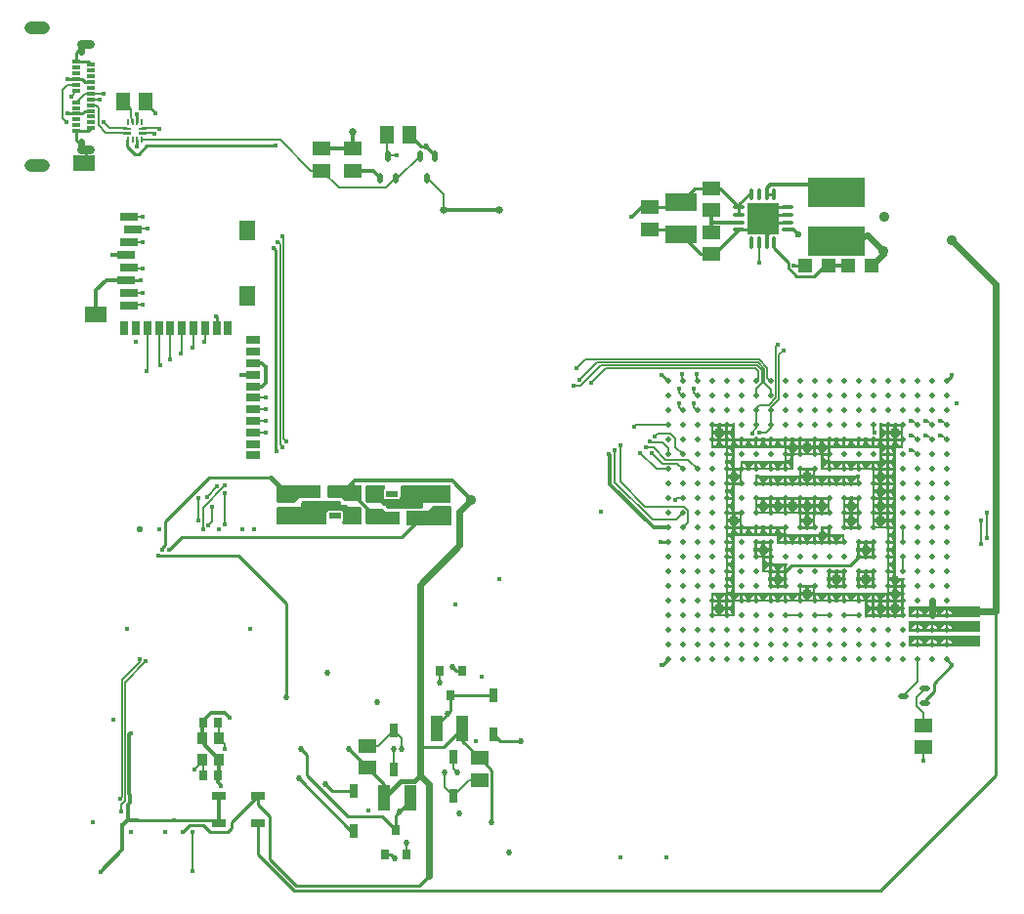
<source format=gbr>
G04 EAGLE Gerber RS-274X export*
G75*
%MOMM*%
%FSLAX34Y34*%
%LPD*%
%INBottom Copper*%
%IPPOS*%
%AMOC8*
5,1,8,0,0,1.08239X$1,22.5*%
G01*
%ADD10R,1.400000X1.800000*%
%ADD11R,1.900000X1.400000*%
%ADD12R,1.500000X0.800000*%
%ADD13R,0.800000X0.300000*%
%ADD14C,1.100000*%
%ADD15C,0.754000*%
%ADD16C,0.604000*%
%ADD17C,0.500000*%
%ADD18R,0.635000X1.270000*%
%ADD19R,1.270000X0.635000*%
%ADD20R,0.910000X1.060000*%
%ADD21R,0.700000X0.900000*%
%ADD22R,1.150000X0.800000*%
%ADD23R,2.700000X2.700000*%
%ADD24C,0.350000*%
%ADD25C,0.654000*%
%ADD26R,5.000000X2.540000*%
%ADD27R,1.500000X1.300000*%
%ADD28R,1.200000X1.300000*%
%ADD29R,2.700000X1.600000*%
%ADD30C,0.550000*%
%ADD31R,1.600000X1.300000*%
%ADD32R,1.050000X0.600000*%
%ADD33C,0.100000*%
%ADD34R,1.300000X1.500000*%
%ADD35R,1.016000X2.200000*%
%ADD36R,0.800000X1.150000*%
%ADD37R,0.800000X0.900000*%
%ADD38C,0.452400*%
%ADD39C,0.900000*%
%ADD40C,0.254000*%
%ADD41C,0.304800*%
%ADD42C,0.406400*%
%ADD43C,0.525000*%
%ADD44C,0.533400*%
%ADD45C,0.152400*%
%ADD46C,0.609600*%
%ADD47C,0.675000*%
%ADD48C,0.600000*%

G36*
X746474Y240554D02*
X746474Y240554D01*
X746567Y240562D01*
X746594Y240574D01*
X746623Y240579D01*
X746707Y240623D01*
X746793Y240660D01*
X746815Y240680D01*
X746841Y240694D01*
X746905Y240762D01*
X746975Y240825D01*
X746990Y240851D01*
X747010Y240872D01*
X747050Y240957D01*
X747096Y241040D01*
X747101Y241067D01*
X751606Y241067D01*
X751625Y241070D01*
X751645Y241068D01*
X751747Y241090D01*
X751849Y241106D01*
X751866Y241116D01*
X751886Y241120D01*
X751975Y241173D01*
X752066Y241222D01*
X752080Y241236D01*
X752097Y241246D01*
X752100Y241250D01*
X752154Y241198D01*
X752172Y241190D01*
X752187Y241177D01*
X752284Y241138D01*
X752377Y241095D01*
X752397Y241093D01*
X752415Y241085D01*
X752582Y241067D01*
X757089Y241067D01*
X757100Y241020D01*
X757115Y240995D01*
X757123Y240967D01*
X757177Y240890D01*
X757226Y240809D01*
X757248Y240790D01*
X757265Y240766D01*
X757341Y240711D01*
X757413Y240649D01*
X757440Y240638D01*
X757463Y240621D01*
X757553Y240593D01*
X757641Y240557D01*
X757678Y240553D01*
X757698Y240547D01*
X757731Y240547D01*
X757808Y240539D01*
X759080Y240539D01*
X759174Y240554D01*
X759267Y240562D01*
X759294Y240574D01*
X759323Y240579D01*
X759407Y240623D01*
X759493Y240660D01*
X759515Y240680D01*
X759541Y240694D01*
X759605Y240762D01*
X759675Y240825D01*
X759690Y240851D01*
X759710Y240872D01*
X759750Y240957D01*
X759796Y241040D01*
X759801Y241067D01*
X764306Y241067D01*
X764325Y241070D01*
X764345Y241068D01*
X764447Y241090D01*
X764549Y241106D01*
X764566Y241116D01*
X764586Y241120D01*
X764675Y241173D01*
X764766Y241222D01*
X764780Y241236D01*
X764797Y241246D01*
X764800Y241250D01*
X764854Y241198D01*
X764872Y241190D01*
X764887Y241177D01*
X764984Y241138D01*
X765077Y241095D01*
X765097Y241093D01*
X765115Y241085D01*
X765282Y241067D01*
X769789Y241067D01*
X769800Y241020D01*
X769815Y240995D01*
X769823Y240967D01*
X769877Y240890D01*
X769926Y240809D01*
X769948Y240790D01*
X769965Y240766D01*
X770041Y240711D01*
X770113Y240649D01*
X770140Y240638D01*
X770163Y240621D01*
X770253Y240593D01*
X770341Y240557D01*
X770378Y240553D01*
X770398Y240547D01*
X770431Y240547D01*
X770508Y240539D01*
X771780Y240539D01*
X771874Y240554D01*
X771967Y240562D01*
X771994Y240574D01*
X772023Y240579D01*
X772107Y240623D01*
X772193Y240660D01*
X772215Y240680D01*
X772241Y240694D01*
X772305Y240762D01*
X772375Y240825D01*
X772390Y240851D01*
X772410Y240872D01*
X772450Y240957D01*
X772496Y241040D01*
X772501Y241067D01*
X777006Y241067D01*
X777025Y241070D01*
X777045Y241068D01*
X777147Y241090D01*
X777249Y241106D01*
X777266Y241116D01*
X777286Y241120D01*
X777375Y241173D01*
X777466Y241222D01*
X777480Y241236D01*
X777497Y241246D01*
X777564Y241325D01*
X777635Y241400D01*
X777644Y241418D01*
X777657Y241433D01*
X777695Y241529D01*
X777739Y241623D01*
X777741Y241643D01*
X777749Y241661D01*
X777767Y241828D01*
X777767Y242043D01*
X777982Y242043D01*
X778002Y242046D01*
X778021Y242044D01*
X778123Y242066D01*
X778225Y242083D01*
X778242Y242092D01*
X778262Y242096D01*
X778351Y242149D01*
X778442Y242198D01*
X778456Y242212D01*
X778473Y242222D01*
X778540Y242301D01*
X778612Y242376D01*
X778620Y242394D01*
X778633Y242409D01*
X778672Y242506D01*
X778715Y242599D01*
X778717Y242619D01*
X778725Y242637D01*
X778743Y242804D01*
X778743Y247311D01*
X778790Y247322D01*
X778815Y247337D01*
X778843Y247345D01*
X778920Y247399D01*
X779001Y247448D01*
X779020Y247470D01*
X779044Y247487D01*
X779099Y247563D01*
X779161Y247635D01*
X779172Y247662D01*
X779189Y247685D01*
X779217Y247775D01*
X779253Y247863D01*
X779257Y247900D01*
X779263Y247920D01*
X779263Y247953D01*
X779271Y248030D01*
X779271Y249302D01*
X779256Y249396D01*
X779248Y249489D01*
X779236Y249516D01*
X779232Y249545D01*
X779187Y249629D01*
X779150Y249715D01*
X779130Y249737D01*
X779116Y249763D01*
X779048Y249827D01*
X778985Y249897D01*
X778959Y249912D01*
X778938Y249932D01*
X778853Y249972D01*
X778770Y250018D01*
X778743Y250023D01*
X778743Y254528D01*
X778740Y254547D01*
X778742Y254567D01*
X778720Y254669D01*
X778704Y254771D01*
X778694Y254788D01*
X778690Y254808D01*
X778637Y254897D01*
X778588Y254988D01*
X778574Y255002D01*
X778564Y255019D01*
X778560Y255022D01*
X778612Y255076D01*
X778620Y255094D01*
X778633Y255109D01*
X778672Y255206D01*
X778715Y255299D01*
X778717Y255319D01*
X778725Y255337D01*
X778743Y255504D01*
X778743Y260011D01*
X778790Y260022D01*
X778815Y260037D01*
X778843Y260045D01*
X778920Y260099D01*
X779001Y260148D01*
X779020Y260170D01*
X779044Y260187D01*
X779099Y260263D01*
X779161Y260335D01*
X779172Y260362D01*
X779189Y260385D01*
X779217Y260475D01*
X779253Y260563D01*
X779257Y260600D01*
X779263Y260620D01*
X779263Y260653D01*
X779271Y260730D01*
X779271Y262002D01*
X779256Y262096D01*
X779248Y262189D01*
X779236Y262216D01*
X779232Y262245D01*
X779187Y262329D01*
X779150Y262415D01*
X779130Y262437D01*
X779116Y262463D01*
X779048Y262527D01*
X778985Y262597D01*
X778959Y262612D01*
X778938Y262632D01*
X778853Y262672D01*
X778770Y262718D01*
X778743Y262723D01*
X778743Y267228D01*
X778740Y267247D01*
X778742Y267267D01*
X778720Y267369D01*
X778704Y267471D01*
X778694Y267488D01*
X778690Y267508D01*
X778637Y267597D01*
X778588Y267688D01*
X778574Y267702D01*
X778564Y267719D01*
X778560Y267722D01*
X778612Y267776D01*
X778620Y267794D01*
X778633Y267809D01*
X778672Y267906D01*
X778715Y267999D01*
X778717Y268019D01*
X778725Y268037D01*
X778743Y268204D01*
X778743Y272711D01*
X778790Y272722D01*
X778815Y272737D01*
X778843Y272745D01*
X778920Y272799D01*
X779001Y272848D01*
X779020Y272870D01*
X779044Y272887D01*
X779099Y272963D01*
X779161Y273035D01*
X779172Y273062D01*
X779189Y273085D01*
X779217Y273175D01*
X779253Y273263D01*
X779257Y273300D01*
X779263Y273320D01*
X779263Y273353D01*
X779271Y273430D01*
X779271Y274320D01*
X779268Y274340D01*
X779270Y274359D01*
X779248Y274461D01*
X779232Y274563D01*
X779222Y274580D01*
X779218Y274600D01*
X779165Y274689D01*
X779116Y274780D01*
X779102Y274794D01*
X779092Y274811D01*
X779013Y274878D01*
X778938Y274950D01*
X778920Y274958D01*
X778905Y274971D01*
X778809Y275010D01*
X778715Y275053D01*
X778695Y275055D01*
X778677Y275063D01*
X778510Y275081D01*
X771651Y275081D01*
X771651Y387859D01*
X777240Y387859D01*
X777260Y387862D01*
X777279Y387860D01*
X777381Y387882D01*
X777483Y387899D01*
X777500Y387908D01*
X777520Y387912D01*
X777609Y387965D01*
X777700Y388014D01*
X777714Y388028D01*
X777731Y388038D01*
X777798Y388117D01*
X777870Y388192D01*
X777878Y388210D01*
X777891Y388225D01*
X777930Y388321D01*
X777973Y388415D01*
X777975Y388435D01*
X777983Y388453D01*
X778001Y388620D01*
X778001Y394228D01*
X777998Y394247D01*
X778000Y394267D01*
X777978Y394369D01*
X777962Y394471D01*
X777952Y394488D01*
X777948Y394508D01*
X777895Y394597D01*
X777846Y394688D01*
X777832Y394702D01*
X777822Y394719D01*
X777818Y394722D01*
X777870Y394776D01*
X777878Y394794D01*
X777891Y394809D01*
X777930Y394906D01*
X777973Y394999D01*
X777975Y395019D01*
X777983Y395037D01*
X778001Y395204D01*
X778001Y406928D01*
X777998Y406947D01*
X778000Y406967D01*
X777978Y407069D01*
X777962Y407171D01*
X777952Y407188D01*
X777948Y407208D01*
X777895Y407297D01*
X777846Y407388D01*
X777832Y407402D01*
X777822Y407419D01*
X777767Y407466D01*
X777767Y407904D01*
X777764Y407924D01*
X777766Y407943D01*
X777744Y408045D01*
X777727Y408147D01*
X777718Y408164D01*
X777714Y408184D01*
X777661Y408273D01*
X777612Y408364D01*
X777598Y408378D01*
X777588Y408395D01*
X777509Y408462D01*
X777434Y408534D01*
X777416Y408542D01*
X777401Y408555D01*
X777304Y408594D01*
X777211Y408637D01*
X777191Y408639D01*
X777173Y408647D01*
X777006Y408665D01*
X772603Y408665D01*
X772628Y408791D01*
X772631Y408886D01*
X772642Y408979D01*
X772636Y409008D01*
X772637Y409037D01*
X772610Y409128D01*
X772589Y409220D01*
X772574Y409245D01*
X772566Y409273D01*
X772512Y409350D01*
X772463Y409431D01*
X772441Y409450D01*
X772424Y409474D01*
X772348Y409529D01*
X772276Y409591D01*
X772249Y409602D01*
X772226Y409619D01*
X772136Y409647D01*
X772048Y409683D01*
X772012Y409687D01*
X771991Y409693D01*
X771958Y409693D01*
X771882Y409701D01*
X770406Y409701D01*
X770313Y409686D01*
X770219Y409678D01*
X770193Y409666D01*
X770164Y409662D01*
X770080Y409617D01*
X769994Y409580D01*
X769972Y409560D01*
X769946Y409546D01*
X769881Y409478D01*
X769811Y409415D01*
X769797Y409389D01*
X769777Y409368D01*
X769737Y409283D01*
X769691Y409200D01*
X769686Y409172D01*
X769673Y409145D01*
X769663Y409051D01*
X769645Y408959D01*
X769649Y408922D01*
X769646Y408901D01*
X769653Y408869D01*
X769660Y408791D01*
X769685Y408665D01*
X765282Y408665D01*
X765263Y408662D01*
X765243Y408664D01*
X765141Y408642D01*
X765039Y408626D01*
X765022Y408616D01*
X765002Y408612D01*
X764913Y408559D01*
X764822Y408510D01*
X764808Y408496D01*
X764791Y408486D01*
X764788Y408482D01*
X764734Y408534D01*
X764716Y408542D01*
X764701Y408555D01*
X764604Y408594D01*
X764511Y408637D01*
X764491Y408639D01*
X764473Y408647D01*
X764306Y408665D01*
X759903Y408665D01*
X759928Y408792D01*
X759931Y408886D01*
X759942Y408979D01*
X759935Y409008D01*
X759936Y409037D01*
X759910Y409128D01*
X759889Y409220D01*
X759874Y409245D01*
X759866Y409273D01*
X759812Y409350D01*
X759763Y409431D01*
X759741Y409450D01*
X759724Y409474D01*
X759648Y409530D01*
X759576Y409591D01*
X759549Y409602D01*
X759526Y409619D01*
X759436Y409648D01*
X759348Y409683D01*
X759311Y409687D01*
X759291Y409693D01*
X759258Y409693D01*
X759181Y409701D01*
X758190Y409701D01*
X758170Y409698D01*
X758151Y409700D01*
X758049Y409678D01*
X757947Y409662D01*
X757930Y409652D01*
X757910Y409648D01*
X757821Y409595D01*
X757730Y409546D01*
X757716Y409532D01*
X757699Y409522D01*
X757632Y409443D01*
X757561Y409368D01*
X757552Y409350D01*
X757539Y409335D01*
X757500Y409239D01*
X757457Y409145D01*
X757455Y409125D01*
X757447Y409107D01*
X757429Y408940D01*
X757429Y395731D01*
X752582Y395731D01*
X752563Y395728D01*
X752543Y395730D01*
X752441Y395708D01*
X752339Y395692D01*
X752322Y395682D01*
X752302Y395678D01*
X752213Y395625D01*
X752122Y395576D01*
X752108Y395562D01*
X752091Y395552D01*
X752088Y395548D01*
X752034Y395600D01*
X752016Y395608D01*
X752001Y395621D01*
X751904Y395660D01*
X751811Y395703D01*
X751791Y395705D01*
X751773Y395713D01*
X751606Y395731D01*
X739882Y395731D01*
X739863Y395728D01*
X739843Y395730D01*
X739741Y395708D01*
X739639Y395692D01*
X739622Y395682D01*
X739602Y395678D01*
X739513Y395625D01*
X739422Y395576D01*
X739408Y395562D01*
X739391Y395552D01*
X739388Y395548D01*
X739334Y395600D01*
X739316Y395608D01*
X739301Y395621D01*
X739204Y395660D01*
X739111Y395703D01*
X739091Y395705D01*
X739073Y395713D01*
X738906Y395731D01*
X727182Y395731D01*
X727163Y395728D01*
X727143Y395730D01*
X727041Y395708D01*
X726939Y395692D01*
X726922Y395682D01*
X726902Y395678D01*
X726813Y395625D01*
X726722Y395576D01*
X726708Y395562D01*
X726691Y395552D01*
X726688Y395548D01*
X726634Y395600D01*
X726616Y395608D01*
X726601Y395621D01*
X726504Y395660D01*
X726411Y395703D01*
X726391Y395705D01*
X726373Y395713D01*
X726206Y395731D01*
X714482Y395731D01*
X714463Y395728D01*
X714443Y395730D01*
X714341Y395708D01*
X714239Y395692D01*
X714222Y395682D01*
X714202Y395678D01*
X714113Y395625D01*
X714022Y395576D01*
X714008Y395562D01*
X713991Y395552D01*
X713988Y395548D01*
X713934Y395600D01*
X713916Y395608D01*
X713901Y395621D01*
X713804Y395660D01*
X713711Y395703D01*
X713691Y395705D01*
X713673Y395713D01*
X713506Y395731D01*
X701782Y395731D01*
X701763Y395728D01*
X701743Y395730D01*
X701641Y395708D01*
X701539Y395692D01*
X701522Y395682D01*
X701502Y395678D01*
X701413Y395625D01*
X701322Y395576D01*
X701308Y395562D01*
X701291Y395552D01*
X701288Y395548D01*
X701234Y395600D01*
X701216Y395608D01*
X701201Y395621D01*
X701104Y395660D01*
X701011Y395703D01*
X700991Y395705D01*
X700973Y395713D01*
X700806Y395731D01*
X689082Y395731D01*
X689063Y395728D01*
X689043Y395730D01*
X688941Y395708D01*
X688839Y395692D01*
X688822Y395682D01*
X688802Y395678D01*
X688713Y395625D01*
X688622Y395576D01*
X688608Y395562D01*
X688591Y395552D01*
X688588Y395548D01*
X688534Y395600D01*
X688516Y395608D01*
X688501Y395621D01*
X688404Y395660D01*
X688311Y395703D01*
X688291Y395705D01*
X688273Y395713D01*
X688106Y395731D01*
X676382Y395731D01*
X676363Y395728D01*
X676343Y395730D01*
X676241Y395708D01*
X676139Y395692D01*
X676122Y395682D01*
X676102Y395678D01*
X676013Y395625D01*
X675922Y395576D01*
X675908Y395562D01*
X675891Y395552D01*
X675888Y395548D01*
X675834Y395600D01*
X675816Y395608D01*
X675801Y395621D01*
X675704Y395660D01*
X675611Y395703D01*
X675591Y395705D01*
X675573Y395713D01*
X675406Y395731D01*
X663682Y395731D01*
X663663Y395728D01*
X663643Y395730D01*
X663541Y395708D01*
X663439Y395692D01*
X663422Y395682D01*
X663402Y395678D01*
X663313Y395625D01*
X663222Y395576D01*
X663208Y395562D01*
X663191Y395552D01*
X663188Y395548D01*
X663134Y395600D01*
X663116Y395608D01*
X663101Y395621D01*
X663004Y395660D01*
X662911Y395703D01*
X662891Y395705D01*
X662873Y395713D01*
X662706Y395731D01*
X650982Y395731D01*
X650963Y395728D01*
X650943Y395730D01*
X650841Y395708D01*
X650739Y395692D01*
X650722Y395682D01*
X650702Y395678D01*
X650613Y395625D01*
X650522Y395576D01*
X650508Y395562D01*
X650491Y395552D01*
X650488Y395548D01*
X650434Y395600D01*
X650416Y395608D01*
X650401Y395621D01*
X650304Y395660D01*
X650211Y395703D01*
X650191Y395705D01*
X650173Y395713D01*
X650006Y395731D01*
X638282Y395731D01*
X638263Y395728D01*
X638243Y395730D01*
X638141Y395708D01*
X638039Y395692D01*
X638022Y395682D01*
X638002Y395678D01*
X637913Y395625D01*
X637822Y395576D01*
X637808Y395562D01*
X637791Y395552D01*
X637788Y395548D01*
X637734Y395600D01*
X637716Y395608D01*
X637701Y395621D01*
X637604Y395660D01*
X637511Y395703D01*
X637491Y395705D01*
X637473Y395713D01*
X637306Y395731D01*
X631951Y395731D01*
X631951Y408940D01*
X631948Y408960D01*
X631950Y408979D01*
X631928Y409081D01*
X631912Y409183D01*
X631902Y409200D01*
X631898Y409220D01*
X631845Y409309D01*
X631796Y409400D01*
X631782Y409414D01*
X631772Y409431D01*
X631693Y409498D01*
X631618Y409570D01*
X631600Y409578D01*
X631585Y409591D01*
X631489Y409630D01*
X631395Y409673D01*
X631375Y409675D01*
X631357Y409683D01*
X631190Y409701D01*
X630707Y409701D01*
X630613Y409686D01*
X630520Y409678D01*
X630493Y409666D01*
X630464Y409662D01*
X630381Y409617D01*
X630294Y409580D01*
X630272Y409560D01*
X630246Y409546D01*
X630181Y409478D01*
X630112Y409415D01*
X630097Y409389D01*
X630077Y409368D01*
X630037Y409283D01*
X629991Y409200D01*
X629986Y409172D01*
X629973Y409145D01*
X629963Y409052D01*
X629945Y408959D01*
X629949Y408922D01*
X629946Y408901D01*
X629953Y408869D01*
X629960Y408792D01*
X629985Y408665D01*
X625582Y408665D01*
X625563Y408662D01*
X625543Y408664D01*
X625441Y408642D01*
X625339Y408626D01*
X625322Y408616D01*
X625302Y408612D01*
X625213Y408559D01*
X625122Y408510D01*
X625108Y408496D01*
X625091Y408486D01*
X625088Y408482D01*
X625034Y408534D01*
X625016Y408542D01*
X625001Y408555D01*
X624904Y408594D01*
X624811Y408637D01*
X624791Y408639D01*
X624773Y408647D01*
X624606Y408665D01*
X620203Y408665D01*
X620228Y408792D01*
X620231Y408886D01*
X620242Y408979D01*
X620235Y409008D01*
X620236Y409037D01*
X620210Y409128D01*
X620189Y409220D01*
X620174Y409245D01*
X620166Y409273D01*
X620112Y409350D01*
X620063Y409431D01*
X620041Y409450D01*
X620024Y409474D01*
X619948Y409530D01*
X619876Y409591D01*
X619849Y409602D01*
X619826Y409619D01*
X619736Y409648D01*
X619648Y409683D01*
X619611Y409687D01*
X619591Y409693D01*
X619558Y409693D01*
X619481Y409701D01*
X618006Y409701D01*
X617913Y409686D01*
X617819Y409678D01*
X617793Y409666D01*
X617764Y409662D01*
X617680Y409617D01*
X617594Y409580D01*
X617572Y409560D01*
X617546Y409546D01*
X617481Y409478D01*
X617411Y409415D01*
X617397Y409389D01*
X617377Y409368D01*
X617337Y409283D01*
X617291Y409200D01*
X617286Y409172D01*
X617273Y409145D01*
X617263Y409051D01*
X617245Y408959D01*
X617249Y408922D01*
X617246Y408901D01*
X617253Y408869D01*
X617260Y408791D01*
X617285Y408665D01*
X612882Y408665D01*
X612863Y408662D01*
X612843Y408664D01*
X612741Y408642D01*
X612639Y408626D01*
X612622Y408616D01*
X612602Y408612D01*
X612513Y408559D01*
X612422Y408510D01*
X612408Y408496D01*
X612391Y408486D01*
X612324Y408407D01*
X612253Y408332D01*
X612244Y408314D01*
X612231Y408299D01*
X612193Y408203D01*
X612149Y408109D01*
X612147Y408089D01*
X612139Y408071D01*
X612121Y407904D01*
X612121Y407686D01*
X612120Y407686D01*
X612101Y407688D01*
X611999Y407666D01*
X611897Y407649D01*
X611880Y407640D01*
X611860Y407636D01*
X611771Y407583D01*
X611680Y407534D01*
X611666Y407520D01*
X611649Y407510D01*
X611582Y407431D01*
X611511Y407356D01*
X611502Y407338D01*
X611489Y407323D01*
X611450Y407226D01*
X611407Y407133D01*
X611405Y407113D01*
X611397Y407095D01*
X611379Y406928D01*
X611379Y395204D01*
X611382Y395185D01*
X611380Y395165D01*
X611402Y395063D01*
X611419Y394961D01*
X611428Y394944D01*
X611432Y394924D01*
X611485Y394835D01*
X611534Y394744D01*
X611548Y394730D01*
X611558Y394713D01*
X611562Y394710D01*
X611511Y394656D01*
X611502Y394638D01*
X611489Y394623D01*
X611450Y394526D01*
X611407Y394433D01*
X611405Y394413D01*
X611397Y394395D01*
X611379Y394228D01*
X611379Y388620D01*
X611382Y388600D01*
X611380Y388581D01*
X611402Y388479D01*
X611419Y388377D01*
X611428Y388360D01*
X611432Y388340D01*
X611485Y388251D01*
X611534Y388160D01*
X611548Y388146D01*
X611558Y388129D01*
X611637Y388062D01*
X611712Y387991D01*
X611730Y387982D01*
X611745Y387969D01*
X611841Y387930D01*
X611935Y387887D01*
X611955Y387885D01*
X611973Y387877D01*
X612140Y387859D01*
X624079Y387859D01*
X624079Y382504D01*
X624082Y382485D01*
X624080Y382465D01*
X624102Y382363D01*
X624119Y382261D01*
X624128Y382244D01*
X624132Y382224D01*
X624185Y382135D01*
X624234Y382044D01*
X624248Y382030D01*
X624258Y382013D01*
X624262Y382010D01*
X624211Y381956D01*
X624202Y381938D01*
X624189Y381923D01*
X624150Y381826D01*
X624107Y381733D01*
X624105Y381713D01*
X624097Y381695D01*
X624079Y381528D01*
X624079Y369804D01*
X624082Y369785D01*
X624080Y369765D01*
X624102Y369663D01*
X624119Y369561D01*
X624128Y369544D01*
X624132Y369524D01*
X624185Y369435D01*
X624234Y369344D01*
X624248Y369330D01*
X624258Y369313D01*
X624262Y369310D01*
X624211Y369256D01*
X624202Y369238D01*
X624189Y369223D01*
X624150Y369126D01*
X624107Y369033D01*
X624105Y369013D01*
X624097Y368995D01*
X624079Y368828D01*
X624079Y357104D01*
X624082Y357085D01*
X624080Y357065D01*
X624102Y356963D01*
X624119Y356861D01*
X624128Y356844D01*
X624132Y356824D01*
X624185Y356735D01*
X624234Y356644D01*
X624248Y356630D01*
X624258Y356613D01*
X624262Y356610D01*
X624211Y356556D01*
X624202Y356538D01*
X624189Y356523D01*
X624150Y356426D01*
X624107Y356333D01*
X624105Y356313D01*
X624097Y356295D01*
X624079Y356128D01*
X624079Y344404D01*
X624082Y344385D01*
X624080Y344365D01*
X624102Y344263D01*
X624119Y344161D01*
X624128Y344144D01*
X624132Y344124D01*
X624185Y344035D01*
X624234Y343944D01*
X624248Y343930D01*
X624258Y343913D01*
X624262Y343910D01*
X624211Y343856D01*
X624202Y343838D01*
X624189Y343823D01*
X624150Y343726D01*
X624107Y343633D01*
X624105Y343613D01*
X624097Y343595D01*
X624079Y343428D01*
X624079Y331704D01*
X624082Y331685D01*
X624080Y331665D01*
X624102Y331563D01*
X624119Y331461D01*
X624128Y331444D01*
X624132Y331424D01*
X624185Y331335D01*
X624234Y331244D01*
X624248Y331230D01*
X624258Y331213D01*
X624262Y331210D01*
X624211Y331156D01*
X624202Y331138D01*
X624189Y331123D01*
X624150Y331026D01*
X624107Y330933D01*
X624105Y330913D01*
X624097Y330895D01*
X624079Y330728D01*
X624079Y319004D01*
X624082Y318985D01*
X624080Y318965D01*
X624102Y318863D01*
X624119Y318761D01*
X624128Y318744D01*
X624132Y318724D01*
X624185Y318635D01*
X624234Y318544D01*
X624248Y318530D01*
X624258Y318513D01*
X624262Y318510D01*
X624211Y318456D01*
X624202Y318438D01*
X624189Y318423D01*
X624150Y318326D01*
X624107Y318233D01*
X624105Y318213D01*
X624097Y318195D01*
X624079Y318028D01*
X624079Y306304D01*
X624082Y306285D01*
X624080Y306265D01*
X624102Y306163D01*
X624119Y306061D01*
X624128Y306044D01*
X624132Y306024D01*
X624185Y305935D01*
X624234Y305844D01*
X624248Y305830D01*
X624258Y305813D01*
X624262Y305810D01*
X624211Y305756D01*
X624202Y305738D01*
X624189Y305723D01*
X624150Y305626D01*
X624107Y305533D01*
X624105Y305513D01*
X624097Y305495D01*
X624079Y305328D01*
X624079Y293604D01*
X624082Y293585D01*
X624080Y293565D01*
X624102Y293463D01*
X624119Y293361D01*
X624128Y293344D01*
X624132Y293324D01*
X624185Y293235D01*
X624234Y293144D01*
X624248Y293130D01*
X624258Y293113D01*
X624262Y293110D01*
X624211Y293056D01*
X624202Y293038D01*
X624189Y293023D01*
X624150Y292926D01*
X624107Y292833D01*
X624105Y292813D01*
X624097Y292795D01*
X624079Y292628D01*
X624079Y280904D01*
X624082Y280885D01*
X624080Y280865D01*
X624102Y280763D01*
X624119Y280661D01*
X624128Y280644D01*
X624132Y280624D01*
X624185Y280535D01*
X624234Y280444D01*
X624248Y280430D01*
X624258Y280413D01*
X624262Y280410D01*
X624211Y280356D01*
X624202Y280338D01*
X624189Y280323D01*
X624150Y280226D01*
X624107Y280133D01*
X624105Y280113D01*
X624097Y280095D01*
X624079Y279928D01*
X624079Y268204D01*
X624082Y268187D01*
X624080Y268172D01*
X624080Y268169D01*
X624080Y268165D01*
X624102Y268063D01*
X624119Y267961D01*
X624128Y267944D01*
X624132Y267924D01*
X624185Y267835D01*
X624234Y267744D01*
X624248Y267730D01*
X624258Y267713D01*
X624262Y267710D01*
X624211Y267656D01*
X624202Y267638D01*
X624189Y267623D01*
X624150Y267526D01*
X624107Y267433D01*
X624105Y267413D01*
X624097Y267395D01*
X624079Y267228D01*
X624079Y262381D01*
X612140Y262381D01*
X612120Y262378D01*
X612101Y262380D01*
X611999Y262358D01*
X611897Y262342D01*
X611880Y262332D01*
X611860Y262328D01*
X611771Y262275D01*
X611680Y262226D01*
X611666Y262212D01*
X611649Y262202D01*
X611582Y262123D01*
X611511Y262048D01*
X611502Y262030D01*
X611489Y262015D01*
X611450Y261919D01*
X611407Y261825D01*
X611405Y261805D01*
X611397Y261787D01*
X611379Y261620D01*
X611379Y255504D01*
X611382Y255487D01*
X611380Y255472D01*
X611380Y255469D01*
X611380Y255465D01*
X611402Y255363D01*
X611419Y255261D01*
X611428Y255244D01*
X611432Y255224D01*
X611485Y255135D01*
X611534Y255044D01*
X611548Y255030D01*
X611558Y255013D01*
X611562Y255010D01*
X611511Y254956D01*
X611502Y254938D01*
X611489Y254923D01*
X611450Y254826D01*
X611407Y254733D01*
X611405Y254713D01*
X611397Y254695D01*
X611379Y254528D01*
X611379Y242804D01*
X611382Y242785D01*
X611380Y242765D01*
X611402Y242663D01*
X611419Y242561D01*
X611428Y242544D01*
X611432Y242524D01*
X611485Y242435D01*
X611534Y242344D01*
X611548Y242330D01*
X611558Y242313D01*
X611637Y242246D01*
X611712Y242175D01*
X611730Y242166D01*
X611745Y242153D01*
X611841Y242115D01*
X611935Y242071D01*
X611955Y242069D01*
X611973Y242061D01*
X612140Y242043D01*
X612343Y242043D01*
X612379Y242012D01*
X612454Y241941D01*
X612472Y241932D01*
X612487Y241919D01*
X612584Y241880D01*
X612677Y241837D01*
X612697Y241835D01*
X612715Y241827D01*
X612882Y241809D01*
X624606Y241809D01*
X624625Y241812D01*
X624645Y241810D01*
X624747Y241832D01*
X624849Y241849D01*
X624866Y241858D01*
X624886Y241862D01*
X624975Y241915D01*
X625066Y241964D01*
X625080Y241978D01*
X625097Y241988D01*
X625100Y241992D01*
X625154Y241941D01*
X625172Y241932D01*
X625187Y241919D01*
X625284Y241880D01*
X625377Y241837D01*
X625397Y241835D01*
X625415Y241827D01*
X625582Y241809D01*
X631190Y241809D01*
X631210Y241812D01*
X631229Y241810D01*
X631331Y241832D01*
X631433Y241849D01*
X631450Y241858D01*
X631470Y241862D01*
X631559Y241915D01*
X631650Y241964D01*
X631664Y241978D01*
X631681Y241988D01*
X631748Y242067D01*
X631820Y242142D01*
X631828Y242160D01*
X631841Y242175D01*
X631880Y242271D01*
X631923Y242365D01*
X631925Y242385D01*
X631933Y242403D01*
X631951Y242570D01*
X631951Y254509D01*
X637306Y254509D01*
X637325Y254512D01*
X637345Y254510D01*
X637447Y254532D01*
X637549Y254549D01*
X637566Y254558D01*
X637586Y254562D01*
X637675Y254615D01*
X637766Y254664D01*
X637780Y254678D01*
X637797Y254688D01*
X637800Y254692D01*
X637854Y254641D01*
X637872Y254632D01*
X637887Y254619D01*
X637984Y254580D01*
X638077Y254537D01*
X638097Y254535D01*
X638115Y254527D01*
X638282Y254509D01*
X650006Y254509D01*
X650025Y254512D01*
X650045Y254510D01*
X650147Y254532D01*
X650249Y254549D01*
X650266Y254558D01*
X650286Y254562D01*
X650375Y254615D01*
X650466Y254664D01*
X650480Y254678D01*
X650497Y254688D01*
X650500Y254692D01*
X650554Y254641D01*
X650572Y254632D01*
X650587Y254619D01*
X650684Y254580D01*
X650777Y254537D01*
X650797Y254535D01*
X650815Y254527D01*
X650982Y254509D01*
X662706Y254509D01*
X662725Y254512D01*
X662745Y254510D01*
X662847Y254532D01*
X662949Y254549D01*
X662966Y254558D01*
X662986Y254562D01*
X663075Y254615D01*
X663166Y254664D01*
X663180Y254678D01*
X663197Y254688D01*
X663200Y254692D01*
X663254Y254641D01*
X663272Y254632D01*
X663287Y254619D01*
X663384Y254580D01*
X663477Y254537D01*
X663497Y254535D01*
X663515Y254527D01*
X663682Y254509D01*
X675406Y254509D01*
X675425Y254512D01*
X675445Y254510D01*
X675547Y254532D01*
X675649Y254549D01*
X675666Y254558D01*
X675686Y254562D01*
X675775Y254615D01*
X675866Y254664D01*
X675880Y254678D01*
X675897Y254688D01*
X675900Y254692D01*
X675954Y254641D01*
X675972Y254632D01*
X675987Y254619D01*
X676084Y254580D01*
X676177Y254537D01*
X676197Y254535D01*
X676215Y254527D01*
X676382Y254509D01*
X688106Y254509D01*
X688125Y254512D01*
X688145Y254510D01*
X688247Y254532D01*
X688349Y254549D01*
X688366Y254558D01*
X688386Y254562D01*
X688475Y254615D01*
X688566Y254664D01*
X688580Y254678D01*
X688597Y254688D01*
X688600Y254692D01*
X688654Y254641D01*
X688672Y254632D01*
X688687Y254619D01*
X688784Y254580D01*
X688877Y254537D01*
X688897Y254535D01*
X688915Y254527D01*
X689082Y254509D01*
X700806Y254509D01*
X700825Y254512D01*
X700845Y254510D01*
X700947Y254532D01*
X701049Y254549D01*
X701066Y254558D01*
X701086Y254562D01*
X701175Y254615D01*
X701266Y254664D01*
X701280Y254678D01*
X701297Y254688D01*
X701300Y254692D01*
X701354Y254641D01*
X701372Y254632D01*
X701387Y254619D01*
X701484Y254580D01*
X701577Y254537D01*
X701597Y254535D01*
X701615Y254527D01*
X701782Y254509D01*
X713506Y254509D01*
X713525Y254512D01*
X713545Y254510D01*
X713647Y254532D01*
X713749Y254549D01*
X713766Y254558D01*
X713786Y254562D01*
X713875Y254615D01*
X713966Y254664D01*
X713980Y254678D01*
X713997Y254688D01*
X714000Y254692D01*
X714054Y254641D01*
X714072Y254632D01*
X714087Y254619D01*
X714184Y254580D01*
X714277Y254537D01*
X714297Y254535D01*
X714315Y254527D01*
X714482Y254509D01*
X726206Y254509D01*
X726225Y254512D01*
X726245Y254510D01*
X726347Y254532D01*
X726449Y254549D01*
X726466Y254558D01*
X726486Y254562D01*
X726575Y254615D01*
X726666Y254664D01*
X726680Y254678D01*
X726697Y254688D01*
X726700Y254692D01*
X726754Y254641D01*
X726772Y254632D01*
X726787Y254619D01*
X726884Y254580D01*
X726977Y254537D01*
X726997Y254535D01*
X727015Y254527D01*
X727182Y254509D01*
X738906Y254509D01*
X738925Y254512D01*
X738945Y254510D01*
X739047Y254532D01*
X739149Y254549D01*
X739166Y254558D01*
X739186Y254562D01*
X739275Y254615D01*
X739366Y254664D01*
X739380Y254678D01*
X739397Y254688D01*
X739400Y254692D01*
X739454Y254641D01*
X739472Y254632D01*
X739487Y254619D01*
X739584Y254580D01*
X739677Y254537D01*
X739697Y254535D01*
X739715Y254527D01*
X739882Y254509D01*
X744729Y254509D01*
X744729Y241300D01*
X744732Y241280D01*
X744730Y241261D01*
X744752Y241159D01*
X744769Y241057D01*
X744778Y241040D01*
X744782Y241020D01*
X744835Y240931D01*
X744884Y240840D01*
X744898Y240826D01*
X744908Y240809D01*
X744987Y240742D01*
X745062Y240671D01*
X745080Y240662D01*
X745095Y240649D01*
X745191Y240610D01*
X745285Y240567D01*
X745305Y240565D01*
X745323Y240557D01*
X745490Y240539D01*
X746380Y240539D01*
X746474Y240554D01*
G37*
%LPC*%
G36*
X763782Y268185D02*
X763782Y268185D01*
X763780Y268165D01*
X763802Y268063D01*
X763819Y267961D01*
X763828Y267944D01*
X763832Y267924D01*
X763885Y267835D01*
X763934Y267744D01*
X763948Y267730D01*
X763958Y267713D01*
X763962Y267710D01*
X763911Y267656D01*
X763902Y267638D01*
X763889Y267623D01*
X763850Y267526D01*
X763807Y267433D01*
X763805Y267413D01*
X763797Y267395D01*
X763779Y267228D01*
X763779Y262381D01*
X701801Y262381D01*
X701801Y267228D01*
X701798Y267247D01*
X701800Y267267D01*
X701778Y267369D01*
X701762Y267471D01*
X701752Y267488D01*
X701748Y267508D01*
X701695Y267597D01*
X701646Y267688D01*
X701632Y267702D01*
X701622Y267719D01*
X701567Y267766D01*
X701567Y267970D01*
X701564Y267990D01*
X701566Y268009D01*
X701544Y268111D01*
X701527Y268213D01*
X701518Y268230D01*
X701514Y268250D01*
X701461Y268339D01*
X701412Y268430D01*
X701398Y268444D01*
X701388Y268461D01*
X701309Y268528D01*
X701234Y268600D01*
X701216Y268608D01*
X701201Y268621D01*
X701104Y268660D01*
X701011Y268703D01*
X700991Y268705D01*
X700973Y268713D01*
X700806Y268731D01*
X689082Y268731D01*
X689063Y268728D01*
X689043Y268730D01*
X688941Y268708D01*
X688839Y268692D01*
X688822Y268682D01*
X688802Y268678D01*
X688713Y268625D01*
X688622Y268576D01*
X688608Y268562D01*
X688591Y268552D01*
X688524Y268473D01*
X688453Y268398D01*
X688444Y268380D01*
X688431Y268365D01*
X688393Y268269D01*
X688349Y268175D01*
X688347Y268155D01*
X688339Y268137D01*
X688323Y267986D01*
X688320Y267986D01*
X688301Y267988D01*
X688199Y267966D01*
X688097Y267949D01*
X688080Y267940D01*
X688060Y267936D01*
X687971Y267883D01*
X687880Y267834D01*
X687866Y267820D01*
X687849Y267810D01*
X687782Y267731D01*
X687711Y267656D01*
X687702Y267638D01*
X687689Y267623D01*
X687650Y267526D01*
X687607Y267433D01*
X687605Y267413D01*
X687597Y267395D01*
X687579Y267228D01*
X687579Y262381D01*
X631951Y262381D01*
X631951Y311659D01*
X668529Y311659D01*
X668529Y304800D01*
X668532Y304780D01*
X668530Y304761D01*
X668552Y304659D01*
X668569Y304557D01*
X668578Y304540D01*
X668582Y304520D01*
X668635Y304431D01*
X668684Y304340D01*
X668698Y304326D01*
X668708Y304309D01*
X668787Y304242D01*
X668862Y304171D01*
X668880Y304162D01*
X668895Y304149D01*
X668991Y304110D01*
X669085Y304067D01*
X669105Y304065D01*
X669123Y304057D01*
X669290Y304039D01*
X670180Y304039D01*
X670274Y304054D01*
X670367Y304062D01*
X670394Y304074D01*
X670423Y304079D01*
X670507Y304123D01*
X670593Y304160D01*
X670615Y304180D01*
X670641Y304194D01*
X670705Y304262D01*
X670775Y304325D01*
X670790Y304351D01*
X670810Y304372D01*
X670850Y304457D01*
X670896Y304540D01*
X670901Y304567D01*
X675406Y304567D01*
X675425Y304570D01*
X675445Y304568D01*
X675547Y304590D01*
X675649Y304606D01*
X675666Y304616D01*
X675686Y304620D01*
X675775Y304673D01*
X675866Y304722D01*
X675880Y304736D01*
X675897Y304746D01*
X675900Y304750D01*
X675954Y304698D01*
X675972Y304690D01*
X675987Y304677D01*
X676084Y304638D01*
X676177Y304595D01*
X676197Y304593D01*
X676215Y304585D01*
X676382Y304567D01*
X680889Y304567D01*
X680900Y304520D01*
X680915Y304495D01*
X680923Y304467D01*
X680977Y304390D01*
X681026Y304309D01*
X681048Y304290D01*
X681065Y304266D01*
X681141Y304211D01*
X681213Y304149D01*
X681240Y304138D01*
X681263Y304121D01*
X681353Y304093D01*
X681441Y304057D01*
X681478Y304053D01*
X681498Y304047D01*
X681531Y304047D01*
X681608Y304039D01*
X682880Y304039D01*
X682974Y304054D01*
X683067Y304062D01*
X683094Y304074D01*
X683123Y304079D01*
X683207Y304123D01*
X683293Y304160D01*
X683315Y304180D01*
X683341Y304194D01*
X683405Y304262D01*
X683475Y304325D01*
X683490Y304351D01*
X683510Y304372D01*
X683550Y304457D01*
X683596Y304540D01*
X683601Y304567D01*
X688106Y304567D01*
X688125Y304570D01*
X688145Y304568D01*
X688247Y304590D01*
X688349Y304606D01*
X688366Y304616D01*
X688386Y304620D01*
X688475Y304673D01*
X688566Y304722D01*
X688580Y304736D01*
X688597Y304746D01*
X688600Y304750D01*
X688654Y304698D01*
X688672Y304690D01*
X688687Y304677D01*
X688784Y304638D01*
X688877Y304595D01*
X688897Y304593D01*
X688915Y304585D01*
X689082Y304567D01*
X693589Y304567D01*
X693600Y304520D01*
X693615Y304495D01*
X693623Y304467D01*
X693677Y304390D01*
X693726Y304309D01*
X693748Y304290D01*
X693765Y304266D01*
X693841Y304211D01*
X693913Y304149D01*
X693940Y304138D01*
X693963Y304121D01*
X694053Y304093D01*
X694141Y304057D01*
X694178Y304053D01*
X694198Y304047D01*
X694231Y304047D01*
X694308Y304039D01*
X695580Y304039D01*
X695674Y304054D01*
X695767Y304062D01*
X695794Y304074D01*
X695823Y304079D01*
X695907Y304123D01*
X695993Y304160D01*
X696015Y304180D01*
X696041Y304194D01*
X696105Y304262D01*
X696175Y304325D01*
X696190Y304351D01*
X696210Y304372D01*
X696250Y304457D01*
X696296Y304540D01*
X696301Y304567D01*
X700806Y304567D01*
X700825Y304570D01*
X700845Y304568D01*
X700947Y304590D01*
X701049Y304606D01*
X701066Y304616D01*
X701086Y304620D01*
X701175Y304673D01*
X701266Y304722D01*
X701280Y304736D01*
X701297Y304746D01*
X701300Y304750D01*
X701354Y304698D01*
X701372Y304690D01*
X701387Y304677D01*
X701484Y304638D01*
X701577Y304595D01*
X701597Y304593D01*
X701615Y304585D01*
X701782Y304567D01*
X706289Y304567D01*
X706300Y304520D01*
X706315Y304495D01*
X706323Y304467D01*
X706377Y304390D01*
X706426Y304309D01*
X706448Y304290D01*
X706465Y304266D01*
X706541Y304211D01*
X706613Y304149D01*
X706640Y304138D01*
X706663Y304121D01*
X706753Y304093D01*
X706841Y304057D01*
X706878Y304053D01*
X706898Y304047D01*
X706931Y304047D01*
X707008Y304039D01*
X708280Y304039D01*
X708374Y304054D01*
X708467Y304062D01*
X708494Y304074D01*
X708523Y304079D01*
X708607Y304123D01*
X708693Y304160D01*
X708715Y304180D01*
X708741Y304194D01*
X708805Y304262D01*
X708875Y304325D01*
X708890Y304351D01*
X708910Y304372D01*
X708950Y304457D01*
X708996Y304540D01*
X709001Y304567D01*
X713506Y304567D01*
X713525Y304570D01*
X713545Y304568D01*
X713647Y304590D01*
X713749Y304606D01*
X713766Y304616D01*
X713786Y304620D01*
X713875Y304673D01*
X713966Y304722D01*
X713980Y304736D01*
X713997Y304746D01*
X714000Y304750D01*
X714054Y304698D01*
X714072Y304690D01*
X714087Y304677D01*
X714184Y304638D01*
X714277Y304595D01*
X714297Y304593D01*
X714315Y304585D01*
X714482Y304567D01*
X718989Y304567D01*
X719000Y304520D01*
X719015Y304495D01*
X719023Y304467D01*
X719077Y304390D01*
X719126Y304309D01*
X719148Y304290D01*
X719165Y304266D01*
X719241Y304211D01*
X719313Y304149D01*
X719340Y304138D01*
X719363Y304121D01*
X719453Y304093D01*
X719541Y304057D01*
X719578Y304053D01*
X719598Y304047D01*
X719631Y304047D01*
X719708Y304039D01*
X720980Y304039D01*
X721074Y304054D01*
X721167Y304062D01*
X721194Y304074D01*
X721223Y304079D01*
X721307Y304123D01*
X721393Y304160D01*
X721415Y304180D01*
X721441Y304194D01*
X721505Y304262D01*
X721575Y304325D01*
X721590Y304351D01*
X721610Y304372D01*
X721650Y304457D01*
X721696Y304540D01*
X721701Y304567D01*
X726206Y304567D01*
X726225Y304570D01*
X726245Y304568D01*
X726347Y304590D01*
X726449Y304606D01*
X726466Y304616D01*
X726486Y304620D01*
X726575Y304673D01*
X726666Y304722D01*
X726680Y304736D01*
X726697Y304746D01*
X726764Y304825D01*
X726835Y304900D01*
X726844Y304918D01*
X726857Y304933D01*
X726895Y305029D01*
X726939Y305123D01*
X726941Y305143D01*
X726949Y305161D01*
X726967Y305328D01*
X726967Y305765D01*
X726998Y305801D01*
X727070Y305876D01*
X727078Y305894D01*
X727091Y305909D01*
X727130Y306006D01*
X727173Y306099D01*
X727175Y306119D01*
X727183Y306137D01*
X727201Y306304D01*
X727201Y312420D01*
X727199Y312437D01*
X727200Y312452D01*
X727200Y312455D01*
X727200Y312459D01*
X727178Y312561D01*
X727162Y312663D01*
X727152Y312680D01*
X727148Y312700D01*
X727095Y312789D01*
X727046Y312880D01*
X727032Y312894D01*
X727022Y312911D01*
X726943Y312978D01*
X726868Y313050D01*
X726850Y313058D01*
X726835Y313071D01*
X726739Y313110D01*
X726645Y313153D01*
X726625Y313155D01*
X726607Y313163D01*
X726440Y313181D01*
X715664Y313181D01*
X715650Y313215D01*
X715630Y313237D01*
X715616Y313263D01*
X715548Y313327D01*
X715485Y313397D01*
X715459Y313412D01*
X715438Y313432D01*
X715353Y313472D01*
X715270Y313518D01*
X715243Y313523D01*
X715243Y318028D01*
X715240Y318047D01*
X715242Y318067D01*
X715220Y318169D01*
X715204Y318271D01*
X715194Y318288D01*
X715190Y318308D01*
X715137Y318397D01*
X715088Y318488D01*
X715074Y318502D01*
X715064Y318519D01*
X714985Y318586D01*
X714910Y318657D01*
X714892Y318666D01*
X714877Y318679D01*
X714781Y318717D01*
X714687Y318761D01*
X714667Y318763D01*
X714649Y318771D01*
X714482Y318789D01*
X714264Y318789D01*
X714264Y318790D01*
X714266Y318809D01*
X714244Y318911D01*
X714227Y319013D01*
X714218Y319030D01*
X714214Y319050D01*
X714161Y319139D01*
X714112Y319230D01*
X714098Y319244D01*
X714088Y319261D01*
X714009Y319328D01*
X713934Y319400D01*
X713916Y319408D01*
X713901Y319421D01*
X713804Y319460D01*
X713711Y319503D01*
X713691Y319505D01*
X713673Y319513D01*
X713506Y319531D01*
X707390Y319531D01*
X707370Y319528D01*
X707351Y319530D01*
X707249Y319508D01*
X707147Y319492D01*
X707130Y319482D01*
X707110Y319478D01*
X707021Y319425D01*
X706930Y319376D01*
X706916Y319362D01*
X706899Y319352D01*
X706832Y319273D01*
X706761Y319198D01*
X706752Y319180D01*
X706739Y319165D01*
X706700Y319069D01*
X706657Y318975D01*
X706655Y318955D01*
X706647Y318937D01*
X706629Y318770D01*
X706629Y313181D01*
X676401Y313181D01*
X676401Y318028D01*
X676398Y318047D01*
X676400Y318067D01*
X676378Y318169D01*
X676362Y318271D01*
X676352Y318288D01*
X676348Y318308D01*
X676295Y318397D01*
X676246Y318488D01*
X676232Y318502D01*
X676222Y318519D01*
X676167Y318566D01*
X676167Y318770D01*
X676164Y318790D01*
X676166Y318809D01*
X676144Y318911D01*
X676127Y319013D01*
X676118Y319030D01*
X676114Y319050D01*
X676061Y319139D01*
X676012Y319230D01*
X675998Y319244D01*
X675988Y319261D01*
X675909Y319328D01*
X675834Y319400D01*
X675816Y319408D01*
X675801Y319421D01*
X675704Y319460D01*
X675611Y319503D01*
X675591Y319505D01*
X675573Y319513D01*
X675406Y319531D01*
X663682Y319531D01*
X663663Y319528D01*
X663643Y319530D01*
X663541Y319508D01*
X663439Y319492D01*
X663422Y319482D01*
X663402Y319478D01*
X663313Y319425D01*
X663222Y319376D01*
X663208Y319362D01*
X663191Y319352D01*
X663188Y319348D01*
X663134Y319400D01*
X663116Y319408D01*
X663101Y319421D01*
X663004Y319460D01*
X662911Y319503D01*
X662891Y319505D01*
X662873Y319513D01*
X662706Y319531D01*
X650982Y319531D01*
X650963Y319528D01*
X650943Y319530D01*
X650841Y319508D01*
X650739Y319492D01*
X650722Y319482D01*
X650702Y319478D01*
X650613Y319425D01*
X650522Y319376D01*
X650508Y319362D01*
X650491Y319352D01*
X650488Y319348D01*
X650434Y319400D01*
X650416Y319408D01*
X650401Y319421D01*
X650304Y319460D01*
X650211Y319503D01*
X650191Y319505D01*
X650173Y319513D01*
X650006Y319531D01*
X638301Y319531D01*
X638301Y330728D01*
X638298Y330747D01*
X638300Y330767D01*
X638278Y330869D01*
X638262Y330971D01*
X638252Y330988D01*
X638248Y331008D01*
X638195Y331097D01*
X638146Y331188D01*
X638132Y331202D01*
X638122Y331219D01*
X638067Y331266D01*
X638067Y331470D01*
X638064Y331490D01*
X638066Y331509D01*
X638044Y331611D01*
X638027Y331713D01*
X638018Y331730D01*
X638014Y331750D01*
X637961Y331839D01*
X637912Y331930D01*
X637898Y331944D01*
X637888Y331961D01*
X637809Y332028D01*
X637734Y332100D01*
X637716Y332108D01*
X637701Y332121D01*
X637604Y332160D01*
X637511Y332203D01*
X637491Y332205D01*
X637473Y332213D01*
X637306Y332231D01*
X631951Y332231D01*
X631951Y354839D01*
X632080Y354839D01*
X632174Y354854D01*
X632267Y354862D01*
X632294Y354874D01*
X632323Y354879D01*
X632407Y354923D01*
X632493Y354960D01*
X632515Y354980D01*
X632541Y354994D01*
X632605Y355062D01*
X632675Y355125D01*
X632690Y355151D01*
X632710Y355172D01*
X632750Y355257D01*
X632796Y355340D01*
X632801Y355367D01*
X637306Y355367D01*
X637325Y355370D01*
X637345Y355368D01*
X637447Y355390D01*
X637549Y355406D01*
X637566Y355416D01*
X637586Y355420D01*
X637675Y355473D01*
X637766Y355522D01*
X637780Y355536D01*
X637797Y355546D01*
X637864Y355625D01*
X637935Y355700D01*
X637944Y355718D01*
X637957Y355733D01*
X637995Y355829D01*
X638039Y355923D01*
X638041Y355943D01*
X638049Y355961D01*
X638067Y356128D01*
X638067Y356565D01*
X638098Y356601D01*
X638170Y356676D01*
X638178Y356694D01*
X638191Y356709D01*
X638230Y356806D01*
X638273Y356899D01*
X638275Y356919D01*
X638283Y356937D01*
X638301Y357104D01*
X638301Y368809D01*
X650006Y368809D01*
X650025Y368812D01*
X650045Y368810D01*
X650147Y368832D01*
X650249Y368849D01*
X650266Y368858D01*
X650286Y368862D01*
X650375Y368915D01*
X650466Y368964D01*
X650480Y368978D01*
X650497Y368988D01*
X650500Y368992D01*
X650554Y368941D01*
X650572Y368932D01*
X650587Y368919D01*
X650684Y368880D01*
X650777Y368837D01*
X650797Y368835D01*
X650815Y368827D01*
X650982Y368809D01*
X662706Y368809D01*
X662725Y368812D01*
X662745Y368810D01*
X662847Y368832D01*
X662949Y368849D01*
X662966Y368858D01*
X662986Y368862D01*
X663075Y368915D01*
X663166Y368964D01*
X663180Y368978D01*
X663197Y368988D01*
X663200Y368992D01*
X663254Y368941D01*
X663272Y368932D01*
X663287Y368919D01*
X663384Y368880D01*
X663477Y368837D01*
X663497Y368835D01*
X663515Y368827D01*
X663682Y368809D01*
X675406Y368809D01*
X675425Y368812D01*
X675445Y368810D01*
X675547Y368832D01*
X675649Y368849D01*
X675666Y368858D01*
X675686Y368862D01*
X675775Y368915D01*
X675866Y368964D01*
X675880Y368978D01*
X675897Y368988D01*
X675900Y368992D01*
X675954Y368941D01*
X675972Y368932D01*
X675987Y368919D01*
X676084Y368880D01*
X676177Y368837D01*
X676197Y368835D01*
X676215Y368827D01*
X676382Y368809D01*
X681990Y368809D01*
X682010Y368812D01*
X682029Y368810D01*
X682131Y368832D01*
X682233Y368849D01*
X682250Y368858D01*
X682270Y368862D01*
X682359Y368915D01*
X682450Y368964D01*
X682464Y368978D01*
X682481Y368988D01*
X682548Y369067D01*
X682620Y369142D01*
X682628Y369160D01*
X682641Y369175D01*
X682680Y369271D01*
X682723Y369365D01*
X682725Y369385D01*
X682733Y369403D01*
X682751Y369570D01*
X682751Y381509D01*
X688106Y381509D01*
X688125Y381512D01*
X688145Y381510D01*
X688247Y381532D01*
X688349Y381549D01*
X688366Y381558D01*
X688386Y381562D01*
X688475Y381615D01*
X688566Y381664D01*
X688580Y381678D01*
X688597Y381688D01*
X688600Y381692D01*
X688654Y381641D01*
X688672Y381632D01*
X688687Y381619D01*
X688784Y381580D01*
X688877Y381537D01*
X688897Y381535D01*
X688915Y381527D01*
X689082Y381509D01*
X700806Y381509D01*
X700825Y381512D01*
X700845Y381510D01*
X700947Y381532D01*
X701049Y381549D01*
X701066Y381558D01*
X701086Y381562D01*
X701175Y381615D01*
X701266Y381664D01*
X701280Y381678D01*
X701297Y381688D01*
X701300Y381692D01*
X701354Y381641D01*
X701372Y381632D01*
X701387Y381619D01*
X701484Y381580D01*
X701577Y381537D01*
X701597Y381535D01*
X701615Y381527D01*
X701782Y381509D01*
X706629Y381509D01*
X706629Y369570D01*
X706632Y369550D01*
X706630Y369531D01*
X706652Y369429D01*
X706669Y369327D01*
X706678Y369310D01*
X706682Y369290D01*
X706735Y369201D01*
X706784Y369110D01*
X706798Y369096D01*
X706808Y369079D01*
X706887Y369012D01*
X706962Y368941D01*
X706980Y368932D01*
X706995Y368919D01*
X707091Y368880D01*
X707185Y368837D01*
X707205Y368835D01*
X707223Y368827D01*
X707390Y368809D01*
X713506Y368809D01*
X713525Y368812D01*
X713545Y368810D01*
X713647Y368832D01*
X713749Y368849D01*
X713766Y368858D01*
X713786Y368862D01*
X713875Y368915D01*
X713966Y368964D01*
X713980Y368978D01*
X713997Y368988D01*
X714000Y368992D01*
X714054Y368941D01*
X714072Y368932D01*
X714087Y368919D01*
X714184Y368880D01*
X714277Y368837D01*
X714297Y368835D01*
X714315Y368827D01*
X714482Y368809D01*
X726206Y368809D01*
X726225Y368812D01*
X726245Y368810D01*
X726347Y368832D01*
X726449Y368849D01*
X726466Y368858D01*
X726486Y368862D01*
X726575Y368915D01*
X726666Y368964D01*
X726680Y368978D01*
X726697Y368988D01*
X726700Y368992D01*
X726754Y368941D01*
X726772Y368932D01*
X726787Y368919D01*
X726884Y368880D01*
X726977Y368837D01*
X726997Y368835D01*
X727015Y368827D01*
X727182Y368809D01*
X738906Y368809D01*
X738925Y368812D01*
X738945Y368810D01*
X739047Y368832D01*
X739149Y368849D01*
X739166Y368858D01*
X739186Y368862D01*
X739275Y368915D01*
X739366Y368964D01*
X739380Y368978D01*
X739397Y368988D01*
X739400Y368992D01*
X739454Y368941D01*
X739472Y368932D01*
X739487Y368919D01*
X739584Y368880D01*
X739677Y368837D01*
X739697Y368835D01*
X739715Y368827D01*
X739882Y368809D01*
X751079Y368809D01*
X751079Y357104D01*
X751082Y357085D01*
X751080Y357065D01*
X751102Y356963D01*
X751119Y356861D01*
X751128Y356844D01*
X751132Y356824D01*
X751185Y356735D01*
X751234Y356644D01*
X751248Y356630D01*
X751258Y356613D01*
X751262Y356610D01*
X751211Y356556D01*
X751202Y356538D01*
X751189Y356523D01*
X751150Y356426D01*
X751107Y356333D01*
X751105Y356313D01*
X751097Y356295D01*
X751079Y356128D01*
X751079Y344404D01*
X751082Y344385D01*
X751080Y344365D01*
X751102Y344263D01*
X751119Y344161D01*
X751128Y344144D01*
X751132Y344124D01*
X751185Y344035D01*
X751234Y343944D01*
X751248Y343930D01*
X751258Y343913D01*
X751262Y343910D01*
X751211Y343856D01*
X751202Y343838D01*
X751189Y343823D01*
X751150Y343726D01*
X751107Y343633D01*
X751105Y343613D01*
X751097Y343595D01*
X751079Y343428D01*
X751079Y331704D01*
X751082Y331685D01*
X751080Y331665D01*
X751102Y331563D01*
X751119Y331461D01*
X751128Y331444D01*
X751132Y331424D01*
X751185Y331335D01*
X751234Y331244D01*
X751248Y331230D01*
X751258Y331213D01*
X751262Y331210D01*
X751211Y331156D01*
X751202Y331138D01*
X751189Y331123D01*
X751150Y331026D01*
X751107Y330933D01*
X751105Y330913D01*
X751097Y330895D01*
X751079Y330728D01*
X751079Y319004D01*
X751082Y318985D01*
X751080Y318965D01*
X751102Y318863D01*
X751119Y318761D01*
X751128Y318744D01*
X751132Y318724D01*
X751185Y318635D01*
X751234Y318544D01*
X751248Y318530D01*
X751258Y318513D01*
X751337Y318446D01*
X751412Y318375D01*
X751430Y318366D01*
X751445Y318353D01*
X751541Y318315D01*
X751635Y318271D01*
X751655Y318269D01*
X751673Y318261D01*
X751840Y318243D01*
X752043Y318243D01*
X752079Y318212D01*
X752154Y318141D01*
X752172Y318132D01*
X752187Y318119D01*
X752284Y318080D01*
X752377Y318037D01*
X752397Y318035D01*
X752415Y318027D01*
X752582Y318009D01*
X763779Y318009D01*
X763779Y306304D01*
X763782Y306285D01*
X763780Y306265D01*
X763802Y306163D01*
X763819Y306061D01*
X763828Y306044D01*
X763832Y306024D01*
X763885Y305935D01*
X763934Y305844D01*
X763948Y305830D01*
X763958Y305813D01*
X763962Y305810D01*
X763911Y305756D01*
X763902Y305738D01*
X763889Y305723D01*
X763850Y305626D01*
X763807Y305533D01*
X763805Y305513D01*
X763797Y305495D01*
X763779Y305328D01*
X763779Y293604D01*
X763782Y293585D01*
X763780Y293565D01*
X763802Y293463D01*
X763819Y293361D01*
X763828Y293344D01*
X763832Y293324D01*
X763885Y293235D01*
X763934Y293144D01*
X763948Y293130D01*
X763958Y293113D01*
X763962Y293110D01*
X763911Y293056D01*
X763902Y293038D01*
X763889Y293023D01*
X763850Y292926D01*
X763807Y292833D01*
X763805Y292813D01*
X763797Y292795D01*
X763779Y292628D01*
X763779Y280904D01*
X763782Y280885D01*
X763780Y280865D01*
X763802Y280763D01*
X763819Y280661D01*
X763828Y280644D01*
X763832Y280624D01*
X763885Y280535D01*
X763934Y280444D01*
X763948Y280430D01*
X763958Y280413D01*
X763962Y280410D01*
X763911Y280356D01*
X763902Y280338D01*
X763889Y280323D01*
X763850Y280226D01*
X763807Y280133D01*
X763805Y280113D01*
X763797Y280095D01*
X763779Y279928D01*
X763779Y268204D01*
X763782Y268185D01*
G37*
%LPD*%
G36*
X695674Y316754D02*
X695674Y316754D01*
X695767Y316762D01*
X695794Y316774D01*
X695823Y316779D01*
X695907Y316823D01*
X695993Y316860D01*
X696015Y316880D01*
X696041Y316894D01*
X696105Y316962D01*
X696175Y317025D01*
X696190Y317051D01*
X696210Y317072D01*
X696250Y317157D01*
X696296Y317240D01*
X696301Y317267D01*
X700806Y317267D01*
X700825Y317270D01*
X700845Y317268D01*
X700947Y317290D01*
X701049Y317306D01*
X701066Y317316D01*
X701086Y317320D01*
X701175Y317373D01*
X701266Y317422D01*
X701280Y317436D01*
X701297Y317446D01*
X701364Y317525D01*
X701435Y317600D01*
X701444Y317618D01*
X701457Y317633D01*
X701495Y317729D01*
X701539Y317823D01*
X701541Y317843D01*
X701549Y317861D01*
X701567Y318028D01*
X701567Y318465D01*
X701598Y318501D01*
X701670Y318576D01*
X701678Y318594D01*
X701691Y318609D01*
X701730Y318706D01*
X701773Y318799D01*
X701775Y318819D01*
X701783Y318837D01*
X701801Y319004D01*
X701801Y329442D01*
X701802Y329442D01*
X701821Y329440D01*
X701923Y329462D01*
X702025Y329479D01*
X702042Y329488D01*
X702062Y329492D01*
X702151Y329545D01*
X702242Y329594D01*
X702256Y329608D01*
X702273Y329618D01*
X702340Y329697D01*
X702412Y329772D01*
X702420Y329790D01*
X702433Y329805D01*
X702472Y329901D01*
X702502Y329967D01*
X706289Y329967D01*
X706300Y329920D01*
X706315Y329895D01*
X706323Y329867D01*
X706377Y329790D01*
X706426Y329709D01*
X706448Y329690D01*
X706465Y329666D01*
X706541Y329611D01*
X706613Y329549D01*
X706640Y329538D01*
X706663Y329521D01*
X706753Y329493D01*
X706841Y329457D01*
X706878Y329453D01*
X706898Y329447D01*
X706931Y329447D01*
X707008Y329439D01*
X708280Y329439D01*
X708374Y329454D01*
X708467Y329462D01*
X708494Y329474D01*
X708523Y329479D01*
X708607Y329523D01*
X708693Y329560D01*
X708715Y329580D01*
X708741Y329594D01*
X708805Y329662D01*
X708875Y329725D01*
X708890Y329751D01*
X708910Y329772D01*
X708950Y329857D01*
X708996Y329940D01*
X709001Y329967D01*
X713506Y329967D01*
X713525Y329970D01*
X713545Y329968D01*
X713647Y329990D01*
X713749Y330006D01*
X713766Y330016D01*
X713786Y330020D01*
X713875Y330073D01*
X713966Y330122D01*
X713980Y330136D01*
X713997Y330146D01*
X714064Y330225D01*
X714135Y330300D01*
X714144Y330318D01*
X714157Y330333D01*
X714195Y330429D01*
X714239Y330523D01*
X714241Y330543D01*
X714249Y330561D01*
X714267Y330728D01*
X714267Y331165D01*
X714298Y331201D01*
X714370Y331276D01*
X714378Y331294D01*
X714391Y331309D01*
X714430Y331406D01*
X714473Y331499D01*
X714475Y331519D01*
X714483Y331537D01*
X714501Y331704D01*
X714501Y343428D01*
X714498Y343447D01*
X714500Y343467D01*
X714478Y343569D01*
X714462Y343671D01*
X714452Y343688D01*
X714448Y343708D01*
X714395Y343797D01*
X714346Y343888D01*
X714332Y343902D01*
X714322Y343919D01*
X714267Y343966D01*
X714267Y344170D01*
X714266Y344179D01*
X714266Y344183D01*
X714264Y344192D01*
X714266Y344209D01*
X714244Y344311D01*
X714227Y344413D01*
X714218Y344430D01*
X714214Y344450D01*
X714161Y344539D01*
X714112Y344630D01*
X714098Y344644D01*
X714088Y344661D01*
X714009Y344728D01*
X713934Y344800D01*
X713916Y344808D01*
X713901Y344821D01*
X713804Y344860D01*
X713711Y344903D01*
X713691Y344905D01*
X713673Y344913D01*
X713506Y344931D01*
X701782Y344931D01*
X701763Y344928D01*
X701743Y344930D01*
X701641Y344908D01*
X701539Y344892D01*
X701522Y344882D01*
X701502Y344878D01*
X701413Y344825D01*
X701322Y344776D01*
X701308Y344762D01*
X701291Y344752D01*
X701288Y344748D01*
X701234Y344800D01*
X701216Y344808D01*
X701201Y344821D01*
X701104Y344860D01*
X701011Y344903D01*
X700991Y344905D01*
X700973Y344913D01*
X700806Y344931D01*
X689082Y344931D01*
X689063Y344928D01*
X689043Y344930D01*
X688941Y344908D01*
X688839Y344892D01*
X688822Y344882D01*
X688802Y344878D01*
X688713Y344825D01*
X688622Y344776D01*
X688608Y344762D01*
X688591Y344752D01*
X688588Y344748D01*
X688534Y344800D01*
X688516Y344808D01*
X688501Y344821D01*
X688404Y344860D01*
X688311Y344903D01*
X688291Y344905D01*
X688273Y344913D01*
X688106Y344931D01*
X676382Y344931D01*
X676363Y344928D01*
X676343Y344930D01*
X676241Y344908D01*
X676139Y344892D01*
X676122Y344882D01*
X676102Y344878D01*
X676013Y344825D01*
X675922Y344776D01*
X675908Y344762D01*
X675891Y344752D01*
X675888Y344748D01*
X675834Y344800D01*
X675816Y344808D01*
X675801Y344821D01*
X675704Y344860D01*
X675611Y344903D01*
X675591Y344905D01*
X675573Y344913D01*
X675406Y344931D01*
X663682Y344931D01*
X663663Y344928D01*
X663643Y344930D01*
X663541Y344908D01*
X663439Y344892D01*
X663422Y344882D01*
X663402Y344878D01*
X663313Y344825D01*
X663222Y344776D01*
X663208Y344762D01*
X663191Y344752D01*
X663188Y344748D01*
X663134Y344800D01*
X663116Y344808D01*
X663101Y344821D01*
X663004Y344860D01*
X662911Y344903D01*
X662891Y344905D01*
X662873Y344913D01*
X662706Y344931D01*
X650982Y344931D01*
X650963Y344928D01*
X650943Y344930D01*
X650841Y344908D01*
X650739Y344892D01*
X650722Y344882D01*
X650702Y344878D01*
X650613Y344825D01*
X650522Y344776D01*
X650508Y344762D01*
X650491Y344752D01*
X650424Y344673D01*
X650353Y344598D01*
X650344Y344580D01*
X650331Y344565D01*
X650293Y344469D01*
X650249Y344375D01*
X650247Y344355D01*
X650239Y344337D01*
X650223Y344186D01*
X650220Y344186D01*
X650201Y344188D01*
X650099Y344166D01*
X649997Y344149D01*
X649980Y344140D01*
X649960Y344136D01*
X649871Y344083D01*
X649780Y344034D01*
X649766Y344020D01*
X649749Y344010D01*
X649682Y343931D01*
X649611Y343856D01*
X649602Y343838D01*
X649589Y343823D01*
X649550Y343726D01*
X649507Y343633D01*
X649505Y343613D01*
X649497Y343595D01*
X649479Y343428D01*
X649479Y331704D01*
X649482Y331685D01*
X649480Y331665D01*
X649502Y331563D01*
X649519Y331461D01*
X649528Y331444D01*
X649532Y331424D01*
X649585Y331335D01*
X649634Y331244D01*
X649648Y331230D01*
X649658Y331213D01*
X649737Y331146D01*
X649812Y331075D01*
X649830Y331066D01*
X649845Y331053D01*
X649941Y331015D01*
X650035Y330971D01*
X650055Y330969D01*
X650073Y330961D01*
X650240Y330943D01*
X650443Y330943D01*
X650479Y330912D01*
X650554Y330841D01*
X650572Y330832D01*
X650587Y330819D01*
X650684Y330780D01*
X650777Y330737D01*
X650797Y330735D01*
X650815Y330727D01*
X650982Y330709D01*
X662706Y330709D01*
X662725Y330712D01*
X662745Y330710D01*
X662847Y330732D01*
X662949Y330749D01*
X662966Y330758D01*
X662986Y330762D01*
X663075Y330815D01*
X663166Y330864D01*
X663180Y330878D01*
X663197Y330888D01*
X663200Y330892D01*
X663254Y330841D01*
X663272Y330832D01*
X663287Y330819D01*
X663384Y330780D01*
X663477Y330737D01*
X663497Y330735D01*
X663515Y330727D01*
X663682Y330709D01*
X675406Y330709D01*
X675425Y330712D01*
X675445Y330710D01*
X675547Y330732D01*
X675649Y330749D01*
X675666Y330758D01*
X675686Y330762D01*
X675775Y330815D01*
X675866Y330864D01*
X675880Y330878D01*
X675897Y330888D01*
X675900Y330892D01*
X675954Y330841D01*
X675972Y330832D01*
X675987Y330819D01*
X676084Y330780D01*
X676177Y330737D01*
X676197Y330735D01*
X676215Y330727D01*
X676382Y330709D01*
X687579Y330709D01*
X687579Y319004D01*
X687581Y318992D01*
X687580Y318983D01*
X687581Y318977D01*
X687580Y318965D01*
X687602Y318863D01*
X687619Y318761D01*
X687628Y318744D01*
X687632Y318724D01*
X687685Y318635D01*
X687734Y318544D01*
X687748Y318530D01*
X687758Y318513D01*
X687837Y318446D01*
X687912Y318375D01*
X687930Y318366D01*
X687945Y318353D01*
X688041Y318315D01*
X688135Y318271D01*
X688155Y318269D01*
X688173Y318261D01*
X688321Y318245D01*
X688321Y318028D01*
X688324Y318008D01*
X688322Y317988D01*
X688344Y317887D01*
X688361Y317785D01*
X688370Y317768D01*
X688374Y317748D01*
X688427Y317659D01*
X688476Y317568D01*
X688490Y317554D01*
X688500Y317537D01*
X688579Y317470D01*
X688654Y317398D01*
X688672Y317390D01*
X688687Y317377D01*
X688784Y317338D01*
X688877Y317295D01*
X688897Y317293D01*
X688915Y317285D01*
X689082Y317267D01*
X693589Y317267D01*
X693600Y317220D01*
X693615Y317195D01*
X693623Y317167D01*
X693677Y317090D01*
X693726Y317009D01*
X693748Y316990D01*
X693765Y316966D01*
X693841Y316911D01*
X693913Y316849D01*
X693940Y316838D01*
X693963Y316821D01*
X694053Y316793D01*
X694141Y316757D01*
X694178Y316753D01*
X694198Y316747D01*
X694231Y316747D01*
X694308Y316739D01*
X695580Y316739D01*
X695674Y316754D01*
G37*
G36*
X276978Y321326D02*
X276978Y321326D01*
X277097Y321333D01*
X277135Y321346D01*
X277176Y321351D01*
X277286Y321394D01*
X277399Y321431D01*
X277434Y321453D01*
X277471Y321468D01*
X277567Y321538D01*
X277668Y321601D01*
X277696Y321631D01*
X277729Y321654D01*
X277805Y321746D01*
X277886Y321833D01*
X277906Y321868D01*
X277931Y321899D01*
X277982Y322007D01*
X278040Y322111D01*
X278050Y322151D01*
X278067Y322187D01*
X278089Y322304D01*
X278119Y322419D01*
X278123Y322480D01*
X278127Y322500D01*
X278125Y322520D01*
X278129Y322580D01*
X278129Y331483D01*
X278154Y331486D01*
X278273Y331493D01*
X278311Y331506D01*
X278352Y331511D01*
X278462Y331554D01*
X278575Y331591D01*
X278610Y331613D01*
X278647Y331628D01*
X278743Y331698D01*
X278844Y331761D01*
X278872Y331791D01*
X278905Y331814D01*
X278981Y331906D01*
X279062Y331993D01*
X279082Y332028D01*
X279107Y332059D01*
X279158Y332167D01*
X279216Y332271D01*
X279226Y332311D01*
X279243Y332347D01*
X279265Y332464D01*
X279295Y332579D01*
X279297Y332603D01*
X280198Y333505D01*
X291962Y333505D01*
X292855Y332612D01*
X292855Y325348D01*
X292473Y324966D01*
X292412Y324888D01*
X292344Y324816D01*
X292315Y324763D01*
X292278Y324715D01*
X292238Y324624D01*
X292190Y324537D01*
X292175Y324479D01*
X292151Y324423D01*
X292136Y324325D01*
X292111Y324229D01*
X292105Y324129D01*
X292101Y324109D01*
X292103Y324097D01*
X292101Y324069D01*
X292101Y322580D01*
X292116Y322462D01*
X292123Y322343D01*
X292136Y322305D01*
X292141Y322264D01*
X292184Y322154D01*
X292221Y322041D01*
X292243Y322006D01*
X292258Y321969D01*
X292328Y321873D01*
X292391Y321772D01*
X292421Y321744D01*
X292444Y321711D01*
X292536Y321636D01*
X292623Y321554D01*
X292658Y321534D01*
X292689Y321509D01*
X292797Y321458D01*
X292901Y321400D01*
X292941Y321390D01*
X292977Y321373D01*
X293094Y321351D01*
X293209Y321321D01*
X293270Y321317D01*
X293290Y321313D01*
X293310Y321315D01*
X293370Y321311D01*
X307340Y321311D01*
X307458Y321326D01*
X307577Y321333D01*
X307615Y321346D01*
X307656Y321351D01*
X307766Y321394D01*
X307879Y321431D01*
X307914Y321453D01*
X307951Y321468D01*
X308047Y321538D01*
X308148Y321601D01*
X308176Y321631D01*
X308209Y321654D01*
X308285Y321746D01*
X308366Y321833D01*
X308386Y321868D01*
X308411Y321899D01*
X308462Y322007D01*
X308520Y322111D01*
X308530Y322151D01*
X308547Y322187D01*
X308569Y322304D01*
X308599Y322419D01*
X308603Y322480D01*
X308607Y322500D01*
X308605Y322520D01*
X308609Y322580D01*
X308609Y335280D01*
X308594Y335398D01*
X308587Y335517D01*
X308574Y335555D01*
X308569Y335596D01*
X308526Y335706D01*
X308489Y335819D01*
X308467Y335854D01*
X308452Y335891D01*
X308383Y335987D01*
X308319Y336088D01*
X308289Y336116D01*
X308266Y336149D01*
X308174Y336225D01*
X308087Y336306D01*
X308052Y336326D01*
X308021Y336351D01*
X307913Y336402D01*
X307809Y336460D01*
X307769Y336470D01*
X307733Y336487D01*
X307616Y336509D01*
X307501Y336539D01*
X307441Y336543D01*
X307421Y336547D01*
X307400Y336545D01*
X307340Y336549D01*
X290829Y336549D01*
X290829Y340360D01*
X290814Y340478D01*
X290807Y340597D01*
X290794Y340635D01*
X290789Y340676D01*
X290746Y340786D01*
X290709Y340899D01*
X290687Y340934D01*
X290672Y340971D01*
X290603Y341067D01*
X290539Y341168D01*
X290509Y341196D01*
X290486Y341229D01*
X290394Y341305D01*
X290307Y341386D01*
X290272Y341406D01*
X290241Y341431D01*
X290133Y341482D01*
X290029Y341540D01*
X289989Y341550D01*
X289953Y341567D01*
X289836Y341589D01*
X289721Y341619D01*
X289661Y341623D01*
X289641Y341627D01*
X289620Y341625D01*
X289560Y341629D01*
X257810Y341629D01*
X257692Y341614D01*
X257573Y341607D01*
X257535Y341594D01*
X257494Y341589D01*
X257384Y341546D01*
X257271Y341509D01*
X257236Y341487D01*
X257199Y341472D01*
X257103Y341403D01*
X257002Y341339D01*
X256974Y341309D01*
X256941Y341286D01*
X256866Y341194D01*
X256784Y341107D01*
X256764Y341072D01*
X256739Y341041D01*
X256688Y340933D01*
X256630Y340829D01*
X256620Y340789D01*
X256603Y340753D01*
X256581Y340636D01*
X256551Y340521D01*
X256547Y340461D01*
X256543Y340441D01*
X256544Y340433D01*
X256543Y340430D01*
X256544Y340415D01*
X256541Y340360D01*
X256541Y336549D01*
X236220Y336549D01*
X236102Y336534D01*
X235983Y336527D01*
X235945Y336514D01*
X235904Y336509D01*
X235794Y336466D01*
X235681Y336429D01*
X235646Y336407D01*
X235609Y336392D01*
X235513Y336323D01*
X235412Y336259D01*
X235384Y336229D01*
X235351Y336206D01*
X235276Y336114D01*
X235194Y336027D01*
X235174Y335992D01*
X235149Y335961D01*
X235098Y335853D01*
X235040Y335749D01*
X235030Y335709D01*
X235013Y335673D01*
X234991Y335556D01*
X234961Y335441D01*
X234957Y335381D01*
X234953Y335361D01*
X234954Y335355D01*
X234953Y335353D01*
X234954Y335336D01*
X234951Y335280D01*
X234951Y322580D01*
X234966Y322462D01*
X234973Y322343D01*
X234986Y322305D01*
X234991Y322264D01*
X235034Y322154D01*
X235071Y322041D01*
X235093Y322006D01*
X235108Y321969D01*
X235178Y321873D01*
X235241Y321772D01*
X235271Y321744D01*
X235294Y321711D01*
X235386Y321636D01*
X235473Y321554D01*
X235508Y321534D01*
X235539Y321509D01*
X235647Y321458D01*
X235751Y321400D01*
X235791Y321390D01*
X235827Y321373D01*
X235944Y321351D01*
X236059Y321321D01*
X236120Y321317D01*
X236140Y321313D01*
X236160Y321315D01*
X236220Y321311D01*
X276860Y321311D01*
X276978Y321326D01*
G37*
G36*
X360798Y335296D02*
X360798Y335296D01*
X360917Y335303D01*
X360955Y335316D01*
X360996Y335321D01*
X361106Y335364D01*
X361219Y335401D01*
X361254Y335423D01*
X361291Y335438D01*
X361387Y335508D01*
X361488Y335571D01*
X361516Y335601D01*
X361549Y335624D01*
X361625Y335716D01*
X361706Y335803D01*
X361726Y335838D01*
X361751Y335869D01*
X361802Y335977D01*
X361860Y336081D01*
X361870Y336121D01*
X361887Y336157D01*
X361909Y336274D01*
X361939Y336389D01*
X361943Y336450D01*
X361947Y336470D01*
X361945Y336490D01*
X361949Y336550D01*
X361949Y340361D01*
X384810Y340361D01*
X384928Y340376D01*
X385047Y340383D01*
X385085Y340396D01*
X385126Y340401D01*
X385236Y340444D01*
X385349Y340481D01*
X385384Y340503D01*
X385421Y340518D01*
X385517Y340588D01*
X385618Y340651D01*
X385646Y340681D01*
X385679Y340704D01*
X385755Y340796D01*
X385836Y340883D01*
X385856Y340918D01*
X385881Y340949D01*
X385932Y341057D01*
X385990Y341161D01*
X386000Y341201D01*
X386017Y341237D01*
X386039Y341354D01*
X386069Y341469D01*
X386073Y341530D01*
X386077Y341550D01*
X386075Y341570D01*
X386079Y341630D01*
X386079Y354330D01*
X386064Y354448D01*
X386057Y354567D01*
X386044Y354605D01*
X386039Y354646D01*
X385996Y354756D01*
X385959Y354869D01*
X385937Y354904D01*
X385922Y354941D01*
X385853Y355037D01*
X385789Y355138D01*
X385759Y355166D01*
X385736Y355199D01*
X385644Y355275D01*
X385557Y355356D01*
X385522Y355376D01*
X385491Y355401D01*
X385383Y355452D01*
X385279Y355510D01*
X385239Y355520D01*
X385203Y355537D01*
X385086Y355559D01*
X384971Y355589D01*
X384911Y355593D01*
X384891Y355597D01*
X384870Y355595D01*
X384810Y355599D01*
X344170Y355599D01*
X344052Y355584D01*
X343933Y355577D01*
X343895Y355564D01*
X343854Y355559D01*
X343744Y355516D01*
X343631Y355479D01*
X343596Y355457D01*
X343559Y355442D01*
X343463Y355373D01*
X343362Y355309D01*
X343334Y355279D01*
X343301Y355256D01*
X343226Y355164D01*
X343144Y355077D01*
X343124Y355042D01*
X343099Y355011D01*
X343048Y354903D01*
X342990Y354799D01*
X342980Y354759D01*
X342963Y354723D01*
X342941Y354606D01*
X342911Y354491D01*
X342907Y354431D01*
X342903Y354411D01*
X342904Y354403D01*
X342903Y354400D01*
X342904Y354385D01*
X342901Y354330D01*
X342901Y345427D01*
X342876Y345424D01*
X342757Y345417D01*
X342719Y345404D01*
X342678Y345399D01*
X342568Y345356D01*
X342455Y345319D01*
X342420Y345297D01*
X342383Y345282D01*
X342287Y345213D01*
X342186Y345149D01*
X342158Y345119D01*
X342125Y345096D01*
X342049Y345004D01*
X341968Y344917D01*
X341948Y344882D01*
X341923Y344851D01*
X341872Y344743D01*
X341814Y344639D01*
X341804Y344599D01*
X341787Y344563D01*
X341765Y344446D01*
X341735Y344331D01*
X341733Y344307D01*
X340832Y343405D01*
X329068Y343405D01*
X328175Y344298D01*
X328175Y351562D01*
X328557Y351944D01*
X328618Y352022D01*
X328686Y352094D01*
X328715Y352147D01*
X328752Y352195D01*
X328792Y352286D01*
X328840Y352373D01*
X328855Y352431D01*
X328879Y352487D01*
X328894Y352585D01*
X328919Y352681D01*
X328925Y352781D01*
X328929Y352801D01*
X328927Y352813D01*
X328929Y352841D01*
X328929Y354330D01*
X328914Y354448D01*
X328907Y354567D01*
X328894Y354605D01*
X328889Y354646D01*
X328846Y354756D01*
X328809Y354869D01*
X328787Y354904D01*
X328772Y354941D01*
X328703Y355037D01*
X328639Y355138D01*
X328609Y355166D01*
X328586Y355199D01*
X328494Y355275D01*
X328407Y355356D01*
X328372Y355376D01*
X328341Y355401D01*
X328233Y355452D01*
X328129Y355510D01*
X328089Y355520D01*
X328053Y355537D01*
X327936Y355559D01*
X327821Y355589D01*
X327761Y355593D01*
X327741Y355597D01*
X327720Y355595D01*
X327660Y355599D01*
X313690Y355599D01*
X313572Y355584D01*
X313453Y355577D01*
X313415Y355564D01*
X313374Y355559D01*
X313264Y355516D01*
X313151Y355479D01*
X313116Y355457D01*
X313079Y355442D01*
X312983Y355373D01*
X312882Y355309D01*
X312854Y355279D01*
X312821Y355256D01*
X312746Y355164D01*
X312664Y355077D01*
X312644Y355042D01*
X312619Y355011D01*
X312568Y354903D01*
X312510Y354799D01*
X312500Y354759D01*
X312483Y354723D01*
X312461Y354606D01*
X312431Y354491D01*
X312427Y354431D01*
X312423Y354411D01*
X312424Y354403D01*
X312423Y354400D01*
X312424Y354385D01*
X312421Y354330D01*
X312421Y341630D01*
X312436Y341512D01*
X312443Y341393D01*
X312456Y341355D01*
X312461Y341314D01*
X312504Y341204D01*
X312541Y341091D01*
X312563Y341056D01*
X312578Y341019D01*
X312648Y340923D01*
X312711Y340822D01*
X312741Y340794D01*
X312764Y340761D01*
X312856Y340686D01*
X312943Y340604D01*
X312978Y340584D01*
X313009Y340559D01*
X313117Y340508D01*
X313221Y340450D01*
X313261Y340440D01*
X313297Y340423D01*
X313414Y340401D01*
X313529Y340371D01*
X313590Y340367D01*
X313610Y340363D01*
X313630Y340365D01*
X313690Y340361D01*
X330201Y340361D01*
X330201Y336550D01*
X330216Y336432D01*
X330223Y336313D01*
X330236Y336275D01*
X330241Y336234D01*
X330284Y336124D01*
X330321Y336011D01*
X330343Y335976D01*
X330358Y335939D01*
X330428Y335843D01*
X330491Y335742D01*
X330521Y335714D01*
X330544Y335681D01*
X330636Y335606D01*
X330723Y335524D01*
X330758Y335504D01*
X330789Y335479D01*
X330897Y335428D01*
X331001Y335370D01*
X331041Y335360D01*
X331077Y335343D01*
X331194Y335321D01*
X331309Y335291D01*
X331370Y335287D01*
X331390Y335283D01*
X331410Y335285D01*
X331470Y335281D01*
X360680Y335281D01*
X360798Y335296D01*
G37*
G36*
X657574Y354854D02*
X657574Y354854D01*
X657667Y354862D01*
X657694Y354874D01*
X657723Y354879D01*
X657807Y354923D01*
X657893Y354960D01*
X657915Y354980D01*
X657941Y354994D01*
X658005Y355062D01*
X658075Y355125D01*
X658090Y355151D01*
X658110Y355172D01*
X658150Y355257D01*
X658196Y355340D01*
X658201Y355367D01*
X662706Y355367D01*
X662725Y355370D01*
X662745Y355368D01*
X662847Y355390D01*
X662949Y355406D01*
X662966Y355416D01*
X662986Y355420D01*
X663075Y355473D01*
X663166Y355522D01*
X663180Y355536D01*
X663197Y355546D01*
X663200Y355550D01*
X663254Y355498D01*
X663272Y355490D01*
X663287Y355477D01*
X663384Y355438D01*
X663477Y355395D01*
X663497Y355393D01*
X663515Y355385D01*
X663682Y355367D01*
X668189Y355367D01*
X668200Y355320D01*
X668215Y355295D01*
X668223Y355267D01*
X668277Y355190D01*
X668326Y355109D01*
X668348Y355090D01*
X668365Y355066D01*
X668441Y355011D01*
X668513Y354949D01*
X668540Y354938D01*
X668563Y354921D01*
X668653Y354893D01*
X668741Y354857D01*
X668778Y354853D01*
X668798Y354847D01*
X668831Y354847D01*
X668908Y354839D01*
X670180Y354839D01*
X670274Y354854D01*
X670367Y354862D01*
X670394Y354874D01*
X670423Y354879D01*
X670507Y354923D01*
X670593Y354960D01*
X670615Y354980D01*
X670641Y354994D01*
X670705Y355062D01*
X670775Y355125D01*
X670790Y355151D01*
X670810Y355172D01*
X670850Y355257D01*
X670896Y355340D01*
X670901Y355367D01*
X675406Y355367D01*
X675425Y355370D01*
X675445Y355368D01*
X675547Y355390D01*
X675649Y355406D01*
X675666Y355416D01*
X675686Y355420D01*
X675775Y355473D01*
X675866Y355522D01*
X675880Y355536D01*
X675897Y355546D01*
X675900Y355550D01*
X675954Y355498D01*
X675972Y355490D01*
X675987Y355477D01*
X676084Y355438D01*
X676177Y355395D01*
X676197Y355393D01*
X676215Y355385D01*
X676382Y355367D01*
X680889Y355367D01*
X680900Y355320D01*
X680915Y355295D01*
X680923Y355267D01*
X680977Y355190D01*
X681026Y355109D01*
X681048Y355090D01*
X681065Y355066D01*
X681141Y355011D01*
X681213Y354949D01*
X681240Y354938D01*
X681263Y354921D01*
X681353Y354893D01*
X681441Y354857D01*
X681478Y354853D01*
X681498Y354847D01*
X681531Y354847D01*
X681608Y354839D01*
X682880Y354839D01*
X682974Y354854D01*
X683067Y354862D01*
X683094Y354874D01*
X683123Y354879D01*
X683207Y354923D01*
X683293Y354960D01*
X683315Y354980D01*
X683341Y354994D01*
X683405Y355062D01*
X683475Y355125D01*
X683490Y355151D01*
X683510Y355172D01*
X683550Y355257D01*
X683596Y355340D01*
X683601Y355367D01*
X688106Y355367D01*
X688125Y355370D01*
X688145Y355368D01*
X688247Y355390D01*
X688349Y355406D01*
X688366Y355416D01*
X688386Y355420D01*
X688475Y355473D01*
X688566Y355522D01*
X688580Y355536D01*
X688597Y355546D01*
X688600Y355550D01*
X688654Y355498D01*
X688672Y355490D01*
X688687Y355477D01*
X688784Y355438D01*
X688877Y355395D01*
X688897Y355393D01*
X688915Y355385D01*
X689082Y355367D01*
X693589Y355367D01*
X693600Y355320D01*
X693615Y355295D01*
X693623Y355267D01*
X693677Y355190D01*
X693726Y355109D01*
X693748Y355090D01*
X693765Y355066D01*
X693841Y355011D01*
X693913Y354949D01*
X693940Y354938D01*
X693963Y354921D01*
X694053Y354893D01*
X694141Y354857D01*
X694178Y354853D01*
X694198Y354847D01*
X694231Y354847D01*
X694308Y354839D01*
X695580Y354839D01*
X695674Y354854D01*
X695767Y354862D01*
X695794Y354874D01*
X695823Y354879D01*
X695907Y354923D01*
X695993Y354960D01*
X696015Y354980D01*
X696041Y354994D01*
X696105Y355062D01*
X696175Y355125D01*
X696190Y355151D01*
X696210Y355172D01*
X696250Y355257D01*
X696296Y355340D01*
X696301Y355367D01*
X700806Y355367D01*
X700825Y355370D01*
X700845Y355368D01*
X700947Y355390D01*
X701049Y355406D01*
X701066Y355416D01*
X701086Y355420D01*
X701175Y355473D01*
X701266Y355522D01*
X701280Y355536D01*
X701297Y355546D01*
X701300Y355550D01*
X701354Y355498D01*
X701372Y355490D01*
X701387Y355477D01*
X701484Y355438D01*
X701577Y355395D01*
X701597Y355393D01*
X701615Y355385D01*
X701782Y355367D01*
X706289Y355367D01*
X706300Y355320D01*
X706315Y355295D01*
X706323Y355267D01*
X706377Y355190D01*
X706426Y355109D01*
X706448Y355090D01*
X706465Y355066D01*
X706541Y355011D01*
X706613Y354949D01*
X706640Y354938D01*
X706663Y354921D01*
X706753Y354893D01*
X706841Y354857D01*
X706878Y354853D01*
X706898Y354847D01*
X706931Y354847D01*
X707008Y354839D01*
X708280Y354839D01*
X708374Y354854D01*
X708467Y354862D01*
X708494Y354874D01*
X708523Y354879D01*
X708607Y354923D01*
X708693Y354960D01*
X708715Y354980D01*
X708741Y354994D01*
X708805Y355062D01*
X708875Y355125D01*
X708890Y355151D01*
X708910Y355172D01*
X708950Y355257D01*
X708996Y355340D01*
X709001Y355367D01*
X713506Y355367D01*
X713525Y355370D01*
X713545Y355368D01*
X713647Y355390D01*
X713749Y355406D01*
X713766Y355416D01*
X713786Y355420D01*
X713875Y355473D01*
X713966Y355522D01*
X713980Y355536D01*
X713997Y355546D01*
X714000Y355550D01*
X714054Y355498D01*
X714072Y355490D01*
X714087Y355477D01*
X714184Y355438D01*
X714277Y355395D01*
X714297Y355393D01*
X714315Y355385D01*
X714482Y355367D01*
X718989Y355367D01*
X719000Y355320D01*
X719015Y355295D01*
X719023Y355267D01*
X719077Y355190D01*
X719126Y355109D01*
X719148Y355090D01*
X719165Y355066D01*
X719241Y355011D01*
X719313Y354949D01*
X719340Y354938D01*
X719363Y354921D01*
X719453Y354893D01*
X719541Y354857D01*
X719578Y354853D01*
X719598Y354847D01*
X719631Y354847D01*
X719708Y354839D01*
X720980Y354839D01*
X721074Y354854D01*
X721167Y354862D01*
X721194Y354874D01*
X721223Y354879D01*
X721307Y354923D01*
X721393Y354960D01*
X721415Y354980D01*
X721441Y354994D01*
X721505Y355062D01*
X721575Y355125D01*
X721590Y355151D01*
X721610Y355172D01*
X721650Y355257D01*
X721696Y355340D01*
X721701Y355367D01*
X726206Y355367D01*
X726225Y355370D01*
X726245Y355368D01*
X726347Y355390D01*
X726449Y355406D01*
X726466Y355416D01*
X726486Y355420D01*
X726575Y355473D01*
X726666Y355522D01*
X726680Y355536D01*
X726697Y355546D01*
X726700Y355550D01*
X726754Y355498D01*
X726772Y355490D01*
X726787Y355477D01*
X726884Y355438D01*
X726977Y355395D01*
X726997Y355393D01*
X727015Y355385D01*
X727182Y355367D01*
X731689Y355367D01*
X731700Y355320D01*
X731715Y355295D01*
X731723Y355267D01*
X731777Y355190D01*
X731826Y355109D01*
X731848Y355090D01*
X731865Y355066D01*
X731941Y355011D01*
X732013Y354949D01*
X732040Y354938D01*
X732063Y354921D01*
X732153Y354893D01*
X732241Y354857D01*
X732278Y354853D01*
X732298Y354847D01*
X732331Y354847D01*
X732408Y354839D01*
X733680Y354839D01*
X733774Y354854D01*
X733867Y354862D01*
X733894Y354874D01*
X733923Y354879D01*
X734007Y354923D01*
X734093Y354960D01*
X734115Y354980D01*
X734141Y354994D01*
X734205Y355062D01*
X734275Y355125D01*
X734290Y355151D01*
X734310Y355172D01*
X734350Y355257D01*
X734396Y355340D01*
X734401Y355367D01*
X738906Y355367D01*
X738925Y355370D01*
X738945Y355368D01*
X739047Y355390D01*
X739149Y355406D01*
X739166Y355416D01*
X739186Y355420D01*
X739275Y355473D01*
X739366Y355522D01*
X739380Y355536D01*
X739397Y355546D01*
X739464Y355625D01*
X739535Y355700D01*
X739544Y355718D01*
X739557Y355733D01*
X739595Y355829D01*
X739639Y355923D01*
X739641Y355943D01*
X739649Y355961D01*
X739667Y356128D01*
X739667Y356565D01*
X739698Y356601D01*
X739770Y356676D01*
X739778Y356694D01*
X739791Y356709D01*
X739830Y356806D01*
X739873Y356899D01*
X739875Y356919D01*
X739883Y356937D01*
X739901Y357104D01*
X739901Y363220D01*
X739899Y363237D01*
X739900Y363252D01*
X739900Y363255D01*
X739900Y363259D01*
X739878Y363361D01*
X739862Y363463D01*
X739852Y363480D01*
X739848Y363500D01*
X739795Y363589D01*
X739746Y363680D01*
X739732Y363694D01*
X739722Y363711D01*
X739643Y363778D01*
X739568Y363850D01*
X739550Y363858D01*
X739535Y363871D01*
X739439Y363910D01*
X739345Y363953D01*
X739325Y363955D01*
X739307Y363963D01*
X739140Y363981D01*
X701801Y363981D01*
X701801Y368828D01*
X701798Y368847D01*
X701800Y368867D01*
X701778Y368969D01*
X701762Y369071D01*
X701752Y369088D01*
X701748Y369108D01*
X701695Y369197D01*
X701646Y369288D01*
X701632Y369302D01*
X701622Y369319D01*
X701567Y369366D01*
X701567Y369570D01*
X701564Y369590D01*
X701566Y369609D01*
X701544Y369711D01*
X701527Y369813D01*
X701518Y369830D01*
X701514Y369850D01*
X701461Y369939D01*
X701412Y370030D01*
X701398Y370044D01*
X701388Y370061D01*
X701309Y370128D01*
X701234Y370200D01*
X701216Y370208D01*
X701201Y370221D01*
X701104Y370260D01*
X701011Y370303D01*
X700991Y370305D01*
X700973Y370313D01*
X700806Y370331D01*
X689082Y370331D01*
X689063Y370328D01*
X689043Y370330D01*
X688941Y370308D01*
X688839Y370292D01*
X688822Y370282D01*
X688802Y370278D01*
X688713Y370225D01*
X688622Y370176D01*
X688608Y370162D01*
X688591Y370152D01*
X688524Y370073D01*
X688453Y369998D01*
X688444Y369980D01*
X688431Y369965D01*
X688393Y369869D01*
X688349Y369775D01*
X688347Y369755D01*
X688339Y369737D01*
X688323Y369586D01*
X688320Y369586D01*
X688301Y369588D01*
X688199Y369566D01*
X688097Y369549D01*
X688080Y369540D01*
X688060Y369536D01*
X687971Y369483D01*
X687880Y369434D01*
X687866Y369420D01*
X687849Y369410D01*
X687782Y369331D01*
X687711Y369256D01*
X687702Y369238D01*
X687689Y369223D01*
X687650Y369126D01*
X687607Y369033D01*
X687605Y369013D01*
X687597Y368995D01*
X687579Y368828D01*
X687579Y363981D01*
X650240Y363981D01*
X650220Y363978D01*
X650201Y363980D01*
X650099Y363958D01*
X649997Y363942D01*
X649980Y363932D01*
X649960Y363928D01*
X649871Y363875D01*
X649780Y363826D01*
X649766Y363812D01*
X649749Y363802D01*
X649682Y363723D01*
X649611Y363648D01*
X649602Y363630D01*
X649589Y363615D01*
X649550Y363519D01*
X649507Y363425D01*
X649505Y363405D01*
X649497Y363387D01*
X649479Y363220D01*
X649479Y357104D01*
X649481Y357092D01*
X649480Y357083D01*
X649481Y357077D01*
X649480Y357065D01*
X649502Y356963D01*
X649519Y356861D01*
X649528Y356844D01*
X649532Y356824D01*
X649585Y356735D01*
X649634Y356644D01*
X649648Y356630D01*
X649658Y356613D01*
X649737Y356546D01*
X649812Y356475D01*
X649830Y356466D01*
X649845Y356453D01*
X649941Y356415D01*
X650035Y356371D01*
X650055Y356369D01*
X650073Y356361D01*
X650221Y356345D01*
X650221Y356128D01*
X650224Y356108D01*
X650222Y356088D01*
X650244Y355987D01*
X650261Y355885D01*
X650270Y355868D01*
X650274Y355848D01*
X650327Y355759D01*
X650376Y355668D01*
X650390Y355654D01*
X650400Y355637D01*
X650479Y355570D01*
X650554Y355498D01*
X650572Y355490D01*
X650587Y355477D01*
X650684Y355438D01*
X650777Y355395D01*
X650797Y355393D01*
X650815Y355385D01*
X650982Y355367D01*
X655489Y355367D01*
X655500Y355320D01*
X655515Y355295D01*
X655523Y355267D01*
X655577Y355190D01*
X655626Y355109D01*
X655648Y355090D01*
X655665Y355066D01*
X655741Y355011D01*
X655813Y354949D01*
X655840Y354938D01*
X655863Y354921D01*
X655953Y354893D01*
X656041Y354857D01*
X656078Y354853D01*
X656098Y354847D01*
X656131Y354847D01*
X656208Y354839D01*
X657480Y354839D01*
X657574Y354854D01*
G37*
G36*
X670274Y265954D02*
X670274Y265954D01*
X670367Y265962D01*
X670394Y265974D01*
X670423Y265979D01*
X670507Y266023D01*
X670593Y266060D01*
X670615Y266080D01*
X670641Y266094D01*
X670705Y266162D01*
X670775Y266225D01*
X670790Y266251D01*
X670810Y266272D01*
X670850Y266357D01*
X670896Y266440D01*
X670901Y266467D01*
X675406Y266467D01*
X675425Y266470D01*
X675445Y266468D01*
X675547Y266490D01*
X675649Y266506D01*
X675666Y266516D01*
X675686Y266520D01*
X675775Y266573D01*
X675866Y266622D01*
X675880Y266636D01*
X675897Y266646D01*
X675964Y266725D01*
X676035Y266800D01*
X676044Y266818D01*
X676057Y266833D01*
X676095Y266929D01*
X676139Y267023D01*
X676141Y267043D01*
X676149Y267061D01*
X676167Y267228D01*
X676167Y267443D01*
X676382Y267443D01*
X676402Y267446D01*
X676421Y267444D01*
X676523Y267466D01*
X676625Y267483D01*
X676642Y267492D01*
X676662Y267496D01*
X676751Y267549D01*
X676842Y267598D01*
X676856Y267612D01*
X676873Y267622D01*
X676940Y267701D01*
X677012Y267776D01*
X677020Y267794D01*
X677033Y267809D01*
X677072Y267906D01*
X677115Y267999D01*
X677117Y268019D01*
X677125Y268037D01*
X677143Y268204D01*
X677143Y272711D01*
X677190Y272722D01*
X677215Y272737D01*
X677243Y272745D01*
X677320Y272799D01*
X677401Y272848D01*
X677420Y272870D01*
X677444Y272887D01*
X677499Y272963D01*
X677561Y273035D01*
X677572Y273062D01*
X677589Y273085D01*
X677617Y273175D01*
X677653Y273263D01*
X677657Y273300D01*
X677663Y273320D01*
X677663Y273353D01*
X677671Y273430D01*
X677671Y274702D01*
X677656Y274796D01*
X677648Y274889D01*
X677636Y274916D01*
X677632Y274945D01*
X677587Y275029D01*
X677550Y275115D01*
X677530Y275137D01*
X677516Y275163D01*
X677448Y275227D01*
X677385Y275297D01*
X677359Y275312D01*
X677338Y275332D01*
X677253Y275372D01*
X677170Y275418D01*
X677143Y275423D01*
X677143Y279928D01*
X677140Y279947D01*
X677142Y279967D01*
X677120Y280069D01*
X677104Y280171D01*
X677094Y280188D01*
X677090Y280208D01*
X677037Y280297D01*
X676988Y280388D01*
X676974Y280402D01*
X676964Y280419D01*
X676960Y280422D01*
X677012Y280476D01*
X677020Y280494D01*
X677033Y280509D01*
X677072Y280606D01*
X677115Y280699D01*
X677117Y280719D01*
X677125Y280737D01*
X677143Y280904D01*
X677143Y285411D01*
X677190Y285422D01*
X677215Y285437D01*
X677243Y285445D01*
X677320Y285499D01*
X677401Y285548D01*
X677420Y285570D01*
X677444Y285587D01*
X677499Y285663D01*
X677561Y285735D01*
X677572Y285762D01*
X677589Y285785D01*
X677617Y285875D01*
X677653Y285963D01*
X677657Y286000D01*
X677663Y286020D01*
X677663Y286053D01*
X677671Y286130D01*
X677671Y287020D01*
X677668Y287040D01*
X677670Y287059D01*
X677648Y287161D01*
X677632Y287263D01*
X677622Y287280D01*
X677618Y287300D01*
X677565Y287389D01*
X677516Y287480D01*
X677502Y287494D01*
X677492Y287511D01*
X677413Y287578D01*
X677338Y287650D01*
X677320Y287658D01*
X677305Y287671D01*
X677209Y287710D01*
X677115Y287753D01*
X677095Y287755D01*
X677077Y287763D01*
X676910Y287781D01*
X664864Y287781D01*
X664850Y287815D01*
X664830Y287837D01*
X664816Y287863D01*
X664748Y287927D01*
X664685Y287997D01*
X664659Y288012D01*
X664638Y288032D01*
X664553Y288072D01*
X664470Y288118D01*
X664443Y288123D01*
X664443Y292628D01*
X664440Y292647D01*
X664442Y292667D01*
X664420Y292769D01*
X664404Y292871D01*
X664394Y292888D01*
X664390Y292908D01*
X664337Y292997D01*
X664288Y293088D01*
X664274Y293102D01*
X664264Y293119D01*
X664260Y293122D01*
X664312Y293176D01*
X664320Y293194D01*
X664333Y293209D01*
X664372Y293306D01*
X664415Y293399D01*
X664417Y293419D01*
X664425Y293437D01*
X664443Y293604D01*
X664443Y298111D01*
X664490Y298122D01*
X664515Y298137D01*
X664543Y298145D01*
X664620Y298199D01*
X664701Y298248D01*
X664720Y298270D01*
X664744Y298287D01*
X664799Y298363D01*
X664861Y298435D01*
X664872Y298462D01*
X664889Y298485D01*
X664917Y298575D01*
X664953Y298663D01*
X664957Y298700D01*
X664963Y298720D01*
X664963Y298753D01*
X664971Y298830D01*
X664971Y300102D01*
X664956Y300196D01*
X664948Y300289D01*
X664936Y300316D01*
X664932Y300345D01*
X664887Y300429D01*
X664850Y300515D01*
X664830Y300537D01*
X664816Y300563D01*
X664748Y300627D01*
X664685Y300697D01*
X664659Y300712D01*
X664638Y300732D01*
X664553Y300772D01*
X664470Y300818D01*
X664443Y300823D01*
X664443Y305328D01*
X664440Y305347D01*
X664442Y305367D01*
X664420Y305469D01*
X664404Y305571D01*
X664394Y305588D01*
X664390Y305608D01*
X664337Y305697D01*
X664288Y305788D01*
X664274Y305802D01*
X664264Y305819D01*
X664185Y305886D01*
X664110Y305957D01*
X664092Y305966D01*
X664077Y305979D01*
X663981Y306017D01*
X663887Y306061D01*
X663867Y306063D01*
X663849Y306071D01*
X663682Y306089D01*
X663467Y306089D01*
X663467Y306304D01*
X663465Y306316D01*
X663466Y306324D01*
X663465Y306331D01*
X663466Y306343D01*
X663444Y306445D01*
X663427Y306547D01*
X663418Y306564D01*
X663414Y306584D01*
X663361Y306673D01*
X663312Y306764D01*
X663298Y306778D01*
X663288Y306795D01*
X663209Y306862D01*
X663134Y306934D01*
X663116Y306942D01*
X663101Y306955D01*
X663004Y306994D01*
X662911Y307037D01*
X662891Y307039D01*
X662873Y307047D01*
X662706Y307065D01*
X658303Y307065D01*
X658328Y307191D01*
X658331Y307286D01*
X658342Y307379D01*
X658336Y307408D01*
X658337Y307437D01*
X658310Y307528D01*
X658289Y307620D01*
X658274Y307645D01*
X658266Y307673D01*
X658212Y307750D01*
X658163Y307831D01*
X658141Y307850D01*
X658124Y307874D01*
X658048Y307929D01*
X657976Y307991D01*
X657949Y308002D01*
X657926Y308019D01*
X657836Y308047D01*
X657748Y308083D01*
X657712Y308087D01*
X657691Y308093D01*
X657658Y308093D01*
X657582Y308101D01*
X656106Y308101D01*
X656013Y308086D01*
X655919Y308078D01*
X655893Y308066D01*
X655864Y308062D01*
X655780Y308017D01*
X655694Y307980D01*
X655672Y307960D01*
X655646Y307946D01*
X655581Y307878D01*
X655511Y307815D01*
X655497Y307789D01*
X655477Y307768D01*
X655437Y307683D01*
X655391Y307600D01*
X655386Y307572D01*
X655373Y307545D01*
X655363Y307451D01*
X655345Y307359D01*
X655349Y307322D01*
X655346Y307301D01*
X655353Y307269D01*
X655360Y307191D01*
X655385Y307065D01*
X650982Y307065D01*
X650963Y307062D01*
X650943Y307064D01*
X650841Y307042D01*
X650739Y307026D01*
X650722Y307016D01*
X650702Y307012D01*
X650613Y306959D01*
X650522Y306910D01*
X650508Y306896D01*
X650491Y306886D01*
X650424Y306807D01*
X650353Y306732D01*
X650344Y306714D01*
X650331Y306699D01*
X650293Y306603D01*
X650249Y306509D01*
X650247Y306489D01*
X650239Y306471D01*
X650221Y306304D01*
X650221Y306089D01*
X650006Y306089D01*
X649986Y306086D01*
X649966Y306088D01*
X649865Y306066D01*
X649763Y306049D01*
X649746Y306040D01*
X649726Y306036D01*
X649637Y305983D01*
X649546Y305934D01*
X649532Y305920D01*
X649515Y305910D01*
X649448Y305831D01*
X649376Y305756D01*
X649368Y305738D01*
X649355Y305723D01*
X649316Y305626D01*
X649273Y305533D01*
X649271Y305513D01*
X649263Y305495D01*
X649245Y305328D01*
X649245Y300925D01*
X649119Y300950D01*
X649046Y300953D01*
X649013Y300956D01*
X648998Y300956D01*
X648931Y300964D01*
X648902Y300958D01*
X648873Y300959D01*
X648783Y300932D01*
X648690Y300911D01*
X648665Y300896D01*
X648637Y300888D01*
X648560Y300834D01*
X648479Y300785D01*
X648460Y300763D01*
X648436Y300746D01*
X648381Y300670D01*
X648319Y300598D01*
X648308Y300571D01*
X648291Y300548D01*
X648263Y300458D01*
X648255Y300438D01*
X648237Y300400D01*
X648236Y300392D01*
X648227Y300370D01*
X648223Y300334D01*
X648217Y300313D01*
X648217Y300280D01*
X648209Y300204D01*
X648209Y298728D01*
X648224Y298635D01*
X648232Y298541D01*
X648244Y298515D01*
X648249Y298486D01*
X648293Y298402D01*
X648330Y298316D01*
X648350Y298294D01*
X648364Y298268D01*
X648432Y298203D01*
X648495Y298133D01*
X648521Y298119D01*
X648542Y298099D01*
X648627Y298059D01*
X648710Y298013D01*
X648739Y298008D01*
X648765Y297995D01*
X648859Y297985D01*
X648951Y297967D01*
X648988Y297971D01*
X649009Y297968D01*
X649041Y297975D01*
X649119Y297982D01*
X649245Y298007D01*
X649245Y293604D01*
X649248Y293585D01*
X649246Y293565D01*
X649268Y293463D01*
X649284Y293361D01*
X649294Y293344D01*
X649298Y293324D01*
X649351Y293235D01*
X649400Y293144D01*
X649414Y293130D01*
X649424Y293113D01*
X649503Y293046D01*
X649578Y292975D01*
X649596Y292966D01*
X649611Y292953D01*
X649707Y292915D01*
X649801Y292871D01*
X649821Y292869D01*
X649839Y292861D01*
X650006Y292843D01*
X650443Y292843D01*
X650479Y292812D01*
X650554Y292741D01*
X650572Y292732D01*
X650587Y292719D01*
X650684Y292680D01*
X650777Y292637D01*
X650797Y292635D01*
X650815Y292627D01*
X650982Y292609D01*
X655829Y292609D01*
X655829Y280670D01*
X655832Y280650D01*
X655830Y280631D01*
X655852Y280529D01*
X655869Y280427D01*
X655878Y280410D01*
X655882Y280390D01*
X655935Y280301D01*
X655984Y280210D01*
X655998Y280196D01*
X656008Y280179D01*
X656087Y280112D01*
X656162Y280041D01*
X656180Y280032D01*
X656195Y280019D01*
X656291Y279980D01*
X656385Y279937D01*
X656405Y279935D01*
X656423Y279927D01*
X656590Y279909D01*
X660912Y279909D01*
X660912Y279908D01*
X660910Y279888D01*
X660932Y279787D01*
X660949Y279685D01*
X660958Y279668D01*
X660962Y279648D01*
X661015Y279559D01*
X661064Y279468D01*
X661078Y279454D01*
X661088Y279437D01*
X661167Y279370D01*
X661242Y279298D01*
X661260Y279290D01*
X661275Y279277D01*
X661371Y279238D01*
X661465Y279195D01*
X661485Y279193D01*
X661503Y279185D01*
X661670Y279167D01*
X661945Y279167D01*
X661945Y275525D01*
X661819Y275550D01*
X661724Y275553D01*
X661631Y275564D01*
X661602Y275557D01*
X661573Y275558D01*
X661482Y275532D01*
X661390Y275511D01*
X661365Y275496D01*
X661337Y275488D01*
X661260Y275434D01*
X661179Y275385D01*
X661160Y275363D01*
X661136Y275346D01*
X661081Y275270D01*
X661019Y275198D01*
X661008Y275171D01*
X660991Y275148D01*
X660963Y275058D01*
X660927Y274970D01*
X660923Y274933D01*
X660917Y274913D01*
X660917Y274880D01*
X660909Y274803D01*
X660909Y273328D01*
X660924Y273235D01*
X660932Y273141D01*
X660944Y273115D01*
X660949Y273086D01*
X660993Y273002D01*
X661030Y272916D01*
X661050Y272894D01*
X661064Y272868D01*
X661132Y272803D01*
X661195Y272733D01*
X661221Y272719D01*
X661242Y272699D01*
X661327Y272659D01*
X661410Y272613D01*
X661439Y272608D01*
X661465Y272595D01*
X661559Y272585D01*
X661651Y272567D01*
X661688Y272571D01*
X661709Y272568D01*
X661741Y272575D01*
X661819Y272582D01*
X661945Y272607D01*
X661945Y268204D01*
X661947Y268192D01*
X661946Y268183D01*
X661947Y268177D01*
X661946Y268165D01*
X661968Y268063D01*
X661984Y267961D01*
X661994Y267944D01*
X661998Y267924D01*
X662051Y267835D01*
X662100Y267744D01*
X662114Y267730D01*
X662124Y267713D01*
X662203Y267646D01*
X662278Y267575D01*
X662296Y267566D01*
X662311Y267553D01*
X662407Y267515D01*
X662501Y267471D01*
X662521Y267469D01*
X662539Y267461D01*
X662706Y267443D01*
X662921Y267443D01*
X662921Y267228D01*
X662924Y267208D01*
X662922Y267188D01*
X662944Y267087D01*
X662961Y266985D01*
X662970Y266968D01*
X662974Y266948D01*
X663027Y266859D01*
X663076Y266768D01*
X663090Y266754D01*
X663100Y266737D01*
X663179Y266670D01*
X663254Y266598D01*
X663272Y266590D01*
X663287Y266577D01*
X663384Y266538D01*
X663477Y266495D01*
X663497Y266493D01*
X663515Y266485D01*
X663682Y266467D01*
X668189Y266467D01*
X668200Y266420D01*
X668215Y266395D01*
X668223Y266367D01*
X668277Y266290D01*
X668326Y266209D01*
X668348Y266190D01*
X668365Y266166D01*
X668441Y266111D01*
X668513Y266049D01*
X668540Y266038D01*
X668563Y266021D01*
X668653Y265993D01*
X668741Y265957D01*
X668778Y265953D01*
X668798Y265947D01*
X668831Y265947D01*
X668908Y265939D01*
X670180Y265939D01*
X670274Y265954D01*
G37*
G36*
X784873Y215475D02*
X784873Y215475D01*
X784958Y215490D01*
X784964Y215494D01*
X784971Y215496D01*
X785041Y215547D01*
X785112Y215597D01*
X785116Y215603D01*
X785122Y215607D01*
X785164Y215683D01*
X785208Y215757D01*
X785209Y215764D01*
X785213Y215771D01*
X785228Y215958D01*
X785216Y215992D01*
X785217Y216015D01*
X785213Y216028D01*
X789749Y216028D01*
X789778Y216034D01*
X789807Y216032D01*
X789869Y216054D01*
X789933Y216067D01*
X789956Y216085D01*
X789984Y216095D01*
X790031Y216140D01*
X790083Y216179D01*
X790097Y216205D01*
X790118Y216225D01*
X790130Y216264D01*
X790174Y216343D01*
X790181Y216433D01*
X790193Y216472D01*
X790193Y216917D01*
X790195Y216917D01*
X790195Y216472D01*
X790201Y216443D01*
X790199Y216414D01*
X790221Y216352D01*
X790234Y216288D01*
X790252Y216265D01*
X790262Y216237D01*
X790307Y216190D01*
X790346Y216138D01*
X790372Y216124D01*
X790392Y216103D01*
X790431Y216091D01*
X790510Y216047D01*
X790600Y216040D01*
X790639Y216028D01*
X795175Y216028D01*
X795171Y216015D01*
X795167Y215928D01*
X795160Y215842D01*
X795162Y215835D01*
X795162Y215828D01*
X795194Y215747D01*
X795223Y215666D01*
X795228Y215660D01*
X795231Y215654D01*
X795293Y215593D01*
X795353Y215531D01*
X795359Y215529D01*
X795365Y215523D01*
X795542Y215460D01*
X795577Y215463D01*
X795600Y215456D01*
X797488Y215456D01*
X797573Y215475D01*
X797658Y215490D01*
X797664Y215494D01*
X797671Y215496D01*
X797741Y215547D01*
X797812Y215597D01*
X797816Y215603D01*
X797822Y215607D01*
X797864Y215683D01*
X797908Y215757D01*
X797909Y215764D01*
X797913Y215771D01*
X797928Y215958D01*
X797916Y215992D01*
X797917Y216015D01*
X797913Y216028D01*
X802449Y216028D01*
X802478Y216034D01*
X802507Y216032D01*
X802569Y216054D01*
X802633Y216067D01*
X802656Y216085D01*
X802684Y216095D01*
X802731Y216140D01*
X802783Y216179D01*
X802797Y216205D01*
X802818Y216225D01*
X802830Y216264D01*
X802874Y216343D01*
X802881Y216433D01*
X802893Y216472D01*
X802893Y216917D01*
X802895Y216917D01*
X802895Y216472D01*
X802901Y216443D01*
X802899Y216414D01*
X802921Y216352D01*
X802934Y216288D01*
X802952Y216265D01*
X802962Y216237D01*
X803007Y216190D01*
X803046Y216138D01*
X803072Y216124D01*
X803092Y216103D01*
X803131Y216091D01*
X803210Y216047D01*
X803300Y216040D01*
X803339Y216028D01*
X807875Y216028D01*
X807871Y216015D01*
X807867Y215928D01*
X807860Y215842D01*
X807862Y215835D01*
X807862Y215828D01*
X807894Y215747D01*
X807923Y215666D01*
X807928Y215660D01*
X807931Y215654D01*
X807993Y215593D01*
X808053Y215531D01*
X808059Y215529D01*
X808065Y215523D01*
X808242Y215460D01*
X808277Y215463D01*
X808300Y215456D01*
X810188Y215456D01*
X810273Y215475D01*
X810358Y215490D01*
X810364Y215494D01*
X810371Y215496D01*
X810441Y215547D01*
X810512Y215597D01*
X810516Y215603D01*
X810522Y215607D01*
X810564Y215683D01*
X810608Y215757D01*
X810609Y215764D01*
X810613Y215771D01*
X810628Y215958D01*
X810616Y215992D01*
X810617Y216015D01*
X810613Y216028D01*
X815149Y216028D01*
X815178Y216034D01*
X815207Y216032D01*
X815269Y216054D01*
X815333Y216067D01*
X815356Y216085D01*
X815384Y216095D01*
X815431Y216140D01*
X815483Y216179D01*
X815497Y216205D01*
X815518Y216225D01*
X815530Y216264D01*
X815574Y216343D01*
X815581Y216433D01*
X815593Y216472D01*
X815593Y216917D01*
X815595Y216917D01*
X815595Y216472D01*
X815601Y216443D01*
X815599Y216414D01*
X815621Y216352D01*
X815634Y216288D01*
X815652Y216265D01*
X815662Y216237D01*
X815707Y216190D01*
X815746Y216138D01*
X815772Y216124D01*
X815792Y216103D01*
X815831Y216091D01*
X815910Y216047D01*
X816000Y216040D01*
X816039Y216028D01*
X820575Y216028D01*
X820571Y216015D01*
X820567Y215928D01*
X820560Y215842D01*
X820562Y215835D01*
X820562Y215828D01*
X820594Y215747D01*
X820623Y215666D01*
X820628Y215660D01*
X820631Y215654D01*
X820693Y215593D01*
X820753Y215531D01*
X820759Y215529D01*
X820765Y215523D01*
X820942Y215460D01*
X820977Y215463D01*
X821000Y215456D01*
X844550Y215456D01*
X844579Y215462D01*
X844608Y215460D01*
X844669Y215482D01*
X844733Y215496D01*
X844757Y215513D01*
X844784Y215523D01*
X844831Y215569D01*
X844884Y215607D01*
X844898Y215633D01*
X844919Y215653D01*
X844931Y215692D01*
X844975Y215771D01*
X844982Y215861D01*
X844994Y215900D01*
X844994Y224790D01*
X844988Y224815D01*
X844990Y224833D01*
X844989Y224836D01*
X844990Y224848D01*
X844968Y224909D01*
X844954Y224973D01*
X844937Y224997D01*
X844927Y225024D01*
X844881Y225071D01*
X844843Y225124D01*
X844817Y225138D01*
X844797Y225159D01*
X844758Y225171D01*
X844679Y225215D01*
X844589Y225222D01*
X844550Y225234D01*
X783590Y225234D01*
X783561Y225228D01*
X783532Y225230D01*
X783471Y225208D01*
X783407Y225194D01*
X783383Y225177D01*
X783356Y225167D01*
X783309Y225121D01*
X783256Y225083D01*
X783242Y225057D01*
X783221Y225037D01*
X783209Y224998D01*
X783165Y224919D01*
X783158Y224829D01*
X783146Y224790D01*
X783146Y215900D01*
X783152Y215871D01*
X783150Y215842D01*
X783172Y215781D01*
X783186Y215717D01*
X783203Y215693D01*
X783213Y215666D01*
X783259Y215619D01*
X783297Y215566D01*
X783323Y215552D01*
X783343Y215531D01*
X783382Y215519D01*
X783461Y215475D01*
X783551Y215468D01*
X783590Y215456D01*
X784788Y215456D01*
X784873Y215475D01*
G37*
G36*
X784873Y228175D02*
X784873Y228175D01*
X784958Y228190D01*
X784964Y228194D01*
X784971Y228196D01*
X785041Y228247D01*
X785112Y228297D01*
X785116Y228303D01*
X785122Y228307D01*
X785164Y228383D01*
X785208Y228457D01*
X785209Y228464D01*
X785213Y228471D01*
X785228Y228658D01*
X785216Y228692D01*
X785217Y228715D01*
X785213Y228728D01*
X789749Y228728D01*
X789778Y228734D01*
X789807Y228732D01*
X789869Y228754D01*
X789933Y228767D01*
X789956Y228785D01*
X789984Y228795D01*
X790031Y228840D01*
X790083Y228879D01*
X790097Y228905D01*
X790118Y228925D01*
X790130Y228964D01*
X790174Y229043D01*
X790181Y229133D01*
X790193Y229172D01*
X790193Y229617D01*
X790195Y229617D01*
X790195Y229172D01*
X790201Y229143D01*
X790199Y229114D01*
X790221Y229052D01*
X790234Y228988D01*
X790252Y228965D01*
X790262Y228937D01*
X790307Y228890D01*
X790346Y228838D01*
X790372Y228824D01*
X790392Y228803D01*
X790431Y228791D01*
X790510Y228747D01*
X790600Y228740D01*
X790639Y228728D01*
X795175Y228728D01*
X795171Y228715D01*
X795167Y228628D01*
X795160Y228542D01*
X795162Y228535D01*
X795162Y228528D01*
X795194Y228447D01*
X795223Y228366D01*
X795228Y228360D01*
X795231Y228354D01*
X795293Y228293D01*
X795353Y228231D01*
X795359Y228229D01*
X795365Y228223D01*
X795542Y228160D01*
X795577Y228163D01*
X795600Y228156D01*
X797488Y228156D01*
X797573Y228175D01*
X797658Y228190D01*
X797664Y228194D01*
X797671Y228196D01*
X797741Y228247D01*
X797812Y228297D01*
X797816Y228303D01*
X797822Y228307D01*
X797864Y228383D01*
X797908Y228457D01*
X797909Y228464D01*
X797913Y228471D01*
X797928Y228658D01*
X797916Y228692D01*
X797917Y228715D01*
X797913Y228728D01*
X802449Y228728D01*
X802478Y228734D01*
X802507Y228732D01*
X802569Y228754D01*
X802633Y228767D01*
X802656Y228785D01*
X802684Y228795D01*
X802731Y228840D01*
X802783Y228879D01*
X802797Y228905D01*
X802818Y228925D01*
X802830Y228964D01*
X802874Y229043D01*
X802881Y229133D01*
X802893Y229172D01*
X802893Y229617D01*
X802895Y229617D01*
X802895Y229172D01*
X802901Y229143D01*
X802899Y229114D01*
X802921Y229052D01*
X802934Y228988D01*
X802952Y228965D01*
X802962Y228937D01*
X803007Y228890D01*
X803046Y228838D01*
X803072Y228824D01*
X803092Y228803D01*
X803131Y228791D01*
X803210Y228747D01*
X803300Y228740D01*
X803339Y228728D01*
X807875Y228728D01*
X807871Y228715D01*
X807867Y228628D01*
X807860Y228542D01*
X807862Y228535D01*
X807862Y228528D01*
X807894Y228447D01*
X807923Y228366D01*
X807928Y228360D01*
X807931Y228354D01*
X807993Y228293D01*
X808053Y228231D01*
X808059Y228229D01*
X808065Y228223D01*
X808242Y228160D01*
X808277Y228163D01*
X808300Y228156D01*
X810188Y228156D01*
X810273Y228175D01*
X810358Y228190D01*
X810364Y228194D01*
X810371Y228196D01*
X810441Y228247D01*
X810512Y228297D01*
X810516Y228303D01*
X810522Y228307D01*
X810564Y228383D01*
X810608Y228457D01*
X810609Y228464D01*
X810613Y228471D01*
X810628Y228658D01*
X810616Y228692D01*
X810617Y228715D01*
X810613Y228728D01*
X815149Y228728D01*
X815178Y228734D01*
X815207Y228732D01*
X815269Y228754D01*
X815333Y228767D01*
X815356Y228785D01*
X815384Y228795D01*
X815431Y228840D01*
X815483Y228879D01*
X815497Y228905D01*
X815518Y228925D01*
X815530Y228964D01*
X815574Y229043D01*
X815581Y229133D01*
X815593Y229172D01*
X815593Y229617D01*
X815595Y229617D01*
X815595Y229172D01*
X815601Y229143D01*
X815599Y229114D01*
X815621Y229052D01*
X815634Y228988D01*
X815652Y228965D01*
X815662Y228937D01*
X815707Y228890D01*
X815746Y228838D01*
X815772Y228824D01*
X815792Y228803D01*
X815831Y228791D01*
X815910Y228747D01*
X816000Y228740D01*
X816039Y228728D01*
X820575Y228728D01*
X820571Y228715D01*
X820567Y228628D01*
X820560Y228542D01*
X820562Y228535D01*
X820562Y228528D01*
X820594Y228447D01*
X820623Y228366D01*
X820628Y228360D01*
X820631Y228354D01*
X820693Y228293D01*
X820753Y228231D01*
X820759Y228229D01*
X820765Y228223D01*
X820942Y228160D01*
X820977Y228163D01*
X821000Y228156D01*
X844550Y228156D01*
X844579Y228162D01*
X844608Y228160D01*
X844669Y228182D01*
X844733Y228196D01*
X844757Y228213D01*
X844784Y228223D01*
X844831Y228269D01*
X844884Y228307D01*
X844898Y228333D01*
X844919Y228353D01*
X844931Y228392D01*
X844975Y228471D01*
X844982Y228561D01*
X844994Y228600D01*
X844994Y237490D01*
X844988Y237515D01*
X844990Y237533D01*
X844989Y237536D01*
X844990Y237548D01*
X844968Y237609D01*
X844954Y237673D01*
X844937Y237697D01*
X844927Y237724D01*
X844881Y237771D01*
X844843Y237824D01*
X844817Y237838D01*
X844797Y237859D01*
X844758Y237871D01*
X844679Y237915D01*
X844589Y237922D01*
X844550Y237934D01*
X805162Y237934D01*
X805120Y237925D01*
X805076Y237925D01*
X805044Y237908D01*
X804979Y237894D01*
X804880Y237820D01*
X804849Y237804D01*
X804788Y237743D01*
X801000Y237743D01*
X800939Y237804D01*
X800904Y237827D01*
X800887Y237844D01*
X800872Y237859D01*
X800838Y237869D01*
X800782Y237905D01*
X800659Y237923D01*
X800626Y237934D01*
X783590Y237934D01*
X783561Y237928D01*
X783532Y237930D01*
X783471Y237908D01*
X783407Y237894D01*
X783383Y237877D01*
X783356Y237867D01*
X783309Y237821D01*
X783256Y237783D01*
X783242Y237757D01*
X783221Y237737D01*
X783209Y237698D01*
X783165Y237619D01*
X783158Y237529D01*
X783146Y237490D01*
X783146Y228600D01*
X783152Y228571D01*
X783150Y228542D01*
X783172Y228481D01*
X783186Y228417D01*
X783203Y228393D01*
X783213Y228366D01*
X783259Y228319D01*
X783297Y228266D01*
X783323Y228252D01*
X783343Y228231D01*
X783382Y228219D01*
X783461Y228175D01*
X783551Y228168D01*
X783590Y228156D01*
X784788Y228156D01*
X784873Y228175D01*
G37*
G36*
X784873Y240875D02*
X784873Y240875D01*
X784958Y240890D01*
X784964Y240894D01*
X784971Y240896D01*
X785041Y240947D01*
X785112Y240997D01*
X785116Y241003D01*
X785122Y241007D01*
X785164Y241083D01*
X785208Y241157D01*
X785209Y241164D01*
X785213Y241171D01*
X785228Y241358D01*
X785216Y241392D01*
X785217Y241415D01*
X785213Y241428D01*
X789749Y241428D01*
X789778Y241434D01*
X789807Y241432D01*
X789869Y241454D01*
X789933Y241467D01*
X789956Y241485D01*
X789984Y241495D01*
X790031Y241540D01*
X790083Y241579D01*
X790097Y241605D01*
X790118Y241625D01*
X790130Y241664D01*
X790174Y241743D01*
X790181Y241833D01*
X790193Y241872D01*
X790193Y242317D01*
X790195Y242317D01*
X790195Y241872D01*
X790201Y241843D01*
X790199Y241814D01*
X790221Y241752D01*
X790234Y241688D01*
X790252Y241665D01*
X790262Y241637D01*
X790307Y241590D01*
X790346Y241538D01*
X790372Y241524D01*
X790392Y241503D01*
X790431Y241491D01*
X790510Y241447D01*
X790600Y241440D01*
X790639Y241428D01*
X795175Y241428D01*
X795171Y241415D01*
X795167Y241328D01*
X795160Y241242D01*
X795162Y241235D01*
X795162Y241228D01*
X795194Y241147D01*
X795223Y241066D01*
X795228Y241060D01*
X795231Y241054D01*
X795293Y240993D01*
X795353Y240931D01*
X795359Y240929D01*
X795365Y240923D01*
X795542Y240860D01*
X795577Y240863D01*
X795600Y240856D01*
X797488Y240856D01*
X797573Y240875D01*
X797658Y240890D01*
X797664Y240894D01*
X797671Y240896D01*
X797741Y240947D01*
X797812Y240997D01*
X797816Y241003D01*
X797822Y241007D01*
X797864Y241083D01*
X797908Y241157D01*
X797909Y241164D01*
X797913Y241171D01*
X797928Y241358D01*
X797916Y241392D01*
X797917Y241415D01*
X797913Y241428D01*
X802449Y241428D01*
X802478Y241434D01*
X802507Y241432D01*
X802569Y241454D01*
X802633Y241467D01*
X802656Y241485D01*
X802684Y241495D01*
X802731Y241540D01*
X802783Y241579D01*
X802797Y241605D01*
X802818Y241625D01*
X802830Y241664D01*
X802874Y241743D01*
X802881Y241833D01*
X802893Y241872D01*
X802893Y242317D01*
X802895Y242317D01*
X802895Y241872D01*
X802901Y241843D01*
X802899Y241814D01*
X802921Y241752D01*
X802934Y241688D01*
X802952Y241665D01*
X802962Y241637D01*
X803007Y241590D01*
X803046Y241538D01*
X803072Y241524D01*
X803092Y241503D01*
X803131Y241491D01*
X803210Y241447D01*
X803300Y241440D01*
X803339Y241428D01*
X807875Y241428D01*
X807871Y241415D01*
X807867Y241328D01*
X807860Y241242D01*
X807862Y241235D01*
X807862Y241228D01*
X807894Y241147D01*
X807923Y241066D01*
X807928Y241060D01*
X807931Y241054D01*
X807993Y240993D01*
X808053Y240931D01*
X808059Y240929D01*
X808065Y240923D01*
X808242Y240860D01*
X808277Y240863D01*
X808300Y240856D01*
X810188Y240856D01*
X810273Y240875D01*
X810358Y240890D01*
X810364Y240894D01*
X810371Y240896D01*
X810441Y240947D01*
X810512Y240997D01*
X810516Y241003D01*
X810522Y241007D01*
X810564Y241083D01*
X810608Y241157D01*
X810609Y241164D01*
X810613Y241171D01*
X810628Y241358D01*
X810616Y241392D01*
X810617Y241415D01*
X810613Y241428D01*
X815149Y241428D01*
X815178Y241434D01*
X815207Y241432D01*
X815269Y241454D01*
X815333Y241467D01*
X815356Y241485D01*
X815384Y241495D01*
X815431Y241540D01*
X815483Y241579D01*
X815497Y241605D01*
X815518Y241625D01*
X815530Y241664D01*
X815574Y241743D01*
X815581Y241833D01*
X815593Y241872D01*
X815593Y242317D01*
X815595Y242317D01*
X815595Y241872D01*
X815601Y241843D01*
X815599Y241814D01*
X815621Y241752D01*
X815634Y241688D01*
X815652Y241665D01*
X815662Y241637D01*
X815707Y241590D01*
X815746Y241538D01*
X815772Y241524D01*
X815792Y241503D01*
X815831Y241491D01*
X815910Y241447D01*
X816000Y241440D01*
X816039Y241428D01*
X820575Y241428D01*
X820571Y241415D01*
X820567Y241328D01*
X820560Y241242D01*
X820562Y241235D01*
X820562Y241228D01*
X820594Y241147D01*
X820623Y241066D01*
X820628Y241060D01*
X820631Y241054D01*
X820693Y240993D01*
X820753Y240931D01*
X820759Y240929D01*
X820765Y240923D01*
X820942Y240860D01*
X820977Y240863D01*
X821000Y240856D01*
X844550Y240856D01*
X844579Y240862D01*
X844608Y240860D01*
X844669Y240882D01*
X844733Y240896D01*
X844757Y240913D01*
X844784Y240923D01*
X844831Y240969D01*
X844884Y241007D01*
X844898Y241033D01*
X844919Y241053D01*
X844931Y241092D01*
X844975Y241171D01*
X844982Y241261D01*
X844994Y241300D01*
X844994Y250190D01*
X844988Y250215D01*
X844990Y250233D01*
X844989Y250236D01*
X844990Y250248D01*
X844968Y250309D01*
X844954Y250373D01*
X844937Y250397D01*
X844927Y250424D01*
X844881Y250471D01*
X844843Y250524D01*
X844817Y250538D01*
X844797Y250559D01*
X844758Y250571D01*
X844679Y250615D01*
X844589Y250622D01*
X844550Y250634D01*
X805504Y250634D01*
X805321Y250594D01*
X805303Y250581D01*
X805295Y250579D01*
X805291Y250576D01*
X805282Y250574D01*
X804840Y250319D01*
X803782Y250035D01*
X803782Y250190D01*
X803777Y250215D01*
X803778Y250233D01*
X803777Y250236D01*
X803778Y250248D01*
X803756Y250309D01*
X803743Y250373D01*
X803725Y250397D01*
X803715Y250424D01*
X803670Y250471D01*
X803631Y250524D01*
X803605Y250538D01*
X803585Y250559D01*
X803546Y250571D01*
X803467Y250615D01*
X803377Y250622D01*
X803338Y250634D01*
X802450Y250634D01*
X802421Y250628D01*
X802392Y250630D01*
X802330Y250608D01*
X802266Y250594D01*
X802243Y250577D01*
X802215Y250567D01*
X802168Y250521D01*
X802116Y250483D01*
X802102Y250457D01*
X802081Y250437D01*
X802069Y250398D01*
X802025Y250319D01*
X802018Y250229D01*
X802006Y250190D01*
X802006Y250035D01*
X800948Y250319D01*
X800506Y250574D01*
X800327Y250632D01*
X800301Y250629D01*
X800284Y250634D01*
X783590Y250634D01*
X783561Y250628D01*
X783532Y250630D01*
X783471Y250608D01*
X783407Y250594D01*
X783383Y250577D01*
X783356Y250567D01*
X783309Y250521D01*
X783256Y250483D01*
X783242Y250457D01*
X783221Y250437D01*
X783209Y250398D01*
X783165Y250319D01*
X783158Y250229D01*
X783146Y250190D01*
X783146Y241300D01*
X783152Y241271D01*
X783150Y241242D01*
X783172Y241181D01*
X783186Y241117D01*
X783203Y241093D01*
X783213Y241066D01*
X783259Y241019D01*
X783297Y240966D01*
X783323Y240952D01*
X783343Y240931D01*
X783382Y240919D01*
X783461Y240875D01*
X783551Y240868D01*
X783590Y240856D01*
X784788Y240856D01*
X784873Y240875D01*
G37*
G36*
X384828Y320551D02*
X384828Y320551D01*
X384846Y320549D01*
X385028Y320570D01*
X385211Y320589D01*
X385228Y320594D01*
X385245Y320596D01*
X385420Y320653D01*
X385596Y320707D01*
X385611Y320715D01*
X385628Y320721D01*
X385788Y320811D01*
X385950Y320899D01*
X385963Y320910D01*
X385979Y320919D01*
X386118Y321039D01*
X386259Y321156D01*
X386270Y321170D01*
X386284Y321182D01*
X386396Y321327D01*
X386511Y321470D01*
X386519Y321486D01*
X386530Y321500D01*
X386612Y321665D01*
X386697Y321827D01*
X386702Y321844D01*
X386710Y321861D01*
X386757Y322039D01*
X386808Y322214D01*
X386810Y322232D01*
X386814Y322249D01*
X386841Y322580D01*
X386841Y335280D01*
X386839Y335298D01*
X386841Y335316D01*
X386820Y335498D01*
X386801Y335681D01*
X386796Y335698D01*
X386794Y335715D01*
X386737Y335890D01*
X386683Y336066D01*
X386675Y336081D01*
X386669Y336098D01*
X386579Y336258D01*
X386491Y336420D01*
X386480Y336433D01*
X386471Y336449D01*
X386351Y336588D01*
X386234Y336729D01*
X386220Y336740D01*
X386208Y336754D01*
X386063Y336866D01*
X385920Y336981D01*
X385904Y336989D01*
X385890Y337000D01*
X385725Y337082D01*
X385563Y337167D01*
X385546Y337172D01*
X385530Y337180D01*
X385351Y337227D01*
X385176Y337278D01*
X385158Y337280D01*
X385141Y337284D01*
X384810Y337311D01*
X370840Y337311D01*
X370813Y337309D01*
X370787Y337311D01*
X370613Y337289D01*
X370439Y337271D01*
X370414Y337264D01*
X370387Y337260D01*
X370222Y337205D01*
X370054Y337153D01*
X370031Y337140D01*
X370006Y337132D01*
X369854Y337045D01*
X369700Y336961D01*
X369680Y336944D01*
X369657Y336931D01*
X369404Y336716D01*
X366189Y333501D01*
X349250Y333501D01*
X349232Y333499D01*
X349214Y333501D01*
X349032Y333480D01*
X348849Y333461D01*
X348832Y333456D01*
X348815Y333454D01*
X348640Y333397D01*
X348464Y333343D01*
X348449Y333335D01*
X348432Y333329D01*
X348272Y333239D01*
X348110Y333151D01*
X348097Y333140D01*
X348081Y333131D01*
X347942Y333011D01*
X347801Y332894D01*
X347790Y332880D01*
X347777Y332868D01*
X347664Y332723D01*
X347549Y332580D01*
X347541Y332564D01*
X347530Y332550D01*
X347448Y332385D01*
X347363Y332223D01*
X347358Y332206D01*
X347350Y332190D01*
X347303Y332011D01*
X347252Y331836D01*
X347250Y331818D01*
X347246Y331801D01*
X347219Y331470D01*
X347219Y322580D01*
X347221Y322562D01*
X347219Y322544D01*
X347240Y322362D01*
X347259Y322179D01*
X347264Y322162D01*
X347266Y322145D01*
X347323Y321970D01*
X347377Y321794D01*
X347385Y321779D01*
X347391Y321762D01*
X347481Y321602D01*
X347569Y321440D01*
X347580Y321427D01*
X347589Y321411D01*
X347709Y321272D01*
X347826Y321131D01*
X347840Y321120D01*
X347852Y321107D01*
X347997Y320994D01*
X348140Y320879D01*
X348156Y320871D01*
X348170Y320860D01*
X348335Y320778D01*
X348497Y320693D01*
X348514Y320688D01*
X348531Y320680D01*
X348709Y320633D01*
X348884Y320582D01*
X348902Y320580D01*
X348919Y320576D01*
X349250Y320549D01*
X384810Y320549D01*
X384828Y320551D01*
G37*
%LPC*%
G36*
X631951Y370331D02*
X631951Y370331D01*
X631951Y387859D01*
X674879Y387859D01*
X674879Y382504D01*
X674882Y382485D01*
X674880Y382465D01*
X674902Y382363D01*
X674919Y382261D01*
X674928Y382244D01*
X674932Y382224D01*
X674985Y382135D01*
X675034Y382044D01*
X675048Y382030D01*
X675058Y382013D01*
X675062Y382010D01*
X675011Y381956D01*
X675002Y381938D01*
X674989Y381923D01*
X674950Y381826D01*
X674907Y381733D01*
X674905Y381713D01*
X674897Y381695D01*
X674879Y381528D01*
X674879Y376681D01*
X637540Y376681D01*
X637520Y376678D01*
X637501Y376680D01*
X637399Y376658D01*
X637297Y376642D01*
X637280Y376632D01*
X637260Y376628D01*
X637171Y376575D01*
X637080Y376526D01*
X637066Y376512D01*
X637049Y376502D01*
X636982Y376423D01*
X636911Y376348D01*
X636902Y376330D01*
X636889Y376315D01*
X636850Y376219D01*
X636807Y376125D01*
X636805Y376105D01*
X636797Y376087D01*
X636779Y375920D01*
X636779Y370331D01*
X631951Y370331D01*
G37*
%LPD*%
G36*
X250288Y340373D02*
X250288Y340373D01*
X250387Y340376D01*
X250445Y340393D01*
X250506Y340401D01*
X250598Y340437D01*
X250693Y340465D01*
X250745Y340495D01*
X250801Y340518D01*
X250881Y340576D01*
X250967Y340626D01*
X251042Y340692D01*
X251059Y340704D01*
X251066Y340714D01*
X251088Y340733D01*
X254526Y344171D01*
X271780Y344171D01*
X271898Y344186D01*
X272017Y344193D01*
X272055Y344206D01*
X272096Y344211D01*
X272206Y344254D01*
X272319Y344291D01*
X272354Y344313D01*
X272391Y344328D01*
X272487Y344398D01*
X272588Y344461D01*
X272616Y344491D01*
X272649Y344514D01*
X272725Y344606D01*
X272806Y344693D01*
X272826Y344728D01*
X272851Y344759D01*
X272902Y344867D01*
X272960Y344971D01*
X272970Y345011D01*
X272987Y345047D01*
X273009Y345164D01*
X273039Y345279D01*
X273043Y345340D01*
X273047Y345360D01*
X273045Y345380D01*
X273049Y345440D01*
X273049Y354330D01*
X273034Y354448D01*
X273027Y354567D01*
X273014Y354605D01*
X273009Y354646D01*
X272966Y354756D01*
X272929Y354869D01*
X272907Y354904D01*
X272892Y354941D01*
X272823Y355037D01*
X272759Y355138D01*
X272729Y355166D01*
X272706Y355199D01*
X272614Y355275D01*
X272527Y355356D01*
X272492Y355376D01*
X272461Y355401D01*
X272353Y355452D01*
X272249Y355510D01*
X272209Y355520D01*
X272173Y355537D01*
X272056Y355559D01*
X271941Y355589D01*
X271881Y355593D01*
X271861Y355597D01*
X271840Y355595D01*
X271780Y355599D01*
X236220Y355599D01*
X236102Y355584D01*
X235983Y355577D01*
X235945Y355564D01*
X235904Y355559D01*
X235794Y355516D01*
X235681Y355479D01*
X235646Y355457D01*
X235609Y355442D01*
X235513Y355373D01*
X235412Y355309D01*
X235384Y355279D01*
X235351Y355256D01*
X235276Y355164D01*
X235194Y355077D01*
X235174Y355042D01*
X235149Y355011D01*
X235098Y354903D01*
X235040Y354799D01*
X235030Y354759D01*
X235013Y354723D01*
X234991Y354606D01*
X234961Y354491D01*
X234957Y354431D01*
X234953Y354411D01*
X234954Y354405D01*
X234953Y354403D01*
X234954Y354386D01*
X234951Y354330D01*
X234951Y341630D01*
X234966Y341512D01*
X234973Y341393D01*
X234986Y341355D01*
X234991Y341314D01*
X235034Y341204D01*
X235071Y341091D01*
X235093Y341056D01*
X235108Y341019D01*
X235178Y340923D01*
X235241Y340822D01*
X235271Y340794D01*
X235294Y340761D01*
X235386Y340686D01*
X235473Y340604D01*
X235508Y340584D01*
X235539Y340559D01*
X235647Y340508D01*
X235751Y340450D01*
X235791Y340440D01*
X235827Y340423D01*
X235944Y340401D01*
X236059Y340371D01*
X236120Y340367D01*
X236140Y340363D01*
X236160Y340365D01*
X236220Y340361D01*
X250190Y340361D01*
X250288Y340373D01*
G37*
%LPC*%
G36*
X714501Y381528D02*
X714501Y381528D01*
X714498Y381547D01*
X714500Y381567D01*
X714478Y381669D01*
X714466Y381743D01*
X714482Y381743D01*
X714502Y381746D01*
X714521Y381744D01*
X714623Y381766D01*
X714725Y381783D01*
X714742Y381792D01*
X714762Y381796D01*
X714851Y381849D01*
X714942Y381898D01*
X714956Y381912D01*
X714973Y381922D01*
X715040Y382001D01*
X715112Y382076D01*
X715120Y382094D01*
X715133Y382109D01*
X715172Y382206D01*
X715215Y382299D01*
X715217Y382319D01*
X715225Y382337D01*
X715243Y382504D01*
X715243Y387011D01*
X715290Y387022D01*
X715315Y387037D01*
X715343Y387045D01*
X715420Y387099D01*
X715501Y387148D01*
X715520Y387170D01*
X715544Y387187D01*
X715599Y387263D01*
X715661Y387335D01*
X715672Y387362D01*
X715689Y387385D01*
X715717Y387475D01*
X715753Y387563D01*
X715757Y387600D01*
X715763Y387620D01*
X715763Y387653D01*
X715771Y387730D01*
X715771Y387859D01*
X757429Y387859D01*
X757429Y376681D01*
X714501Y376681D01*
X714501Y381528D01*
G37*
%LPD*%
G36*
X733774Y316754D02*
X733774Y316754D01*
X733867Y316762D01*
X733894Y316774D01*
X733923Y316779D01*
X734007Y316823D01*
X734093Y316860D01*
X734115Y316880D01*
X734141Y316894D01*
X734205Y316962D01*
X734275Y317025D01*
X734290Y317051D01*
X734310Y317072D01*
X734350Y317157D01*
X734396Y317240D01*
X734401Y317267D01*
X738906Y317267D01*
X738925Y317270D01*
X738945Y317268D01*
X739047Y317290D01*
X739149Y317306D01*
X739166Y317316D01*
X739186Y317320D01*
X739275Y317373D01*
X739366Y317422D01*
X739380Y317436D01*
X739397Y317446D01*
X739464Y317525D01*
X739535Y317600D01*
X739544Y317618D01*
X739557Y317633D01*
X739595Y317729D01*
X739639Y317823D01*
X739641Y317843D01*
X739649Y317861D01*
X739667Y318028D01*
X739667Y318465D01*
X739698Y318501D01*
X739770Y318576D01*
X739778Y318594D01*
X739791Y318609D01*
X739830Y318706D01*
X739873Y318799D01*
X739875Y318819D01*
X739883Y318837D01*
X739901Y319004D01*
X739901Y330728D01*
X739898Y330747D01*
X739900Y330767D01*
X739878Y330869D01*
X739862Y330971D01*
X739852Y330988D01*
X739848Y331008D01*
X739795Y331097D01*
X739746Y331188D01*
X739732Y331202D01*
X739722Y331219D01*
X739718Y331222D01*
X739770Y331276D01*
X739778Y331294D01*
X739791Y331309D01*
X739830Y331406D01*
X739873Y331499D01*
X739875Y331519D01*
X739883Y331537D01*
X739901Y331704D01*
X739901Y343428D01*
X739898Y343447D01*
X739900Y343467D01*
X739878Y343569D01*
X739862Y343671D01*
X739852Y343688D01*
X739848Y343708D01*
X739795Y343797D01*
X739746Y343888D01*
X739732Y343902D01*
X739722Y343919D01*
X739667Y343966D01*
X739667Y344404D01*
X739664Y344424D01*
X739666Y344443D01*
X739644Y344545D01*
X739627Y344647D01*
X739618Y344664D01*
X739614Y344684D01*
X739561Y344773D01*
X739512Y344864D01*
X739498Y344878D01*
X739488Y344895D01*
X739409Y344962D01*
X739334Y345034D01*
X739316Y345042D01*
X739301Y345055D01*
X739204Y345094D01*
X739111Y345137D01*
X739091Y345139D01*
X739073Y345147D01*
X738906Y345165D01*
X734503Y345165D01*
X734528Y345291D01*
X734531Y345386D01*
X734542Y345479D01*
X734536Y345508D01*
X734537Y345537D01*
X734510Y345628D01*
X734489Y345720D01*
X734474Y345745D01*
X734466Y345773D01*
X734412Y345850D01*
X734363Y345931D01*
X734341Y345950D01*
X734324Y345974D01*
X734248Y346029D01*
X734176Y346091D01*
X734149Y346102D01*
X734126Y346119D01*
X734036Y346147D01*
X733948Y346183D01*
X733912Y346187D01*
X733891Y346193D01*
X733858Y346193D01*
X733782Y346201D01*
X732306Y346201D01*
X732213Y346186D01*
X732119Y346178D01*
X732093Y346166D01*
X732064Y346162D01*
X731980Y346117D01*
X731894Y346080D01*
X731872Y346060D01*
X731846Y346046D01*
X731781Y345978D01*
X731711Y345915D01*
X731697Y345889D01*
X731677Y345868D01*
X731637Y345783D01*
X731591Y345700D01*
X731586Y345672D01*
X731573Y345645D01*
X731563Y345551D01*
X731545Y345459D01*
X731549Y345422D01*
X731546Y345401D01*
X731553Y345369D01*
X731560Y345291D01*
X731585Y345165D01*
X727182Y345165D01*
X727163Y345162D01*
X727143Y345164D01*
X727041Y345142D01*
X726939Y345126D01*
X726922Y345116D01*
X726902Y345112D01*
X726813Y345059D01*
X726722Y345010D01*
X726708Y344996D01*
X726691Y344986D01*
X726624Y344907D01*
X726553Y344832D01*
X726544Y344814D01*
X726531Y344799D01*
X726493Y344703D01*
X726449Y344609D01*
X726447Y344589D01*
X726439Y344571D01*
X726421Y344404D01*
X726421Y344186D01*
X726420Y344186D01*
X726401Y344188D01*
X726299Y344166D01*
X726197Y344149D01*
X726180Y344140D01*
X726160Y344136D01*
X726071Y344083D01*
X725980Y344034D01*
X725966Y344020D01*
X725949Y344010D01*
X725882Y343931D01*
X725811Y343856D01*
X725802Y343838D01*
X725789Y343823D01*
X725750Y343726D01*
X725707Y343633D01*
X725705Y343613D01*
X725697Y343595D01*
X725679Y343428D01*
X725679Y331704D01*
X725682Y331685D01*
X725680Y331665D01*
X725702Y331563D01*
X725719Y331461D01*
X725728Y331444D01*
X725732Y331424D01*
X725785Y331335D01*
X725834Y331244D01*
X725848Y331230D01*
X725858Y331213D01*
X725862Y331210D01*
X725811Y331156D01*
X725802Y331138D01*
X725789Y331123D01*
X725750Y331026D01*
X725707Y330933D01*
X725705Y330913D01*
X725697Y330895D01*
X725679Y330728D01*
X725679Y319004D01*
X725681Y318992D01*
X725680Y318983D01*
X725681Y318977D01*
X725680Y318965D01*
X725702Y318863D01*
X725719Y318761D01*
X725728Y318744D01*
X725732Y318724D01*
X725785Y318635D01*
X725834Y318544D01*
X725848Y318530D01*
X725858Y318513D01*
X725937Y318446D01*
X726012Y318375D01*
X726030Y318366D01*
X726045Y318353D01*
X726141Y318315D01*
X726235Y318271D01*
X726255Y318269D01*
X726273Y318261D01*
X726421Y318245D01*
X726421Y318028D01*
X726424Y318008D01*
X726422Y317988D01*
X726444Y317887D01*
X726461Y317785D01*
X726470Y317768D01*
X726474Y317748D01*
X726527Y317659D01*
X726576Y317568D01*
X726590Y317554D01*
X726600Y317537D01*
X726679Y317470D01*
X726754Y317398D01*
X726772Y317390D01*
X726787Y317377D01*
X726884Y317338D01*
X726977Y317295D01*
X726997Y317293D01*
X727015Y317285D01*
X727182Y317267D01*
X731689Y317267D01*
X731700Y317220D01*
X731715Y317195D01*
X731723Y317167D01*
X731777Y317090D01*
X731826Y317009D01*
X731848Y316990D01*
X731865Y316966D01*
X731941Y316911D01*
X732013Y316849D01*
X732040Y316838D01*
X732063Y316821D01*
X732153Y316793D01*
X732241Y316757D01*
X732278Y316753D01*
X732298Y316747D01*
X732331Y316747D01*
X732408Y316739D01*
X733680Y316739D01*
X733774Y316754D01*
G37*
G36*
X340478Y321326D02*
X340478Y321326D01*
X340597Y321333D01*
X340635Y321346D01*
X340676Y321351D01*
X340786Y321394D01*
X340899Y321431D01*
X340934Y321453D01*
X340971Y321468D01*
X341067Y321538D01*
X341168Y321601D01*
X341196Y321631D01*
X341229Y321654D01*
X341305Y321746D01*
X341386Y321833D01*
X341406Y321868D01*
X341431Y321899D01*
X341482Y322007D01*
X341540Y322111D01*
X341550Y322151D01*
X341567Y322187D01*
X341589Y322304D01*
X341619Y322419D01*
X341623Y322480D01*
X341627Y322500D01*
X341625Y322520D01*
X341629Y322580D01*
X341629Y331470D01*
X341614Y331588D01*
X341607Y331707D01*
X341594Y331745D01*
X341589Y331786D01*
X341546Y331896D01*
X341509Y332009D01*
X341487Y332044D01*
X341472Y332081D01*
X341403Y332177D01*
X341339Y332278D01*
X341309Y332306D01*
X341286Y332339D01*
X341194Y332415D01*
X341107Y332496D01*
X341072Y332516D01*
X341041Y332541D01*
X340933Y332592D01*
X340829Y332650D01*
X340789Y332660D01*
X340753Y332677D01*
X340636Y332699D01*
X340521Y332729D01*
X340461Y332733D01*
X340441Y332737D01*
X340420Y332735D01*
X340360Y332739D01*
X329456Y332739D01*
X327288Y334908D01*
X327209Y334968D01*
X327137Y335036D01*
X327084Y335065D01*
X327036Y335102D01*
X326945Y335142D01*
X326859Y335190D01*
X326800Y335205D01*
X326744Y335229D01*
X326646Y335244D01*
X326551Y335269D01*
X326451Y335275D01*
X326430Y335279D01*
X326418Y335277D01*
X326390Y335279D01*
X313690Y335279D01*
X313572Y335264D01*
X313453Y335257D01*
X313415Y335244D01*
X313374Y335239D01*
X313264Y335196D01*
X313151Y335159D01*
X313116Y335137D01*
X313079Y335122D01*
X312983Y335053D01*
X312882Y334989D01*
X312854Y334959D01*
X312821Y334936D01*
X312746Y334844D01*
X312664Y334757D01*
X312644Y334722D01*
X312619Y334691D01*
X312568Y334583D01*
X312510Y334479D01*
X312500Y334439D01*
X312483Y334403D01*
X312461Y334286D01*
X312431Y334171D01*
X312427Y334111D01*
X312423Y334091D01*
X312424Y334085D01*
X312423Y334084D01*
X312424Y334067D01*
X312421Y334010D01*
X312421Y322580D01*
X312436Y322462D01*
X312443Y322343D01*
X312456Y322305D01*
X312461Y322264D01*
X312504Y322154D01*
X312541Y322041D01*
X312563Y322006D01*
X312578Y321969D01*
X312648Y321873D01*
X312711Y321772D01*
X312741Y321744D01*
X312764Y321711D01*
X312856Y321636D01*
X312943Y321554D01*
X312978Y321534D01*
X313009Y321509D01*
X313117Y321458D01*
X313221Y321400D01*
X313261Y321390D01*
X313297Y321373D01*
X313414Y321351D01*
X313529Y321321D01*
X313590Y321317D01*
X313610Y321313D01*
X313630Y321315D01*
X313690Y321311D01*
X340360Y321311D01*
X340478Y321326D01*
G37*
G36*
X307458Y341646D02*
X307458Y341646D01*
X307577Y341653D01*
X307615Y341666D01*
X307656Y341671D01*
X307766Y341714D01*
X307879Y341751D01*
X307914Y341773D01*
X307951Y341788D01*
X308047Y341858D01*
X308148Y341921D01*
X308176Y341951D01*
X308209Y341974D01*
X308285Y342066D01*
X308366Y342153D01*
X308386Y342188D01*
X308411Y342219D01*
X308462Y342327D01*
X308520Y342431D01*
X308530Y342471D01*
X308547Y342507D01*
X308569Y342624D01*
X308599Y342739D01*
X308603Y342800D01*
X308607Y342820D01*
X308605Y342840D01*
X308609Y342900D01*
X308609Y354330D01*
X308594Y354448D01*
X308587Y354567D01*
X308574Y354605D01*
X308569Y354646D01*
X308526Y354756D01*
X308489Y354869D01*
X308467Y354904D01*
X308452Y354941D01*
X308383Y355037D01*
X308319Y355138D01*
X308289Y355166D01*
X308266Y355199D01*
X308174Y355275D01*
X308087Y355356D01*
X308052Y355376D01*
X308021Y355401D01*
X307913Y355452D01*
X307809Y355510D01*
X307769Y355520D01*
X307733Y355537D01*
X307616Y355559D01*
X307501Y355589D01*
X307441Y355593D01*
X307421Y355597D01*
X307400Y355595D01*
X307340Y355599D01*
X280670Y355599D01*
X280552Y355584D01*
X280433Y355577D01*
X280395Y355564D01*
X280354Y355559D01*
X280244Y355516D01*
X280131Y355479D01*
X280096Y355457D01*
X280059Y355442D01*
X279963Y355373D01*
X279862Y355309D01*
X279834Y355279D01*
X279801Y355256D01*
X279726Y355164D01*
X279644Y355077D01*
X279624Y355042D01*
X279599Y355011D01*
X279548Y354903D01*
X279490Y354799D01*
X279480Y354759D01*
X279463Y354723D01*
X279441Y354606D01*
X279411Y354491D01*
X279407Y354431D01*
X279403Y354411D01*
X279404Y354405D01*
X279403Y354404D01*
X279404Y354387D01*
X279401Y354330D01*
X279401Y345440D01*
X279416Y345322D01*
X279423Y345203D01*
X279436Y345165D01*
X279441Y345124D01*
X279484Y345014D01*
X279521Y344901D01*
X279543Y344866D01*
X279558Y344829D01*
X279628Y344733D01*
X279691Y344632D01*
X279721Y344604D01*
X279744Y344571D01*
X279836Y344496D01*
X279923Y344414D01*
X279958Y344394D01*
X279989Y344369D01*
X280097Y344318D01*
X280201Y344260D01*
X280241Y344250D01*
X280277Y344233D01*
X280394Y344211D01*
X280509Y344181D01*
X280570Y344177D01*
X280590Y344173D01*
X280610Y344175D01*
X280670Y344171D01*
X291574Y344171D01*
X293743Y342003D01*
X293821Y341942D01*
X293893Y341874D01*
X293946Y341845D01*
X293994Y341808D01*
X294085Y341768D01*
X294171Y341720D01*
X294230Y341705D01*
X294286Y341681D01*
X294384Y341666D01*
X294479Y341641D01*
X294579Y341635D01*
X294600Y341631D01*
X294612Y341633D01*
X294640Y341631D01*
X307340Y341631D01*
X307458Y341646D01*
G37*
G36*
X721074Y265954D02*
X721074Y265954D01*
X721167Y265962D01*
X721194Y265974D01*
X721223Y265979D01*
X721307Y266023D01*
X721393Y266060D01*
X721415Y266080D01*
X721441Y266094D01*
X721505Y266162D01*
X721575Y266225D01*
X721590Y266251D01*
X721610Y266272D01*
X721650Y266357D01*
X721696Y266440D01*
X721701Y266467D01*
X726206Y266467D01*
X726225Y266470D01*
X726245Y266468D01*
X726347Y266490D01*
X726449Y266506D01*
X726466Y266516D01*
X726486Y266520D01*
X726575Y266573D01*
X726666Y266622D01*
X726680Y266636D01*
X726697Y266646D01*
X726764Y266725D01*
X726835Y266800D01*
X726844Y266818D01*
X726857Y266833D01*
X726895Y266929D01*
X726939Y267023D01*
X726941Y267043D01*
X726949Y267061D01*
X726967Y267228D01*
X726967Y267443D01*
X727182Y267443D01*
X727202Y267446D01*
X727221Y267444D01*
X727323Y267466D01*
X727425Y267483D01*
X727442Y267492D01*
X727462Y267496D01*
X727551Y267549D01*
X727642Y267598D01*
X727656Y267612D01*
X727673Y267622D01*
X727740Y267701D01*
X727812Y267776D01*
X727820Y267794D01*
X727833Y267809D01*
X727872Y267906D01*
X727915Y267999D01*
X727917Y268019D01*
X727925Y268037D01*
X727943Y268204D01*
X727943Y272711D01*
X727990Y272722D01*
X728015Y272737D01*
X728043Y272745D01*
X728120Y272799D01*
X728201Y272848D01*
X728220Y272870D01*
X728244Y272887D01*
X728299Y272963D01*
X728361Y273035D01*
X728372Y273062D01*
X728389Y273085D01*
X728417Y273175D01*
X728453Y273263D01*
X728457Y273300D01*
X728463Y273320D01*
X728463Y273353D01*
X728471Y273430D01*
X728471Y274702D01*
X728456Y274796D01*
X728448Y274889D01*
X728436Y274916D01*
X728432Y274945D01*
X728387Y275029D01*
X728350Y275115D01*
X728330Y275137D01*
X728316Y275163D01*
X728248Y275227D01*
X728185Y275297D01*
X728159Y275312D01*
X728138Y275332D01*
X728053Y275372D01*
X727970Y275418D01*
X727943Y275423D01*
X727943Y279928D01*
X727940Y279947D01*
X727942Y279967D01*
X727920Y280069D01*
X727904Y280171D01*
X727894Y280188D01*
X727890Y280208D01*
X727837Y280297D01*
X727788Y280388D01*
X727774Y280402D01*
X727764Y280419D01*
X727685Y280486D01*
X727610Y280557D01*
X727592Y280566D01*
X727577Y280579D01*
X727481Y280617D01*
X727387Y280661D01*
X727367Y280663D01*
X727349Y280671D01*
X727182Y280689D01*
X726967Y280689D01*
X726967Y280904D01*
X726964Y280924D01*
X726966Y280943D01*
X726944Y281045D01*
X726927Y281147D01*
X726918Y281164D01*
X726914Y281184D01*
X726861Y281273D01*
X726812Y281364D01*
X726798Y281378D01*
X726788Y281395D01*
X726709Y281462D01*
X726634Y281534D01*
X726616Y281542D01*
X726601Y281555D01*
X726504Y281594D01*
X726411Y281637D01*
X726391Y281639D01*
X726373Y281647D01*
X726206Y281665D01*
X721803Y281665D01*
X721828Y281791D01*
X721831Y281886D01*
X721842Y281979D01*
X721836Y282008D01*
X721837Y282037D01*
X721810Y282128D01*
X721789Y282220D01*
X721774Y282245D01*
X721766Y282273D01*
X721712Y282350D01*
X721663Y282431D01*
X721641Y282450D01*
X721624Y282474D01*
X721548Y282529D01*
X721476Y282591D01*
X721449Y282602D01*
X721426Y282619D01*
X721336Y282647D01*
X721248Y282683D01*
X721212Y282687D01*
X721191Y282693D01*
X721158Y282693D01*
X721082Y282701D01*
X719606Y282701D01*
X719513Y282686D01*
X719419Y282678D01*
X719393Y282666D01*
X719364Y282662D01*
X719280Y282617D01*
X719194Y282580D01*
X719172Y282560D01*
X719146Y282546D01*
X719081Y282478D01*
X719011Y282415D01*
X718997Y282389D01*
X718977Y282368D01*
X718937Y282283D01*
X718891Y282200D01*
X718886Y282172D01*
X718873Y282145D01*
X718863Y282051D01*
X718845Y281959D01*
X718849Y281922D01*
X718846Y281901D01*
X718849Y281886D01*
X718853Y281867D01*
X718860Y281791D01*
X718885Y281665D01*
X714482Y281665D01*
X714463Y281662D01*
X714443Y281664D01*
X714341Y281642D01*
X714239Y281626D01*
X714222Y281616D01*
X714202Y281612D01*
X714113Y281559D01*
X714022Y281510D01*
X714008Y281496D01*
X713991Y281486D01*
X713924Y281407D01*
X713853Y281332D01*
X713844Y281314D01*
X713831Y281299D01*
X713793Y281203D01*
X713749Y281109D01*
X713747Y281089D01*
X713739Y281071D01*
X713721Y280904D01*
X713721Y280689D01*
X713506Y280689D01*
X713486Y280686D01*
X713466Y280688D01*
X713365Y280666D01*
X713263Y280649D01*
X713246Y280640D01*
X713226Y280636D01*
X713137Y280583D01*
X713046Y280534D01*
X713032Y280520D01*
X713015Y280510D01*
X712948Y280431D01*
X712876Y280356D01*
X712868Y280338D01*
X712855Y280323D01*
X712816Y280226D01*
X712773Y280133D01*
X712771Y280113D01*
X712763Y280095D01*
X712745Y279928D01*
X712745Y275525D01*
X712619Y275550D01*
X712524Y275553D01*
X712431Y275564D01*
X712402Y275558D01*
X712373Y275559D01*
X712283Y275532D01*
X712190Y275511D01*
X712165Y275496D01*
X712137Y275488D01*
X712060Y275434D01*
X711979Y275385D01*
X711960Y275363D01*
X711936Y275346D01*
X711881Y275270D01*
X711819Y275198D01*
X711808Y275171D01*
X711791Y275148D01*
X711763Y275058D01*
X711727Y274970D01*
X711723Y274934D01*
X711717Y274913D01*
X711717Y274880D01*
X711709Y274804D01*
X711709Y273328D01*
X711724Y273235D01*
X711732Y273141D01*
X711744Y273115D01*
X711749Y273086D01*
X711793Y273002D01*
X711830Y272916D01*
X711850Y272894D01*
X711864Y272868D01*
X711932Y272803D01*
X711995Y272733D01*
X712021Y272719D01*
X712042Y272699D01*
X712127Y272659D01*
X712210Y272613D01*
X712239Y272608D01*
X712265Y272595D01*
X712359Y272585D01*
X712451Y272567D01*
X712488Y272571D01*
X712509Y272568D01*
X712541Y272575D01*
X712619Y272582D01*
X712745Y272607D01*
X712745Y268204D01*
X712747Y268192D01*
X712746Y268183D01*
X712747Y268177D01*
X712746Y268165D01*
X712768Y268063D01*
X712784Y267961D01*
X712794Y267944D01*
X712798Y267924D01*
X712851Y267835D01*
X712900Y267744D01*
X712914Y267730D01*
X712924Y267713D01*
X713003Y267646D01*
X713078Y267575D01*
X713096Y267566D01*
X713111Y267553D01*
X713207Y267515D01*
X713301Y267471D01*
X713321Y267469D01*
X713339Y267461D01*
X713506Y267443D01*
X713721Y267443D01*
X713721Y267228D01*
X713724Y267208D01*
X713722Y267188D01*
X713744Y267087D01*
X713761Y266985D01*
X713770Y266968D01*
X713774Y266948D01*
X713827Y266859D01*
X713876Y266768D01*
X713890Y266754D01*
X713900Y266737D01*
X713979Y266670D01*
X714054Y266598D01*
X714072Y266590D01*
X714087Y266577D01*
X714184Y266538D01*
X714277Y266495D01*
X714297Y266493D01*
X714315Y266485D01*
X714482Y266467D01*
X718989Y266467D01*
X719000Y266420D01*
X719015Y266395D01*
X719023Y266367D01*
X719077Y266290D01*
X719126Y266209D01*
X719148Y266190D01*
X719165Y266166D01*
X719241Y266111D01*
X719313Y266049D01*
X719340Y266038D01*
X719363Y266021D01*
X719453Y265993D01*
X719541Y265957D01*
X719578Y265953D01*
X719598Y265947D01*
X719631Y265947D01*
X719708Y265939D01*
X720980Y265939D01*
X721074Y265954D01*
G37*
G36*
X746474Y291354D02*
X746474Y291354D01*
X746567Y291362D01*
X746594Y291374D01*
X746623Y291379D01*
X746707Y291423D01*
X746793Y291460D01*
X746815Y291480D01*
X746841Y291494D01*
X746905Y291562D01*
X746975Y291625D01*
X746990Y291651D01*
X747010Y291672D01*
X747050Y291757D01*
X747096Y291840D01*
X747101Y291867D01*
X751606Y291867D01*
X751625Y291870D01*
X751645Y291868D01*
X751747Y291890D01*
X751849Y291906D01*
X751866Y291916D01*
X751886Y291920D01*
X751975Y291973D01*
X752066Y292022D01*
X752080Y292036D01*
X752097Y292046D01*
X752164Y292125D01*
X752235Y292200D01*
X752244Y292218D01*
X752257Y292233D01*
X752295Y292329D01*
X752339Y292423D01*
X752341Y292443D01*
X752349Y292461D01*
X752367Y292628D01*
X752367Y292843D01*
X752582Y292843D01*
X752602Y292846D01*
X752621Y292844D01*
X752723Y292866D01*
X752825Y292883D01*
X752842Y292892D01*
X752862Y292896D01*
X752951Y292949D01*
X753042Y292998D01*
X753056Y293012D01*
X753073Y293022D01*
X753140Y293101D01*
X753212Y293176D01*
X753220Y293194D01*
X753233Y293209D01*
X753272Y293306D01*
X753315Y293399D01*
X753317Y293419D01*
X753325Y293437D01*
X753343Y293604D01*
X753343Y298111D01*
X753390Y298122D01*
X753415Y298137D01*
X753443Y298145D01*
X753520Y298199D01*
X753601Y298248D01*
X753620Y298270D01*
X753644Y298287D01*
X753699Y298363D01*
X753761Y298435D01*
X753772Y298462D01*
X753789Y298485D01*
X753817Y298575D01*
X753853Y298663D01*
X753857Y298700D01*
X753863Y298720D01*
X753863Y298753D01*
X753871Y298830D01*
X753871Y300102D01*
X753856Y300196D01*
X753848Y300289D01*
X753836Y300316D01*
X753832Y300345D01*
X753787Y300429D01*
X753750Y300515D01*
X753730Y300537D01*
X753716Y300563D01*
X753648Y300627D01*
X753585Y300697D01*
X753559Y300712D01*
X753538Y300732D01*
X753453Y300772D01*
X753370Y300818D01*
X753343Y300823D01*
X753343Y305328D01*
X753340Y305347D01*
X753342Y305367D01*
X753320Y305469D01*
X753304Y305571D01*
X753294Y305588D01*
X753290Y305608D01*
X753237Y305697D01*
X753188Y305788D01*
X753174Y305802D01*
X753164Y305819D01*
X753085Y305886D01*
X753010Y305957D01*
X752992Y305966D01*
X752977Y305979D01*
X752881Y306017D01*
X752787Y306061D01*
X752767Y306063D01*
X752749Y306071D01*
X752582Y306089D01*
X752367Y306089D01*
X752367Y306304D01*
X752364Y306324D01*
X752366Y306343D01*
X752344Y306445D01*
X752327Y306547D01*
X752318Y306564D01*
X752314Y306584D01*
X752261Y306673D01*
X752212Y306764D01*
X752198Y306778D01*
X752188Y306795D01*
X752109Y306862D01*
X752034Y306934D01*
X752016Y306942D01*
X752001Y306955D01*
X751904Y306994D01*
X751811Y307037D01*
X751791Y307039D01*
X751773Y307047D01*
X751606Y307065D01*
X747203Y307065D01*
X747228Y307191D01*
X747231Y307286D01*
X747242Y307379D01*
X747236Y307408D01*
X747237Y307437D01*
X747210Y307528D01*
X747189Y307620D01*
X747174Y307645D01*
X747166Y307673D01*
X747112Y307750D01*
X747063Y307831D01*
X747041Y307850D01*
X747024Y307874D01*
X746948Y307929D01*
X746876Y307991D01*
X746849Y308002D01*
X746826Y308019D01*
X746736Y308047D01*
X746648Y308083D01*
X746612Y308087D01*
X746591Y308093D01*
X746558Y308093D01*
X746482Y308101D01*
X745006Y308101D01*
X744913Y308086D01*
X744819Y308078D01*
X744793Y308066D01*
X744764Y308062D01*
X744680Y308017D01*
X744594Y307980D01*
X744572Y307960D01*
X744546Y307946D01*
X744481Y307878D01*
X744411Y307815D01*
X744397Y307789D01*
X744377Y307768D01*
X744337Y307683D01*
X744291Y307600D01*
X744286Y307572D01*
X744273Y307545D01*
X744263Y307451D01*
X744245Y307359D01*
X744249Y307322D01*
X744246Y307301D01*
X744249Y307286D01*
X744253Y307267D01*
X744260Y307191D01*
X744285Y307065D01*
X739882Y307065D01*
X739863Y307062D01*
X739843Y307064D01*
X739741Y307042D01*
X739639Y307026D01*
X739622Y307016D01*
X739602Y307012D01*
X739513Y306959D01*
X739422Y306910D01*
X739408Y306896D01*
X739391Y306886D01*
X739324Y306807D01*
X739253Y306732D01*
X739244Y306714D01*
X739231Y306699D01*
X739193Y306603D01*
X739149Y306509D01*
X739147Y306489D01*
X739139Y306471D01*
X739121Y306304D01*
X739121Y306089D01*
X738906Y306089D01*
X738886Y306086D01*
X738866Y306088D01*
X738765Y306066D01*
X738663Y306049D01*
X738646Y306040D01*
X738626Y306036D01*
X738537Y305983D01*
X738446Y305934D01*
X738432Y305920D01*
X738415Y305910D01*
X738348Y305831D01*
X738276Y305756D01*
X738268Y305738D01*
X738255Y305723D01*
X738216Y305626D01*
X738173Y305533D01*
X738171Y305513D01*
X738163Y305495D01*
X738145Y305328D01*
X738145Y300925D01*
X738019Y300950D01*
X737924Y300953D01*
X737831Y300964D01*
X737802Y300958D01*
X737773Y300959D01*
X737683Y300932D01*
X737590Y300911D01*
X737565Y300896D01*
X737537Y300888D01*
X737460Y300834D01*
X737379Y300785D01*
X737360Y300763D01*
X737336Y300746D01*
X737281Y300670D01*
X737219Y300598D01*
X737208Y300571D01*
X737191Y300548D01*
X737163Y300458D01*
X737127Y300370D01*
X737123Y300334D01*
X737117Y300313D01*
X737117Y300280D01*
X737109Y300204D01*
X737109Y298728D01*
X737124Y298635D01*
X737132Y298541D01*
X737144Y298515D01*
X737149Y298486D01*
X737193Y298402D01*
X737230Y298316D01*
X737250Y298294D01*
X737264Y298268D01*
X737332Y298203D01*
X737395Y298133D01*
X737421Y298119D01*
X737442Y298099D01*
X737527Y298059D01*
X737610Y298013D01*
X737639Y298008D01*
X737665Y297995D01*
X737759Y297985D01*
X737851Y297967D01*
X737888Y297971D01*
X737909Y297968D01*
X737941Y297975D01*
X738019Y297982D01*
X738145Y298007D01*
X738145Y293604D01*
X738147Y293592D01*
X738146Y293583D01*
X738147Y293577D01*
X738146Y293565D01*
X738168Y293463D01*
X738184Y293361D01*
X738194Y293344D01*
X738198Y293324D01*
X738251Y293235D01*
X738300Y293144D01*
X738314Y293130D01*
X738324Y293113D01*
X738403Y293046D01*
X738478Y292975D01*
X738496Y292966D01*
X738511Y292953D01*
X738607Y292915D01*
X738701Y292871D01*
X738721Y292869D01*
X738739Y292861D01*
X738906Y292843D01*
X739121Y292843D01*
X739121Y292628D01*
X739124Y292608D01*
X739122Y292588D01*
X739144Y292487D01*
X739161Y292385D01*
X739170Y292368D01*
X739174Y292348D01*
X739227Y292259D01*
X739276Y292168D01*
X739290Y292154D01*
X739300Y292137D01*
X739379Y292070D01*
X739454Y291998D01*
X739472Y291990D01*
X739487Y291977D01*
X739584Y291938D01*
X739677Y291895D01*
X739697Y291893D01*
X739715Y291885D01*
X739882Y291867D01*
X744389Y291867D01*
X744400Y291820D01*
X744415Y291795D01*
X744423Y291767D01*
X744477Y291690D01*
X744526Y291609D01*
X744548Y291590D01*
X744565Y291566D01*
X744641Y291511D01*
X744713Y291449D01*
X744740Y291438D01*
X744763Y291421D01*
X744853Y291393D01*
X744941Y291357D01*
X744978Y291353D01*
X744998Y291347D01*
X745031Y291347D01*
X745108Y291339D01*
X746380Y291339D01*
X746474Y291354D01*
G37*
G36*
X746474Y265954D02*
X746474Y265954D01*
X746567Y265962D01*
X746594Y265974D01*
X746623Y265979D01*
X746707Y266023D01*
X746793Y266060D01*
X746815Y266080D01*
X746841Y266094D01*
X746905Y266162D01*
X746975Y266225D01*
X746990Y266251D01*
X747010Y266272D01*
X747050Y266357D01*
X747096Y266440D01*
X747101Y266467D01*
X751606Y266467D01*
X751625Y266470D01*
X751645Y266468D01*
X751747Y266490D01*
X751849Y266506D01*
X751866Y266516D01*
X751886Y266520D01*
X751975Y266573D01*
X752066Y266622D01*
X752080Y266636D01*
X752097Y266646D01*
X752164Y266725D01*
X752235Y266800D01*
X752244Y266818D01*
X752257Y266833D01*
X752295Y266929D01*
X752339Y267023D01*
X752341Y267043D01*
X752349Y267061D01*
X752367Y267228D01*
X752367Y267443D01*
X752582Y267443D01*
X752602Y267446D01*
X752621Y267444D01*
X752723Y267466D01*
X752825Y267483D01*
X752842Y267492D01*
X752862Y267496D01*
X752951Y267549D01*
X753042Y267598D01*
X753056Y267612D01*
X753073Y267622D01*
X753140Y267701D01*
X753212Y267776D01*
X753220Y267794D01*
X753233Y267809D01*
X753272Y267906D01*
X753315Y267999D01*
X753317Y268019D01*
X753325Y268037D01*
X753343Y268204D01*
X753343Y272711D01*
X753390Y272722D01*
X753415Y272737D01*
X753443Y272745D01*
X753520Y272799D01*
X753601Y272848D01*
X753620Y272870D01*
X753644Y272887D01*
X753699Y272963D01*
X753761Y273035D01*
X753772Y273062D01*
X753789Y273085D01*
X753817Y273175D01*
X753853Y273263D01*
X753857Y273300D01*
X753863Y273320D01*
X753863Y273353D01*
X753871Y273430D01*
X753871Y274702D01*
X753856Y274796D01*
X753848Y274889D01*
X753836Y274916D01*
X753832Y274945D01*
X753787Y275029D01*
X753750Y275115D01*
X753730Y275137D01*
X753716Y275163D01*
X753648Y275227D01*
X753585Y275297D01*
X753559Y275312D01*
X753538Y275332D01*
X753453Y275372D01*
X753370Y275418D01*
X753343Y275423D01*
X753343Y279928D01*
X753340Y279947D01*
X753342Y279967D01*
X753320Y280069D01*
X753304Y280171D01*
X753294Y280188D01*
X753290Y280208D01*
X753237Y280297D01*
X753188Y280388D01*
X753174Y280402D01*
X753164Y280419D01*
X753085Y280486D01*
X753010Y280557D01*
X752992Y280566D01*
X752977Y280579D01*
X752881Y280617D01*
X752787Y280661D01*
X752767Y280663D01*
X752749Y280671D01*
X752582Y280689D01*
X752367Y280689D01*
X752367Y280904D01*
X752364Y280924D01*
X752366Y280943D01*
X752344Y281045D01*
X752327Y281147D01*
X752318Y281164D01*
X752314Y281184D01*
X752261Y281273D01*
X752212Y281364D01*
X752198Y281378D01*
X752188Y281395D01*
X752109Y281462D01*
X752034Y281534D01*
X752016Y281542D01*
X752001Y281555D01*
X751904Y281594D01*
X751811Y281637D01*
X751791Y281639D01*
X751773Y281647D01*
X751606Y281665D01*
X747203Y281665D01*
X747228Y281792D01*
X747231Y281886D01*
X747242Y281979D01*
X747235Y282008D01*
X747236Y282037D01*
X747210Y282128D01*
X747189Y282220D01*
X747174Y282245D01*
X747166Y282273D01*
X747112Y282350D01*
X747063Y282431D01*
X747041Y282450D01*
X747024Y282474D01*
X746948Y282530D01*
X746876Y282591D01*
X746849Y282602D01*
X746826Y282619D01*
X746736Y282648D01*
X746648Y282683D01*
X746611Y282687D01*
X746591Y282693D01*
X746558Y282693D01*
X746481Y282701D01*
X745006Y282701D01*
X744913Y282686D01*
X744819Y282678D01*
X744793Y282666D01*
X744764Y282662D01*
X744680Y282617D01*
X744594Y282580D01*
X744572Y282560D01*
X744546Y282546D01*
X744481Y282478D01*
X744411Y282415D01*
X744397Y282389D01*
X744377Y282368D01*
X744337Y282283D01*
X744291Y282200D01*
X744286Y282172D01*
X744273Y282145D01*
X744263Y282051D01*
X744245Y281959D01*
X744249Y281922D01*
X744246Y281901D01*
X744249Y281886D01*
X744253Y281867D01*
X744260Y281791D01*
X744285Y281665D01*
X739882Y281665D01*
X739863Y281662D01*
X739843Y281664D01*
X739741Y281642D01*
X739639Y281626D01*
X739622Y281616D01*
X739602Y281612D01*
X739513Y281559D01*
X739422Y281510D01*
X739408Y281496D01*
X739391Y281486D01*
X739324Y281407D01*
X739253Y281332D01*
X739244Y281314D01*
X739231Y281299D01*
X739193Y281203D01*
X739149Y281109D01*
X739147Y281089D01*
X739139Y281071D01*
X739121Y280904D01*
X739121Y280689D01*
X738906Y280689D01*
X738886Y280686D01*
X738866Y280688D01*
X738765Y280666D01*
X738663Y280649D01*
X738646Y280640D01*
X738626Y280636D01*
X738537Y280583D01*
X738446Y280534D01*
X738432Y280520D01*
X738415Y280510D01*
X738348Y280431D01*
X738276Y280356D01*
X738268Y280338D01*
X738255Y280323D01*
X738216Y280226D01*
X738173Y280133D01*
X738171Y280113D01*
X738163Y280095D01*
X738145Y279928D01*
X738145Y275525D01*
X738019Y275550D01*
X737924Y275553D01*
X737831Y275564D01*
X737802Y275558D01*
X737773Y275559D01*
X737683Y275532D01*
X737590Y275511D01*
X737565Y275496D01*
X737537Y275488D01*
X737460Y275434D01*
X737379Y275385D01*
X737360Y275363D01*
X737336Y275346D01*
X737281Y275270D01*
X737219Y275198D01*
X737208Y275171D01*
X737191Y275148D01*
X737163Y275058D01*
X737127Y274970D01*
X737123Y274934D01*
X737117Y274913D01*
X737117Y274880D01*
X737109Y274804D01*
X737109Y273328D01*
X737124Y273235D01*
X737132Y273141D01*
X737144Y273115D01*
X737149Y273086D01*
X737193Y273002D01*
X737230Y272916D01*
X737250Y272894D01*
X737264Y272868D01*
X737332Y272803D01*
X737395Y272733D01*
X737421Y272719D01*
X737442Y272699D01*
X737527Y272659D01*
X737610Y272613D01*
X737639Y272608D01*
X737665Y272595D01*
X737759Y272585D01*
X737851Y272567D01*
X737888Y272571D01*
X737909Y272568D01*
X737941Y272575D01*
X738019Y272582D01*
X738145Y272607D01*
X738145Y268204D01*
X738147Y268192D01*
X738146Y268183D01*
X738147Y268177D01*
X738146Y268165D01*
X738168Y268063D01*
X738184Y267961D01*
X738194Y267944D01*
X738198Y267924D01*
X738251Y267835D01*
X738300Y267744D01*
X738314Y267730D01*
X738324Y267713D01*
X738403Y267646D01*
X738478Y267575D01*
X738496Y267566D01*
X738511Y267553D01*
X738607Y267515D01*
X738701Y267471D01*
X738721Y267469D01*
X738739Y267461D01*
X738906Y267443D01*
X739121Y267443D01*
X739121Y267228D01*
X739124Y267208D01*
X739122Y267188D01*
X739144Y267087D01*
X739161Y266985D01*
X739170Y266968D01*
X739174Y266948D01*
X739227Y266859D01*
X739276Y266768D01*
X739290Y266754D01*
X739300Y266737D01*
X739379Y266670D01*
X739454Y266598D01*
X739472Y266590D01*
X739487Y266577D01*
X739584Y266538D01*
X739677Y266495D01*
X739697Y266493D01*
X739715Y266485D01*
X739882Y266467D01*
X744389Y266467D01*
X744400Y266420D01*
X744415Y266395D01*
X744423Y266367D01*
X744477Y266290D01*
X744526Y266209D01*
X744548Y266190D01*
X744565Y266166D01*
X744641Y266111D01*
X744713Y266049D01*
X744740Y266038D01*
X744763Y266021D01*
X744853Y265993D01*
X744941Y265957D01*
X744978Y265953D01*
X744998Y265947D01*
X745031Y265947D01*
X745108Y265939D01*
X746380Y265939D01*
X746474Y265954D01*
G37*
%LPC*%
G36*
X791082Y243204D02*
X791082Y243204D01*
X791082Y247297D01*
X792140Y247013D01*
X793289Y246350D01*
X794228Y245411D01*
X794891Y244262D01*
X795175Y243204D01*
X791082Y243204D01*
G37*
%LPD*%
%LPC*%
G36*
X803782Y243204D02*
X803782Y243204D01*
X803782Y247297D01*
X804840Y247013D01*
X805989Y246350D01*
X806928Y245411D01*
X807591Y244262D01*
X807875Y243204D01*
X803782Y243204D01*
G37*
%LPD*%
%LPC*%
G36*
X816482Y243204D02*
X816482Y243204D01*
X816482Y247297D01*
X817540Y247013D01*
X818689Y246350D01*
X819628Y245411D01*
X820291Y244262D01*
X820575Y243204D01*
X816482Y243204D01*
G37*
%LPD*%
%LPC*%
G36*
X791082Y230504D02*
X791082Y230504D01*
X791082Y234597D01*
X792140Y234313D01*
X793289Y233650D01*
X794228Y232711D01*
X794891Y231562D01*
X795175Y230504D01*
X791082Y230504D01*
G37*
%LPD*%
%LPC*%
G36*
X816482Y230504D02*
X816482Y230504D01*
X816482Y234597D01*
X817540Y234313D01*
X818689Y233650D01*
X819628Y232711D01*
X820291Y231562D01*
X820575Y230504D01*
X816482Y230504D01*
G37*
%LPD*%
%LPC*%
G36*
X803782Y230504D02*
X803782Y230504D01*
X803782Y234597D01*
X804840Y234313D01*
X805989Y233650D01*
X806928Y232711D01*
X807591Y231562D01*
X807875Y230504D01*
X803782Y230504D01*
G37*
%LPD*%
%LPC*%
G36*
X816482Y217804D02*
X816482Y217804D01*
X816482Y221897D01*
X817540Y221613D01*
X818689Y220950D01*
X819628Y220011D01*
X820291Y218862D01*
X820575Y217804D01*
X816482Y217804D01*
G37*
%LPD*%
%LPC*%
G36*
X791082Y217804D02*
X791082Y217804D01*
X791082Y221897D01*
X792140Y221613D01*
X793289Y220950D01*
X794228Y220011D01*
X794891Y218862D01*
X795175Y217804D01*
X791082Y217804D01*
G37*
%LPD*%
%LPC*%
G36*
X803782Y217804D02*
X803782Y217804D01*
X803782Y221897D01*
X804840Y221613D01*
X805989Y220950D01*
X806928Y220011D01*
X807591Y218862D01*
X807875Y217804D01*
X803782Y217804D01*
G37*
%LPD*%
%LPC*%
G36*
X810613Y217804D02*
X810613Y217804D01*
X810897Y218862D01*
X811560Y220011D01*
X812499Y220950D01*
X813648Y221613D01*
X814706Y221897D01*
X814706Y217804D01*
X810613Y217804D01*
G37*
%LPD*%
%LPC*%
G36*
X785213Y230504D02*
X785213Y230504D01*
X785497Y231562D01*
X786160Y232711D01*
X787099Y233650D01*
X788248Y234313D01*
X789306Y234597D01*
X789306Y230504D01*
X785213Y230504D01*
G37*
%LPD*%
%LPC*%
G36*
X785213Y243204D02*
X785213Y243204D01*
X785497Y244262D01*
X786160Y245411D01*
X787099Y246350D01*
X788248Y247013D01*
X789306Y247297D01*
X789306Y243204D01*
X785213Y243204D01*
G37*
%LPD*%
%LPC*%
G36*
X797913Y243204D02*
X797913Y243204D01*
X798197Y244262D01*
X798860Y245411D01*
X799799Y246350D01*
X800948Y247013D01*
X802006Y247297D01*
X802006Y243204D01*
X797913Y243204D01*
G37*
%LPD*%
%LPC*%
G36*
X797913Y230504D02*
X797913Y230504D01*
X798197Y231562D01*
X798860Y232711D01*
X799799Y233650D01*
X800948Y234313D01*
X802006Y234597D01*
X802006Y230504D01*
X797913Y230504D01*
G37*
%LPD*%
%LPC*%
G36*
X810613Y230504D02*
X810613Y230504D01*
X810897Y231562D01*
X811560Y232711D01*
X812499Y233650D01*
X813648Y234313D01*
X814706Y234597D01*
X814706Y230504D01*
X810613Y230504D01*
G37*
%LPD*%
%LPC*%
G36*
X810613Y243204D02*
X810613Y243204D01*
X810897Y244262D01*
X811560Y245411D01*
X812499Y246350D01*
X813648Y247013D01*
X814706Y247297D01*
X814706Y243204D01*
X810613Y243204D01*
G37*
%LPD*%
%LPC*%
G36*
X797913Y217804D02*
X797913Y217804D01*
X798197Y218862D01*
X798860Y220011D01*
X799799Y220950D01*
X800948Y221613D01*
X802006Y221897D01*
X802006Y217804D01*
X797913Y217804D01*
G37*
%LPD*%
%LPC*%
G36*
X785213Y217804D02*
X785213Y217804D01*
X785497Y218862D01*
X786160Y220011D01*
X787099Y220950D01*
X788248Y221613D01*
X789306Y221897D01*
X789306Y217804D01*
X785213Y217804D01*
G37*
%LPD*%
%LPC*%
G36*
X626343Y319765D02*
X626343Y319765D01*
X626343Y323407D01*
X626564Y323363D01*
X627482Y322983D01*
X628307Y322431D01*
X629009Y321729D01*
X629561Y320904D01*
X629941Y319986D01*
X629985Y319765D01*
X626343Y319765D01*
G37*
%LPD*%
%LPC*%
G36*
X689843Y319765D02*
X689843Y319765D01*
X689843Y323407D01*
X690064Y323363D01*
X690982Y322983D01*
X691807Y322431D01*
X692509Y321729D01*
X693061Y320904D01*
X693441Y319986D01*
X693485Y319765D01*
X689843Y319765D01*
G37*
%LPD*%
%LPC*%
G36*
X727943Y319765D02*
X727943Y319765D01*
X727943Y323407D01*
X728164Y323363D01*
X729082Y322983D01*
X729907Y322431D01*
X730609Y321729D01*
X731161Y320904D01*
X731541Y319986D01*
X731585Y319765D01*
X727943Y319765D01*
G37*
%LPD*%
%LPC*%
G36*
X766043Y332465D02*
X766043Y332465D01*
X766043Y336107D01*
X766264Y336063D01*
X767182Y335683D01*
X768007Y335131D01*
X768709Y334429D01*
X769261Y333604D01*
X769641Y332686D01*
X769685Y332465D01*
X766043Y332465D01*
G37*
%LPD*%
%LPC*%
G36*
X766043Y395965D02*
X766043Y395965D01*
X766043Y399607D01*
X766264Y399563D01*
X767182Y399183D01*
X768007Y398631D01*
X768709Y397929D01*
X769261Y397104D01*
X769641Y396186D01*
X769685Y395965D01*
X766043Y395965D01*
G37*
%LPD*%
%LPC*%
G36*
X626343Y332465D02*
X626343Y332465D01*
X626343Y336107D01*
X626564Y336063D01*
X627482Y335683D01*
X628307Y335131D01*
X629009Y334429D01*
X629561Y333604D01*
X629941Y332686D01*
X629985Y332465D01*
X626343Y332465D01*
G37*
%LPD*%
%LPC*%
G36*
X753343Y319765D02*
X753343Y319765D01*
X753343Y323407D01*
X753564Y323363D01*
X754482Y322983D01*
X755307Y322431D01*
X756009Y321729D01*
X756561Y320904D01*
X756941Y319986D01*
X756985Y319765D01*
X753343Y319765D01*
G37*
%LPD*%
%LPC*%
G36*
X766043Y319765D02*
X766043Y319765D01*
X766043Y323407D01*
X766264Y323363D01*
X767182Y322983D01*
X768007Y322431D01*
X768709Y321729D01*
X769261Y320904D01*
X769641Y319986D01*
X769685Y319765D01*
X766043Y319765D01*
G37*
%LPD*%
%LPC*%
G36*
X664443Y332465D02*
X664443Y332465D01*
X664443Y336107D01*
X664664Y336063D01*
X665582Y335683D01*
X666407Y335131D01*
X667109Y334429D01*
X667661Y333604D01*
X668041Y332686D01*
X668085Y332465D01*
X664443Y332465D01*
G37*
%LPD*%
%LPC*%
G36*
X727943Y332465D02*
X727943Y332465D01*
X727943Y336107D01*
X728164Y336063D01*
X729082Y335683D01*
X729907Y335131D01*
X730609Y334429D01*
X731161Y333604D01*
X731541Y332686D01*
X731585Y332465D01*
X727943Y332465D01*
G37*
%LPD*%
%LPC*%
G36*
X702543Y332465D02*
X702543Y332465D01*
X702543Y336107D01*
X702764Y336063D01*
X703682Y335683D01*
X704507Y335131D01*
X705209Y334429D01*
X705761Y333604D01*
X706141Y332686D01*
X706185Y332465D01*
X702543Y332465D01*
G37*
%LPD*%
%LPC*%
G36*
X613643Y395965D02*
X613643Y395965D01*
X613643Y399607D01*
X613864Y399563D01*
X614782Y399183D01*
X615607Y398631D01*
X616309Y397929D01*
X616861Y397104D01*
X617241Y396186D01*
X617285Y395965D01*
X613643Y395965D01*
G37*
%LPD*%
%LPC*%
G36*
X677143Y332465D02*
X677143Y332465D01*
X677143Y336107D01*
X677364Y336063D01*
X678282Y335683D01*
X679107Y335131D01*
X679809Y334429D01*
X680361Y333604D01*
X680741Y332686D01*
X680785Y332465D01*
X677143Y332465D01*
G37*
%LPD*%
%LPC*%
G36*
X689843Y332465D02*
X689843Y332465D01*
X689843Y336107D01*
X690064Y336063D01*
X690982Y335683D01*
X691807Y335131D01*
X692509Y334429D01*
X693061Y333604D01*
X693441Y332686D01*
X693485Y332465D01*
X689843Y332465D01*
G37*
%LPD*%
%LPC*%
G36*
X715243Y307065D02*
X715243Y307065D01*
X715243Y310707D01*
X715464Y310663D01*
X716382Y310283D01*
X717207Y309731D01*
X717909Y309029D01*
X718461Y308204D01*
X718841Y307286D01*
X718885Y307065D01*
X715243Y307065D01*
G37*
%LPD*%
%LPC*%
G36*
X753343Y332465D02*
X753343Y332465D01*
X753343Y336107D01*
X753564Y336063D01*
X754482Y335683D01*
X755307Y335131D01*
X756009Y334429D01*
X756561Y333604D01*
X756941Y332686D01*
X756985Y332465D01*
X753343Y332465D01*
G37*
%LPD*%
%LPC*%
G36*
X753343Y243565D02*
X753343Y243565D01*
X753343Y247207D01*
X753564Y247163D01*
X754482Y246783D01*
X755307Y246231D01*
X756009Y245529D01*
X756561Y244704D01*
X756941Y243786D01*
X756985Y243565D01*
X753343Y243565D01*
G37*
%LPD*%
%LPC*%
G36*
X766043Y243565D02*
X766043Y243565D01*
X766043Y247207D01*
X766264Y247163D01*
X767182Y246783D01*
X768007Y246231D01*
X768709Y245529D01*
X769261Y244704D01*
X769641Y243786D01*
X769685Y243565D01*
X766043Y243565D01*
G37*
%LPD*%
%LPC*%
G36*
X626343Y243565D02*
X626343Y243565D01*
X626343Y247207D01*
X626564Y247163D01*
X627482Y246783D01*
X628307Y246231D01*
X629009Y245529D01*
X629561Y244704D01*
X629941Y243786D01*
X629985Y243565D01*
X626343Y243565D01*
G37*
%LPD*%
%LPC*%
G36*
X753343Y345165D02*
X753343Y345165D01*
X753343Y348807D01*
X753564Y348763D01*
X754482Y348383D01*
X755307Y347831D01*
X756009Y347129D01*
X756561Y346304D01*
X756941Y345386D01*
X756985Y345165D01*
X753343Y345165D01*
G37*
%LPD*%
%LPC*%
G36*
X766043Y345165D02*
X766043Y345165D01*
X766043Y348807D01*
X766264Y348763D01*
X767182Y348383D01*
X768007Y347831D01*
X768709Y347129D01*
X769261Y346304D01*
X769641Y345386D01*
X769685Y345165D01*
X766043Y345165D01*
G37*
%LPD*%
%LPC*%
G36*
X626343Y345165D02*
X626343Y345165D01*
X626343Y348807D01*
X626564Y348763D01*
X627482Y348383D01*
X628307Y347831D01*
X629009Y347129D01*
X629561Y346304D01*
X629941Y345386D01*
X629985Y345165D01*
X626343Y345165D01*
G37*
%LPD*%
%LPC*%
G36*
X613643Y243565D02*
X613643Y243565D01*
X613643Y247207D01*
X613864Y247163D01*
X614782Y246783D01*
X615607Y246231D01*
X616309Y245529D01*
X616861Y244704D01*
X617241Y243786D01*
X617285Y243565D01*
X613643Y243565D01*
G37*
%LPD*%
%LPC*%
G36*
X626343Y395965D02*
X626343Y395965D01*
X626343Y399607D01*
X626564Y399563D01*
X627482Y399183D01*
X628307Y398631D01*
X629009Y397929D01*
X629561Y397104D01*
X629941Y396186D01*
X629985Y395965D01*
X626343Y395965D01*
G37*
%LPD*%
%LPC*%
G36*
X702543Y357865D02*
X702543Y357865D01*
X702543Y361507D01*
X702764Y361463D01*
X703682Y361083D01*
X704507Y360531D01*
X705209Y359829D01*
X705761Y359004D01*
X706141Y358086D01*
X706185Y357865D01*
X702543Y357865D01*
G37*
%LPD*%
%LPC*%
G36*
X651743Y357865D02*
X651743Y357865D01*
X651743Y361507D01*
X651964Y361463D01*
X652882Y361083D01*
X653707Y360531D01*
X654409Y359829D01*
X654961Y359004D01*
X655341Y358086D01*
X655385Y357865D01*
X651743Y357865D01*
G37*
%LPD*%
%LPC*%
G36*
X677143Y357865D02*
X677143Y357865D01*
X677143Y361507D01*
X677364Y361463D01*
X678282Y361083D01*
X679107Y360531D01*
X679809Y359829D01*
X680361Y359004D01*
X680741Y358086D01*
X680785Y357865D01*
X677143Y357865D01*
G37*
%LPD*%
%LPC*%
G36*
X715243Y256265D02*
X715243Y256265D01*
X715243Y259907D01*
X715464Y259863D01*
X716382Y259483D01*
X717207Y258931D01*
X717909Y258229D01*
X718461Y257404D01*
X718841Y256486D01*
X718885Y256265D01*
X715243Y256265D01*
G37*
%LPD*%
%LPC*%
G36*
X753343Y256265D02*
X753343Y256265D01*
X753343Y259907D01*
X753564Y259863D01*
X754482Y259483D01*
X755307Y258931D01*
X756009Y258229D01*
X756561Y257404D01*
X756941Y256486D01*
X756985Y256265D01*
X753343Y256265D01*
G37*
%LPD*%
%LPC*%
G36*
X626343Y256265D02*
X626343Y256265D01*
X626343Y259907D01*
X626564Y259863D01*
X627482Y259483D01*
X628307Y258931D01*
X629009Y258229D01*
X629561Y257404D01*
X629941Y256486D01*
X629985Y256265D01*
X626343Y256265D01*
G37*
%LPD*%
%LPC*%
G36*
X702543Y256265D02*
X702543Y256265D01*
X702543Y259907D01*
X702764Y259863D01*
X703682Y259483D01*
X704507Y258931D01*
X705209Y258229D01*
X705761Y257404D01*
X706141Y256486D01*
X706185Y256265D01*
X702543Y256265D01*
G37*
%LPD*%
%LPC*%
G36*
X689843Y256265D02*
X689843Y256265D01*
X689843Y259907D01*
X690064Y259863D01*
X690982Y259483D01*
X691807Y258931D01*
X692509Y258229D01*
X693061Y257404D01*
X693441Y256486D01*
X693485Y256265D01*
X689843Y256265D01*
G37*
%LPD*%
%LPC*%
G36*
X639043Y256265D02*
X639043Y256265D01*
X639043Y259907D01*
X639264Y259863D01*
X640182Y259483D01*
X641007Y258931D01*
X641709Y258229D01*
X642261Y257404D01*
X642641Y256486D01*
X642685Y256265D01*
X639043Y256265D01*
G37*
%LPD*%
%LPC*%
G36*
X651743Y256265D02*
X651743Y256265D01*
X651743Y259907D01*
X651964Y259863D01*
X652882Y259483D01*
X653707Y258931D01*
X654409Y258229D01*
X654961Y257404D01*
X655341Y256486D01*
X655385Y256265D01*
X651743Y256265D01*
G37*
%LPD*%
%LPC*%
G36*
X766043Y256265D02*
X766043Y256265D01*
X766043Y259907D01*
X766264Y259863D01*
X767182Y259483D01*
X768007Y258931D01*
X768709Y258229D01*
X769261Y257404D01*
X769641Y256486D01*
X769685Y256265D01*
X766043Y256265D01*
G37*
%LPD*%
%LPC*%
G36*
X613643Y256265D02*
X613643Y256265D01*
X613643Y259907D01*
X613864Y259863D01*
X614782Y259483D01*
X615607Y258931D01*
X616309Y258229D01*
X616861Y257404D01*
X617241Y256486D01*
X617285Y256265D01*
X613643Y256265D01*
G37*
%LPD*%
%LPC*%
G36*
X677143Y256265D02*
X677143Y256265D01*
X677143Y259907D01*
X677364Y259863D01*
X678282Y259483D01*
X679107Y258931D01*
X679809Y258229D01*
X680361Y257404D01*
X680741Y256486D01*
X680785Y256265D01*
X677143Y256265D01*
G37*
%LPD*%
%LPC*%
G36*
X740643Y256265D02*
X740643Y256265D01*
X740643Y259907D01*
X740864Y259863D01*
X741782Y259483D01*
X742607Y258931D01*
X743309Y258229D01*
X743861Y257404D01*
X744241Y256486D01*
X744285Y256265D01*
X740643Y256265D01*
G37*
%LPD*%
%LPC*%
G36*
X740643Y268965D02*
X740643Y268965D01*
X740643Y272607D01*
X740864Y272563D01*
X741782Y272183D01*
X742607Y271631D01*
X743309Y270929D01*
X743861Y270104D01*
X744241Y269186D01*
X744285Y268965D01*
X740643Y268965D01*
G37*
%LPD*%
%LPC*%
G36*
X626343Y268965D02*
X626343Y268965D01*
X626343Y272607D01*
X626564Y272563D01*
X627482Y272183D01*
X628307Y271631D01*
X629009Y270929D01*
X629561Y270104D01*
X629941Y269186D01*
X629985Y268965D01*
X626343Y268965D01*
G37*
%LPD*%
%LPC*%
G36*
X715243Y268965D02*
X715243Y268965D01*
X715243Y272607D01*
X715464Y272563D01*
X716382Y272183D01*
X717207Y271631D01*
X717909Y270929D01*
X718461Y270104D01*
X718841Y269186D01*
X718885Y268965D01*
X715243Y268965D01*
G37*
%LPD*%
%LPC*%
G36*
X766043Y268965D02*
X766043Y268965D01*
X766043Y272607D01*
X766264Y272563D01*
X767182Y272183D01*
X768007Y271631D01*
X768709Y270929D01*
X769261Y270104D01*
X769641Y269186D01*
X769685Y268965D01*
X766043Y268965D01*
G37*
%LPD*%
%LPC*%
G36*
X664443Y268965D02*
X664443Y268965D01*
X664443Y272607D01*
X664664Y272563D01*
X665582Y272183D01*
X666407Y271631D01*
X667109Y270929D01*
X667661Y270104D01*
X668041Y269186D01*
X668085Y268965D01*
X664443Y268965D01*
G37*
%LPD*%
%LPC*%
G36*
X677143Y307065D02*
X677143Y307065D01*
X677143Y310707D01*
X677364Y310663D01*
X678282Y310283D01*
X679107Y309731D01*
X679809Y309029D01*
X680361Y308204D01*
X680741Y307286D01*
X680785Y307065D01*
X677143Y307065D01*
G37*
%LPD*%
%LPC*%
G36*
X727943Y256265D02*
X727943Y256265D01*
X727943Y259907D01*
X728164Y259863D01*
X729082Y259483D01*
X729907Y258931D01*
X730609Y258229D01*
X731161Y257404D01*
X731541Y256486D01*
X731585Y256265D01*
X727943Y256265D01*
G37*
%LPD*%
%LPC*%
G36*
X766043Y281665D02*
X766043Y281665D01*
X766043Y285307D01*
X766264Y285263D01*
X767182Y284883D01*
X768007Y284331D01*
X768709Y283629D01*
X769261Y282804D01*
X769641Y281886D01*
X769685Y281665D01*
X766043Y281665D01*
G37*
%LPD*%
%LPC*%
G36*
X664443Y281665D02*
X664443Y281665D01*
X664443Y285307D01*
X664664Y285263D01*
X665582Y284883D01*
X666407Y284331D01*
X667109Y283629D01*
X667661Y282804D01*
X668041Y281886D01*
X668085Y281665D01*
X664443Y281665D01*
G37*
%LPD*%
%LPC*%
G36*
X626343Y281665D02*
X626343Y281665D01*
X626343Y285307D01*
X626564Y285263D01*
X627482Y284883D01*
X628307Y284331D01*
X629009Y283629D01*
X629561Y282804D01*
X629941Y281886D01*
X629985Y281665D01*
X626343Y281665D01*
G37*
%LPD*%
%LPC*%
G36*
X766043Y294365D02*
X766043Y294365D01*
X766043Y298007D01*
X766264Y297963D01*
X767182Y297583D01*
X768007Y297031D01*
X768709Y296329D01*
X769261Y295504D01*
X769641Y294586D01*
X769685Y294365D01*
X766043Y294365D01*
G37*
%LPD*%
%LPC*%
G36*
X626343Y294365D02*
X626343Y294365D01*
X626343Y298007D01*
X626564Y297963D01*
X627482Y297583D01*
X628307Y297031D01*
X629009Y296329D01*
X629561Y295504D01*
X629941Y294586D01*
X629985Y294365D01*
X626343Y294365D01*
G37*
%LPD*%
%LPC*%
G36*
X740643Y294365D02*
X740643Y294365D01*
X740643Y298007D01*
X740864Y297963D01*
X741782Y297583D01*
X742607Y297031D01*
X743309Y296329D01*
X743861Y295504D01*
X744241Y294586D01*
X744285Y294365D01*
X740643Y294365D01*
G37*
%LPD*%
%LPC*%
G36*
X651743Y294365D02*
X651743Y294365D01*
X651743Y298007D01*
X651964Y297963D01*
X652882Y297583D01*
X653707Y297031D01*
X654409Y296329D01*
X654961Y295504D01*
X655341Y294586D01*
X655385Y294365D01*
X651743Y294365D01*
G37*
%LPD*%
%LPC*%
G36*
X664443Y256265D02*
X664443Y256265D01*
X664443Y259907D01*
X664664Y259863D01*
X665582Y259483D01*
X666407Y258931D01*
X667109Y258229D01*
X667661Y257404D01*
X668041Y256486D01*
X668085Y256265D01*
X664443Y256265D01*
G37*
%LPD*%
%LPC*%
G36*
X766043Y307065D02*
X766043Y307065D01*
X766043Y310707D01*
X766264Y310663D01*
X767182Y310283D01*
X768007Y309731D01*
X768709Y309029D01*
X769261Y308204D01*
X769641Y307286D01*
X769685Y307065D01*
X766043Y307065D01*
G37*
%LPD*%
%LPC*%
G36*
X626343Y307065D02*
X626343Y307065D01*
X626343Y310707D01*
X626564Y310663D01*
X627482Y310283D01*
X628307Y309731D01*
X629009Y309029D01*
X629561Y308204D01*
X629941Y307286D01*
X629985Y307065D01*
X626343Y307065D01*
G37*
%LPD*%
%LPC*%
G36*
X689843Y307065D02*
X689843Y307065D01*
X689843Y310707D01*
X690064Y310663D01*
X690982Y310283D01*
X691807Y309731D01*
X692509Y309029D01*
X693061Y308204D01*
X693441Y307286D01*
X693485Y307065D01*
X689843Y307065D01*
G37*
%LPD*%
%LPC*%
G36*
X651743Y332465D02*
X651743Y332465D01*
X651743Y336107D01*
X651964Y336063D01*
X652882Y335683D01*
X653707Y335131D01*
X654409Y334429D01*
X654961Y333604D01*
X655341Y332686D01*
X655385Y332465D01*
X651743Y332465D01*
G37*
%LPD*%
%LPC*%
G36*
X702543Y307065D02*
X702543Y307065D01*
X702543Y310707D01*
X702764Y310663D01*
X703682Y310283D01*
X704507Y309731D01*
X705209Y309029D01*
X705761Y308204D01*
X706141Y307286D01*
X706185Y307065D01*
X702543Y307065D01*
G37*
%LPD*%
%LPC*%
G36*
X766043Y357865D02*
X766043Y357865D01*
X766043Y361507D01*
X766264Y361463D01*
X767182Y361083D01*
X768007Y360531D01*
X768709Y359829D01*
X769261Y359004D01*
X769641Y358086D01*
X769685Y357865D01*
X766043Y357865D01*
G37*
%LPD*%
%LPC*%
G36*
X626343Y383265D02*
X626343Y383265D01*
X626343Y386907D01*
X626564Y386863D01*
X627482Y386483D01*
X628307Y385931D01*
X629009Y385229D01*
X629561Y384404D01*
X629941Y383486D01*
X629985Y383265D01*
X626343Y383265D01*
G37*
%LPD*%
%LPC*%
G36*
X727943Y370565D02*
X727943Y370565D01*
X727943Y374207D01*
X728164Y374163D01*
X729082Y373783D01*
X729907Y373231D01*
X730609Y372529D01*
X731161Y371704D01*
X731541Y370786D01*
X731585Y370565D01*
X727943Y370565D01*
G37*
%LPD*%
%LPC*%
G36*
X689843Y383265D02*
X689843Y383265D01*
X689843Y386907D01*
X690064Y386863D01*
X690982Y386483D01*
X691807Y385931D01*
X692509Y385229D01*
X693061Y384404D01*
X693441Y383486D01*
X693485Y383265D01*
X689843Y383265D01*
G37*
%LPD*%
%LPC*%
G36*
X664443Y357865D02*
X664443Y357865D01*
X664443Y361507D01*
X664664Y361463D01*
X665582Y361083D01*
X666407Y360531D01*
X667109Y359829D01*
X667661Y359004D01*
X668041Y358086D01*
X668085Y357865D01*
X664443Y357865D01*
G37*
%LPD*%
%LPC*%
G36*
X766043Y383265D02*
X766043Y383265D01*
X766043Y386907D01*
X766264Y386863D01*
X767182Y386483D01*
X768007Y385931D01*
X768709Y385229D01*
X769261Y384404D01*
X769641Y383486D01*
X769685Y383265D01*
X766043Y383265D01*
G37*
%LPD*%
%LPC*%
G36*
X753343Y357865D02*
X753343Y357865D01*
X753343Y361507D01*
X753564Y361463D01*
X754482Y361083D01*
X755307Y360531D01*
X756009Y359829D01*
X756561Y359004D01*
X756941Y358086D01*
X756985Y357865D01*
X753343Y357865D01*
G37*
%LPD*%
%LPC*%
G36*
X689843Y357865D02*
X689843Y357865D01*
X689843Y361507D01*
X690064Y361463D01*
X690982Y361083D01*
X691807Y360531D01*
X692509Y359829D01*
X693061Y359004D01*
X693441Y358086D01*
X693485Y357865D01*
X689843Y357865D01*
G37*
%LPD*%
%LPC*%
G36*
X677143Y383265D02*
X677143Y383265D01*
X677143Y386907D01*
X677364Y386863D01*
X678282Y386483D01*
X679107Y385931D01*
X679809Y385229D01*
X680361Y384404D01*
X680741Y383486D01*
X680785Y383265D01*
X677143Y383265D01*
G37*
%LPD*%
%LPC*%
G36*
X639043Y370565D02*
X639043Y370565D01*
X639043Y374207D01*
X639264Y374163D01*
X640182Y373783D01*
X641007Y373231D01*
X641709Y372529D01*
X642261Y371704D01*
X642641Y370786D01*
X642685Y370565D01*
X639043Y370565D01*
G37*
%LPD*%
%LPC*%
G36*
X702543Y383265D02*
X702543Y383265D01*
X702543Y386907D01*
X702764Y386863D01*
X703682Y386483D01*
X704507Y385931D01*
X705209Y385229D01*
X705761Y384404D01*
X706141Y383486D01*
X706185Y383265D01*
X702543Y383265D01*
G37*
%LPD*%
%LPC*%
G36*
X626343Y370565D02*
X626343Y370565D01*
X626343Y374207D01*
X626564Y374163D01*
X627482Y373783D01*
X628307Y373231D01*
X629009Y372529D01*
X629561Y371704D01*
X629941Y370786D01*
X629985Y370565D01*
X626343Y370565D01*
G37*
%LPD*%
%LPC*%
G36*
X766043Y370565D02*
X766043Y370565D01*
X766043Y374207D01*
X766264Y374163D01*
X767182Y373783D01*
X768007Y373231D01*
X768709Y372529D01*
X769261Y371704D01*
X769641Y370786D01*
X769685Y370565D01*
X766043Y370565D01*
G37*
%LPD*%
%LPC*%
G36*
X727943Y357865D02*
X727943Y357865D01*
X727943Y361507D01*
X728164Y361463D01*
X729082Y361083D01*
X729907Y360531D01*
X730609Y359829D01*
X731161Y359004D01*
X731541Y358086D01*
X731585Y357865D01*
X727943Y357865D01*
G37*
%LPD*%
%LPC*%
G36*
X753343Y370565D02*
X753343Y370565D01*
X753343Y374207D01*
X753564Y374163D01*
X754482Y373783D01*
X755307Y373231D01*
X756009Y372529D01*
X756561Y371704D01*
X756941Y370786D01*
X756985Y370565D01*
X753343Y370565D01*
G37*
%LPD*%
%LPC*%
G36*
X677143Y370565D02*
X677143Y370565D01*
X677143Y374207D01*
X677364Y374163D01*
X678282Y373783D01*
X679107Y373231D01*
X679809Y372529D01*
X680361Y371704D01*
X680741Y370786D01*
X680785Y370565D01*
X677143Y370565D01*
G37*
%LPD*%
%LPC*%
G36*
X740643Y370565D02*
X740643Y370565D01*
X740643Y374207D01*
X740864Y374163D01*
X741782Y373783D01*
X742607Y373231D01*
X743309Y372529D01*
X743861Y371704D01*
X744241Y370786D01*
X744285Y370565D01*
X740643Y370565D01*
G37*
%LPD*%
%LPC*%
G36*
X715243Y357865D02*
X715243Y357865D01*
X715243Y361507D01*
X715464Y361463D01*
X716382Y361083D01*
X717207Y360531D01*
X717909Y359829D01*
X718461Y359004D01*
X718841Y358086D01*
X718885Y357865D01*
X715243Y357865D01*
G37*
%LPD*%
%LPC*%
G36*
X626343Y357865D02*
X626343Y357865D01*
X626343Y361507D01*
X626564Y361463D01*
X627482Y361083D01*
X628307Y360531D01*
X629009Y359829D01*
X629561Y359004D01*
X629941Y358086D01*
X629985Y357865D01*
X626343Y357865D01*
G37*
%LPD*%
%LPC*%
G36*
X664443Y370565D02*
X664443Y370565D01*
X664443Y374207D01*
X664664Y374163D01*
X665582Y373783D01*
X666407Y373231D01*
X667109Y372529D01*
X667661Y371704D01*
X668041Y370786D01*
X668085Y370565D01*
X664443Y370565D01*
G37*
%LPD*%
%LPC*%
G36*
X715243Y370565D02*
X715243Y370565D01*
X715243Y374207D01*
X715464Y374163D01*
X716382Y373783D01*
X717207Y373231D01*
X717909Y372529D01*
X718461Y371704D01*
X718841Y370786D01*
X718885Y370565D01*
X715243Y370565D01*
G37*
%LPD*%
%LPC*%
G36*
X651743Y370565D02*
X651743Y370565D01*
X651743Y374207D01*
X651964Y374163D01*
X652882Y373783D01*
X653707Y373231D01*
X654409Y372529D01*
X654961Y371704D01*
X655341Y370786D01*
X655385Y370565D01*
X651743Y370565D01*
G37*
%LPD*%
%LPC*%
G36*
X658303Y281665D02*
X658303Y281665D01*
X658347Y281886D01*
X658727Y282804D01*
X659279Y283629D01*
X659981Y284331D01*
X660806Y284883D01*
X661724Y285263D01*
X661945Y285307D01*
X661945Y281665D01*
X658303Y281665D01*
G37*
%LPD*%
%LPC*%
G36*
X626343Y380767D02*
X626343Y380767D01*
X629985Y380767D01*
X629941Y380546D01*
X629561Y379628D01*
X629009Y378803D01*
X628307Y378101D01*
X627482Y377549D01*
X626564Y377169D01*
X626343Y377125D01*
X626343Y380767D01*
G37*
%LPD*%
%LPC*%
G36*
X683703Y357865D02*
X683703Y357865D01*
X683747Y358086D01*
X684127Y359004D01*
X684679Y359829D01*
X685381Y360531D01*
X686206Y361083D01*
X687124Y361463D01*
X687345Y361507D01*
X687345Y357865D01*
X683703Y357865D01*
G37*
%LPD*%
%LPC*%
G36*
X671003Y281665D02*
X671003Y281665D01*
X671047Y281886D01*
X671427Y282804D01*
X671979Y283629D01*
X672681Y284331D01*
X673506Y284883D01*
X674424Y285263D01*
X674645Y285307D01*
X674645Y281665D01*
X671003Y281665D01*
G37*
%LPD*%
%LPC*%
G36*
X626343Y406167D02*
X626343Y406167D01*
X629985Y406167D01*
X629941Y405946D01*
X629561Y405028D01*
X629009Y404203D01*
X628307Y403501D01*
X627482Y402949D01*
X626564Y402569D01*
X626343Y402525D01*
X626343Y406167D01*
G37*
%LPD*%
%LPC*%
G36*
X766043Y291867D02*
X766043Y291867D01*
X769685Y291867D01*
X769641Y291646D01*
X769261Y290728D01*
X768709Y289903D01*
X768007Y289201D01*
X767182Y288649D01*
X766264Y288269D01*
X766043Y288225D01*
X766043Y291867D01*
G37*
%LPD*%
%LPC*%
G36*
X721803Y307065D02*
X721803Y307065D01*
X721847Y307286D01*
X722227Y308204D01*
X722779Y309029D01*
X723481Y309731D01*
X724306Y310283D01*
X725224Y310663D01*
X725445Y310707D01*
X725445Y307065D01*
X721803Y307065D01*
G37*
%LPD*%
%LPC*%
G36*
X632903Y256265D02*
X632903Y256265D01*
X632947Y256486D01*
X633327Y257404D01*
X633879Y258229D01*
X634581Y258931D01*
X635406Y259483D01*
X636324Y259863D01*
X636545Y259907D01*
X636545Y256265D01*
X632903Y256265D01*
G37*
%LPD*%
%LPC*%
G36*
X626343Y291867D02*
X626343Y291867D01*
X629985Y291867D01*
X629941Y291646D01*
X629561Y290728D01*
X629009Y289903D01*
X628307Y289201D01*
X627482Y288649D01*
X626564Y288269D01*
X626343Y288225D01*
X626343Y291867D01*
G37*
%LPD*%
%LPC*%
G36*
X620203Y256265D02*
X620203Y256265D01*
X620247Y256486D01*
X620627Y257404D01*
X621179Y258229D01*
X621881Y258931D01*
X622706Y259483D01*
X623624Y259863D01*
X623845Y259907D01*
X623845Y256265D01*
X620203Y256265D01*
G37*
%LPD*%
%LPC*%
G36*
X696403Y307065D02*
X696403Y307065D01*
X696447Y307286D01*
X696827Y308204D01*
X697379Y309029D01*
X698081Y309731D01*
X698906Y310283D01*
X699824Y310663D01*
X700045Y310707D01*
X700045Y307065D01*
X696403Y307065D01*
G37*
%LPD*%
%LPC*%
G36*
X677143Y380767D02*
X677143Y380767D01*
X680785Y380767D01*
X680741Y380546D01*
X680361Y379628D01*
X679809Y378803D01*
X679107Y378101D01*
X678282Y377549D01*
X677364Y377169D01*
X677143Y377125D01*
X677143Y380767D01*
G37*
%LPD*%
%LPC*%
G36*
X766043Y380767D02*
X766043Y380767D01*
X769685Y380767D01*
X769641Y380546D01*
X769261Y379628D01*
X768709Y378803D01*
X768007Y378101D01*
X767182Y377549D01*
X766264Y377169D01*
X766043Y377125D01*
X766043Y380767D01*
G37*
%LPD*%
%LPC*%
G36*
X683703Y307065D02*
X683703Y307065D01*
X683747Y307286D01*
X684127Y308204D01*
X684679Y309029D01*
X685381Y309731D01*
X686206Y310283D01*
X687124Y310663D01*
X687345Y310707D01*
X687345Y307065D01*
X683703Y307065D01*
G37*
%LPD*%
%LPC*%
G36*
X747203Y294365D02*
X747203Y294365D01*
X747247Y294586D01*
X747627Y295504D01*
X748179Y296329D01*
X748881Y297031D01*
X749706Y297583D01*
X750624Y297963D01*
X750845Y298007D01*
X750845Y294365D01*
X747203Y294365D01*
G37*
%LPD*%
%LPC*%
G36*
X747203Y370565D02*
X747203Y370565D01*
X747247Y370786D01*
X747627Y371704D01*
X748179Y372529D01*
X748881Y373231D01*
X749706Y373783D01*
X750624Y374163D01*
X750845Y374207D01*
X750845Y370565D01*
X747203Y370565D01*
G37*
%LPD*%
%LPC*%
G36*
X671003Y307065D02*
X671003Y307065D01*
X671047Y307286D01*
X671427Y308204D01*
X671979Y309029D01*
X672681Y309731D01*
X673506Y310283D01*
X674424Y310663D01*
X674645Y310707D01*
X674645Y307065D01*
X671003Y307065D01*
G37*
%LPD*%
%LPC*%
G36*
X709103Y307065D02*
X709103Y307065D01*
X709147Y307286D01*
X709527Y308204D01*
X710079Y309029D01*
X710781Y309731D01*
X711606Y310283D01*
X712524Y310663D01*
X712745Y310707D01*
X712745Y307065D01*
X709103Y307065D01*
G37*
%LPD*%
%LPC*%
G36*
X721803Y370565D02*
X721803Y370565D01*
X721847Y370786D01*
X722227Y371704D01*
X722779Y372529D01*
X723481Y373231D01*
X724306Y373783D01*
X725224Y374163D01*
X725445Y374207D01*
X725445Y370565D01*
X721803Y370565D01*
G37*
%LPD*%
%LPC*%
G36*
X658303Y294365D02*
X658303Y294365D01*
X658347Y294586D01*
X658727Y295504D01*
X659279Y296329D01*
X659981Y297031D01*
X660806Y297583D01*
X661724Y297963D01*
X661945Y298007D01*
X661945Y294365D01*
X658303Y294365D01*
G37*
%LPD*%
%LPC*%
G36*
X645603Y370565D02*
X645603Y370565D01*
X645647Y370786D01*
X646027Y371704D01*
X646579Y372529D01*
X647281Y373231D01*
X648106Y373783D01*
X649024Y374163D01*
X649245Y374207D01*
X649245Y370565D01*
X645603Y370565D01*
G37*
%LPD*%
%LPC*%
G36*
X766043Y304567D02*
X766043Y304567D01*
X769685Y304567D01*
X769641Y304346D01*
X769261Y303428D01*
X768709Y302603D01*
X768007Y301901D01*
X767182Y301349D01*
X766264Y300969D01*
X766043Y300925D01*
X766043Y304567D01*
G37*
%LPD*%
%LPC*%
G36*
X740643Y304567D02*
X740643Y304567D01*
X744285Y304567D01*
X744241Y304346D01*
X743861Y303428D01*
X743309Y302603D01*
X742607Y301901D01*
X741782Y301349D01*
X740864Y300969D01*
X740643Y300925D01*
X740643Y304567D01*
G37*
%LPD*%
%LPC*%
G36*
X626343Y304567D02*
X626343Y304567D01*
X629985Y304567D01*
X629941Y304346D01*
X629561Y303428D01*
X629009Y302603D01*
X628307Y301901D01*
X627482Y301349D01*
X626564Y300969D01*
X626343Y300925D01*
X626343Y304567D01*
G37*
%LPD*%
%LPC*%
G36*
X651743Y304567D02*
X651743Y304567D01*
X655385Y304567D01*
X655341Y304346D01*
X654961Y303428D01*
X654409Y302603D01*
X653707Y301901D01*
X652882Y301349D01*
X651964Y300969D01*
X651743Y300925D01*
X651743Y304567D01*
G37*
%LPD*%
%LPC*%
G36*
X727943Y393467D02*
X727943Y393467D01*
X731585Y393467D01*
X731541Y393246D01*
X731161Y392328D01*
X730609Y391503D01*
X729907Y390801D01*
X729082Y390249D01*
X728164Y389869D01*
X727943Y389825D01*
X727943Y393467D01*
G37*
%LPD*%
%LPC*%
G36*
X740643Y393467D02*
X740643Y393467D01*
X744285Y393467D01*
X744241Y393246D01*
X743861Y392328D01*
X743309Y391503D01*
X742607Y390801D01*
X741782Y390249D01*
X740864Y389869D01*
X740643Y389825D01*
X740643Y393467D01*
G37*
%LPD*%
%LPC*%
G36*
X766043Y266467D02*
X766043Y266467D01*
X769685Y266467D01*
X769641Y266246D01*
X769261Y265328D01*
X768709Y264503D01*
X768007Y263801D01*
X767182Y263249D01*
X766264Y262869D01*
X766043Y262825D01*
X766043Y266467D01*
G37*
%LPD*%
%LPC*%
G36*
X734503Y256265D02*
X734503Y256265D01*
X734547Y256486D01*
X734927Y257404D01*
X735479Y258229D01*
X736181Y258931D01*
X737006Y259483D01*
X737924Y259863D01*
X738145Y259907D01*
X738145Y256265D01*
X734503Y256265D01*
G37*
%LPD*%
%LPC*%
G36*
X721803Y256265D02*
X721803Y256265D01*
X721847Y256486D01*
X722227Y257404D01*
X722779Y258229D01*
X723481Y258931D01*
X724306Y259483D01*
X725224Y259863D01*
X725445Y259907D01*
X725445Y256265D01*
X721803Y256265D01*
G37*
%LPD*%
%LPC*%
G36*
X709103Y383265D02*
X709103Y383265D01*
X709147Y383486D01*
X709527Y384404D01*
X710079Y385229D01*
X710781Y385931D01*
X711606Y386483D01*
X712524Y386863D01*
X712745Y386907D01*
X712745Y383265D01*
X709103Y383265D01*
G37*
%LPD*%
%LPC*%
G36*
X677143Y393467D02*
X677143Y393467D01*
X680785Y393467D01*
X680741Y393246D01*
X680361Y392328D01*
X679809Y391503D01*
X679107Y390801D01*
X678282Y390249D01*
X677364Y389869D01*
X677143Y389825D01*
X677143Y393467D01*
G37*
%LPD*%
%LPC*%
G36*
X772603Y256265D02*
X772603Y256265D01*
X772647Y256486D01*
X773027Y257404D01*
X773579Y258229D01*
X774281Y258931D01*
X775106Y259483D01*
X776024Y259863D01*
X776245Y259907D01*
X776245Y256265D01*
X772603Y256265D01*
G37*
%LPD*%
%LPC*%
G36*
X613643Y406167D02*
X613643Y406167D01*
X617285Y406167D01*
X617241Y405946D01*
X616861Y405028D01*
X616309Y404203D01*
X615607Y403501D01*
X614782Y402949D01*
X613864Y402569D01*
X613643Y402525D01*
X613643Y406167D01*
G37*
%LPD*%
%LPC*%
G36*
X759903Y256265D02*
X759903Y256265D01*
X759947Y256486D01*
X760327Y257404D01*
X760879Y258229D01*
X761581Y258931D01*
X762406Y259483D01*
X763324Y259863D01*
X763545Y259907D01*
X763545Y256265D01*
X759903Y256265D01*
G37*
%LPD*%
%LPC*%
G36*
X689843Y266467D02*
X689843Y266467D01*
X693485Y266467D01*
X693441Y266246D01*
X693061Y265328D01*
X692509Y264503D01*
X691807Y263801D01*
X690982Y263249D01*
X690064Y262869D01*
X689843Y262825D01*
X689843Y266467D01*
G37*
%LPD*%
%LPC*%
G36*
X645603Y256265D02*
X645603Y256265D01*
X645647Y256486D01*
X646027Y257404D01*
X646579Y258229D01*
X647281Y258931D01*
X648106Y259483D01*
X649024Y259863D01*
X649245Y259907D01*
X649245Y256265D01*
X645603Y256265D01*
G37*
%LPD*%
%LPC*%
G36*
X658303Y256265D02*
X658303Y256265D01*
X658347Y256486D01*
X658727Y257404D01*
X659279Y258229D01*
X659981Y258931D01*
X660806Y259483D01*
X661724Y259863D01*
X661945Y259907D01*
X661945Y256265D01*
X658303Y256265D01*
G37*
%LPD*%
%LPC*%
G36*
X651743Y393467D02*
X651743Y393467D01*
X655385Y393467D01*
X655341Y393246D01*
X654961Y392328D01*
X654409Y391503D01*
X653707Y390801D01*
X652882Y390249D01*
X651964Y389869D01*
X651743Y389825D01*
X651743Y393467D01*
G37*
%LPD*%
%LPC*%
G36*
X696403Y256265D02*
X696403Y256265D01*
X696447Y256486D01*
X696827Y257404D01*
X697379Y258229D01*
X698081Y258931D01*
X698906Y259483D01*
X699824Y259863D01*
X700045Y259907D01*
X700045Y256265D01*
X696403Y256265D01*
G37*
%LPD*%
%LPC*%
G36*
X639043Y393467D02*
X639043Y393467D01*
X642685Y393467D01*
X642641Y393246D01*
X642261Y392328D01*
X641709Y391503D01*
X641007Y390801D01*
X640182Y390249D01*
X639264Y389869D01*
X639043Y389825D01*
X639043Y393467D01*
G37*
%LPD*%
%LPC*%
G36*
X671003Y256265D02*
X671003Y256265D01*
X671047Y256486D01*
X671427Y257404D01*
X671979Y258229D01*
X672681Y258931D01*
X673506Y259483D01*
X674424Y259863D01*
X674645Y259907D01*
X674645Y256265D01*
X671003Y256265D01*
G37*
%LPD*%
%LPC*%
G36*
X613643Y393467D02*
X613643Y393467D01*
X617285Y393467D01*
X617241Y393246D01*
X616861Y392328D01*
X616309Y391503D01*
X615607Y390801D01*
X614782Y390249D01*
X613864Y389869D01*
X613643Y389825D01*
X613643Y393467D01*
G37*
%LPD*%
%LPC*%
G36*
X689843Y393467D02*
X689843Y393467D01*
X693485Y393467D01*
X693441Y393246D01*
X693061Y392328D01*
X692509Y391503D01*
X691807Y390801D01*
X690982Y390249D01*
X690064Y389869D01*
X689843Y389825D01*
X689843Y393467D01*
G37*
%LPD*%
%LPC*%
G36*
X759903Y383265D02*
X759903Y383265D01*
X759947Y383486D01*
X760327Y384404D01*
X760879Y385229D01*
X761581Y385931D01*
X762406Y386483D01*
X763324Y386863D01*
X763545Y386907D01*
X763545Y383265D01*
X759903Y383265D01*
G37*
%LPD*%
%LPC*%
G36*
X740643Y279167D02*
X740643Y279167D01*
X744285Y279167D01*
X744241Y278946D01*
X743861Y278028D01*
X743309Y277203D01*
X742607Y276501D01*
X741782Y275949D01*
X740864Y275569D01*
X740643Y275525D01*
X740643Y279167D01*
G37*
%LPD*%
%LPC*%
G36*
X715243Y279167D02*
X715243Y279167D01*
X718885Y279167D01*
X718841Y278946D01*
X718461Y278028D01*
X717909Y277203D01*
X717207Y276501D01*
X716382Y275949D01*
X715464Y275569D01*
X715243Y275525D01*
X715243Y279167D01*
G37*
%LPD*%
%LPC*%
G36*
X626343Y279167D02*
X626343Y279167D01*
X629985Y279167D01*
X629941Y278946D01*
X629561Y278028D01*
X629009Y277203D01*
X628307Y276501D01*
X627482Y275949D01*
X626564Y275569D01*
X626343Y275525D01*
X626343Y279167D01*
G37*
%LPD*%
%LPC*%
G36*
X747203Y256265D02*
X747203Y256265D01*
X747247Y256486D01*
X747627Y257404D01*
X748179Y258229D01*
X748881Y258931D01*
X749706Y259483D01*
X750624Y259863D01*
X750845Y259907D01*
X750845Y256265D01*
X747203Y256265D01*
G37*
%LPD*%
%LPC*%
G36*
X664443Y279167D02*
X664443Y279167D01*
X668085Y279167D01*
X668041Y278946D01*
X667661Y278028D01*
X667109Y277203D01*
X666407Y276501D01*
X665582Y275949D01*
X664664Y275569D01*
X664443Y275525D01*
X664443Y279167D01*
G37*
%LPD*%
%LPC*%
G36*
X709103Y256265D02*
X709103Y256265D01*
X709147Y256486D01*
X709527Y257404D01*
X710079Y258229D01*
X710781Y258931D01*
X711606Y259483D01*
X712524Y259863D01*
X712745Y259907D01*
X712745Y256265D01*
X709103Y256265D01*
G37*
%LPD*%
%LPC*%
G36*
X766043Y279167D02*
X766043Y279167D01*
X769685Y279167D01*
X769641Y278946D01*
X769261Y278028D01*
X768709Y277203D01*
X768007Y276501D01*
X767182Y275949D01*
X766264Y275569D01*
X766043Y275525D01*
X766043Y279167D01*
G37*
%LPD*%
%LPC*%
G36*
X696403Y383265D02*
X696403Y383265D01*
X696447Y383486D01*
X696827Y384404D01*
X697379Y385229D01*
X698081Y385931D01*
X698906Y386483D01*
X699824Y386863D01*
X700045Y386907D01*
X700045Y383265D01*
X696403Y383265D01*
G37*
%LPD*%
%LPC*%
G36*
X753343Y393467D02*
X753343Y393467D01*
X756985Y393467D01*
X756941Y393246D01*
X756561Y392328D01*
X756009Y391503D01*
X755307Y390801D01*
X754482Y390249D01*
X753564Y389869D01*
X753343Y389825D01*
X753343Y393467D01*
G37*
%LPD*%
%LPC*%
G36*
X671003Y268965D02*
X671003Y268965D01*
X671047Y269186D01*
X671427Y270104D01*
X671979Y270929D01*
X672681Y271631D01*
X673506Y272183D01*
X674424Y272563D01*
X674645Y272607D01*
X674645Y268965D01*
X671003Y268965D01*
G37*
%LPD*%
%LPC*%
G36*
X747203Y268965D02*
X747203Y268965D01*
X747247Y269186D01*
X747627Y270104D01*
X748179Y270929D01*
X748881Y271631D01*
X749706Y272183D01*
X750624Y272563D01*
X750845Y272607D01*
X750845Y268965D01*
X747203Y268965D01*
G37*
%LPD*%
%LPC*%
G36*
X721803Y268965D02*
X721803Y268965D01*
X721847Y269186D01*
X722227Y270104D01*
X722779Y270929D01*
X723481Y271631D01*
X724306Y272183D01*
X725224Y272563D01*
X725445Y272607D01*
X725445Y268965D01*
X721803Y268965D01*
G37*
%LPD*%
%LPC*%
G36*
X772603Y268965D02*
X772603Y268965D01*
X772647Y269186D01*
X773027Y270104D01*
X773579Y270929D01*
X774281Y271631D01*
X775106Y272183D01*
X776024Y272563D01*
X776245Y272607D01*
X776245Y268965D01*
X772603Y268965D01*
G37*
%LPD*%
%LPC*%
G36*
X683703Y383265D02*
X683703Y383265D01*
X683747Y383486D01*
X684127Y384404D01*
X684679Y385229D01*
X685381Y385931D01*
X686206Y386483D01*
X687124Y386863D01*
X687345Y386907D01*
X687345Y383265D01*
X683703Y383265D01*
G37*
%LPD*%
%LPC*%
G36*
X626343Y266467D02*
X626343Y266467D01*
X629985Y266467D01*
X629941Y266246D01*
X629561Y265328D01*
X629009Y264503D01*
X628307Y263801D01*
X627482Y263249D01*
X626564Y262869D01*
X626343Y262825D01*
X626343Y266467D01*
G37*
%LPD*%
%LPC*%
G36*
X683703Y256265D02*
X683703Y256265D01*
X683747Y256486D01*
X684127Y257404D01*
X684679Y258229D01*
X685381Y258931D01*
X686206Y259483D01*
X687124Y259863D01*
X687345Y259907D01*
X687345Y256265D01*
X683703Y256265D01*
G37*
%LPD*%
%LPC*%
G36*
X677143Y342667D02*
X677143Y342667D01*
X680785Y342667D01*
X680741Y342446D01*
X680361Y341528D01*
X679809Y340703D01*
X679107Y340001D01*
X678282Y339449D01*
X677364Y339069D01*
X677143Y339025D01*
X677143Y342667D01*
G37*
%LPD*%
%LPC*%
G36*
X658303Y357865D02*
X658303Y357865D01*
X658347Y358086D01*
X658727Y359004D01*
X659279Y359829D01*
X659981Y360531D01*
X660806Y361083D01*
X661724Y361463D01*
X661945Y361507D01*
X661945Y357865D01*
X658303Y357865D01*
G37*
%LPD*%
%LPC*%
G36*
X664443Y342667D02*
X664443Y342667D01*
X668085Y342667D01*
X668041Y342446D01*
X667661Y341528D01*
X667109Y340703D01*
X666407Y340001D01*
X665582Y339449D01*
X664664Y339069D01*
X664443Y339025D01*
X664443Y342667D01*
G37*
%LPD*%
%LPC*%
G36*
X620203Y243565D02*
X620203Y243565D01*
X620247Y243786D01*
X620627Y244704D01*
X621179Y245529D01*
X621881Y246231D01*
X622706Y246783D01*
X623624Y247163D01*
X623845Y247207D01*
X623845Y243565D01*
X620203Y243565D01*
G37*
%LPD*%
%LPC*%
G36*
X772603Y243565D02*
X772603Y243565D01*
X772647Y243786D01*
X773027Y244704D01*
X773579Y245529D01*
X774281Y246231D01*
X775106Y246783D01*
X776024Y247163D01*
X776245Y247207D01*
X776245Y243565D01*
X772603Y243565D01*
G37*
%LPD*%
%LPC*%
G36*
X651743Y342667D02*
X651743Y342667D01*
X655385Y342667D01*
X655341Y342446D01*
X654961Y341528D01*
X654409Y340703D01*
X653707Y340001D01*
X652882Y339449D01*
X651964Y339069D01*
X651743Y339025D01*
X651743Y342667D01*
G37*
%LPD*%
%LPC*%
G36*
X626343Y342667D02*
X626343Y342667D01*
X629985Y342667D01*
X629941Y342446D01*
X629561Y341528D01*
X629009Y340703D01*
X628307Y340001D01*
X627482Y339449D01*
X626564Y339069D01*
X626343Y339025D01*
X626343Y342667D01*
G37*
%LPD*%
%LPC*%
G36*
X702543Y342667D02*
X702543Y342667D01*
X706185Y342667D01*
X706141Y342446D01*
X705761Y341528D01*
X705209Y340703D01*
X704507Y340001D01*
X703682Y339449D01*
X702764Y339069D01*
X702543Y339025D01*
X702543Y342667D01*
G37*
%LPD*%
%LPC*%
G36*
X753343Y342667D02*
X753343Y342667D01*
X756985Y342667D01*
X756941Y342446D01*
X756561Y341528D01*
X756009Y340703D01*
X755307Y340001D01*
X754482Y339449D01*
X753564Y339069D01*
X753343Y339025D01*
X753343Y342667D01*
G37*
%LPD*%
%LPC*%
G36*
X759903Y243565D02*
X759903Y243565D01*
X759947Y243786D01*
X760327Y244704D01*
X760879Y245529D01*
X761581Y246231D01*
X762406Y246783D01*
X763324Y247163D01*
X763545Y247207D01*
X763545Y243565D01*
X759903Y243565D01*
G37*
%LPD*%
%LPC*%
G36*
X626343Y393467D02*
X626343Y393467D01*
X629985Y393467D01*
X629941Y393246D01*
X629561Y392328D01*
X629009Y391503D01*
X628307Y390801D01*
X627482Y390249D01*
X626564Y389869D01*
X626343Y389825D01*
X626343Y393467D01*
G37*
%LPD*%
%LPC*%
G36*
X702543Y393467D02*
X702543Y393467D01*
X706185Y393467D01*
X706141Y393246D01*
X705761Y392328D01*
X705209Y391503D01*
X704507Y390801D01*
X703682Y390249D01*
X702764Y389869D01*
X702543Y389825D01*
X702543Y393467D01*
G37*
%LPD*%
%LPC*%
G36*
X671003Y332465D02*
X671003Y332465D01*
X671047Y332686D01*
X671427Y333604D01*
X671979Y334429D01*
X672681Y335131D01*
X673506Y335683D01*
X674424Y336063D01*
X674645Y336107D01*
X674645Y332465D01*
X671003Y332465D01*
G37*
%LPD*%
%LPC*%
G36*
X759903Y332465D02*
X759903Y332465D01*
X759947Y332686D01*
X760327Y333604D01*
X760879Y334429D01*
X761581Y335131D01*
X762406Y335683D01*
X763324Y336063D01*
X763545Y336107D01*
X763545Y332465D01*
X759903Y332465D01*
G37*
%LPD*%
%LPC*%
G36*
X753343Y368067D02*
X753343Y368067D01*
X756985Y368067D01*
X756941Y367846D01*
X756561Y366928D01*
X756009Y366103D01*
X755307Y365401D01*
X754482Y364849D01*
X753564Y364469D01*
X753343Y364425D01*
X753343Y368067D01*
G37*
%LPD*%
%LPC*%
G36*
X696403Y332465D02*
X696403Y332465D01*
X696447Y332686D01*
X696827Y333604D01*
X697379Y334429D01*
X698081Y335131D01*
X698906Y335683D01*
X699824Y336063D01*
X700045Y336107D01*
X700045Y332465D01*
X696403Y332465D01*
G37*
%LPD*%
%LPC*%
G36*
X766043Y406167D02*
X766043Y406167D01*
X769685Y406167D01*
X769641Y405946D01*
X769261Y405028D01*
X768709Y404203D01*
X768007Y403501D01*
X767182Y402949D01*
X766264Y402569D01*
X766043Y402525D01*
X766043Y406167D01*
G37*
%LPD*%
%LPC*%
G36*
X671003Y370565D02*
X671003Y370565D01*
X671047Y370786D01*
X671427Y371704D01*
X671979Y372529D01*
X672681Y373231D01*
X673506Y373783D01*
X674424Y374163D01*
X674645Y374207D01*
X674645Y370565D01*
X671003Y370565D01*
G37*
%LPD*%
%LPC*%
G36*
X632903Y357865D02*
X632903Y357865D01*
X632947Y358086D01*
X633327Y359004D01*
X633879Y359829D01*
X634581Y360531D01*
X635406Y361083D01*
X636324Y361463D01*
X636545Y361507D01*
X636545Y357865D01*
X632903Y357865D01*
G37*
%LPD*%
%LPC*%
G36*
X721803Y357865D02*
X721803Y357865D01*
X721847Y358086D01*
X722227Y359004D01*
X722779Y359829D01*
X723481Y360531D01*
X724306Y361083D01*
X725224Y361463D01*
X725445Y361507D01*
X725445Y357865D01*
X721803Y357865D01*
G37*
%LPD*%
%LPC*%
G36*
X759903Y357865D02*
X759903Y357865D01*
X759947Y358086D01*
X760327Y359004D01*
X760879Y359829D01*
X761581Y360531D01*
X762406Y361083D01*
X763324Y361463D01*
X763545Y361507D01*
X763545Y357865D01*
X759903Y357865D01*
G37*
%LPD*%
%LPC*%
G36*
X709103Y357865D02*
X709103Y357865D01*
X709147Y358086D01*
X709527Y359004D01*
X710079Y359829D01*
X710781Y360531D01*
X711606Y361083D01*
X712524Y361463D01*
X712745Y361507D01*
X712745Y357865D01*
X709103Y357865D01*
G37*
%LPD*%
%LPC*%
G36*
X664443Y393467D02*
X664443Y393467D01*
X668085Y393467D01*
X668041Y393246D01*
X667661Y392328D01*
X667109Y391503D01*
X666407Y390801D01*
X665582Y390249D01*
X664664Y389869D01*
X664443Y389825D01*
X664443Y393467D01*
G37*
%LPD*%
%LPC*%
G36*
X759903Y395965D02*
X759903Y395965D01*
X759947Y396186D01*
X760327Y397104D01*
X760879Y397929D01*
X761581Y398631D01*
X762406Y399183D01*
X763324Y399563D01*
X763545Y399607D01*
X763545Y395965D01*
X759903Y395965D01*
G37*
%LPD*%
%LPC*%
G36*
X626343Y355367D02*
X626343Y355367D01*
X629985Y355367D01*
X629941Y355146D01*
X629561Y354228D01*
X629009Y353403D01*
X628307Y352701D01*
X627482Y352149D01*
X626564Y351769D01*
X626343Y351725D01*
X626343Y355367D01*
G37*
%LPD*%
%LPC*%
G36*
X766043Y355367D02*
X766043Y355367D01*
X769685Y355367D01*
X769641Y355146D01*
X769261Y354228D01*
X768709Y353403D01*
X768007Y352701D01*
X767182Y352149D01*
X766264Y351769D01*
X766043Y351725D01*
X766043Y355367D01*
G37*
%LPD*%
%LPC*%
G36*
X753343Y355367D02*
X753343Y355367D01*
X756985Y355367D01*
X756941Y355146D01*
X756561Y354228D01*
X756009Y353403D01*
X755307Y352701D01*
X754482Y352149D01*
X753564Y351769D01*
X753343Y351725D01*
X753343Y355367D01*
G37*
%LPD*%
%LPC*%
G36*
X689843Y368067D02*
X689843Y368067D01*
X693485Y368067D01*
X693441Y367846D01*
X693061Y366928D01*
X692509Y366103D01*
X691807Y365401D01*
X690982Y364849D01*
X690064Y364469D01*
X689843Y364425D01*
X689843Y368067D01*
G37*
%LPD*%
%LPC*%
G36*
X734503Y357865D02*
X734503Y357865D01*
X734547Y358086D01*
X734927Y359004D01*
X735479Y359829D01*
X736181Y360531D01*
X737006Y361083D01*
X737924Y361463D01*
X738145Y361507D01*
X738145Y357865D01*
X734503Y357865D01*
G37*
%LPD*%
%LPC*%
G36*
X759903Y345165D02*
X759903Y345165D01*
X759947Y345386D01*
X760327Y346304D01*
X760879Y347129D01*
X761581Y347831D01*
X762406Y348383D01*
X763324Y348763D01*
X763545Y348807D01*
X763545Y345165D01*
X759903Y345165D01*
G37*
%LPD*%
%LPC*%
G36*
X671003Y357865D02*
X671003Y357865D01*
X671047Y358086D01*
X671427Y359004D01*
X671979Y359829D01*
X672681Y360531D01*
X673506Y361083D01*
X674424Y361463D01*
X674645Y361507D01*
X674645Y357865D01*
X671003Y357865D01*
G37*
%LPD*%
%LPC*%
G36*
X696403Y357865D02*
X696403Y357865D01*
X696447Y358086D01*
X696827Y359004D01*
X697379Y359829D01*
X698081Y360531D01*
X698906Y361083D01*
X699824Y361463D01*
X700045Y361507D01*
X700045Y357865D01*
X696403Y357865D01*
G37*
%LPD*%
%LPC*%
G36*
X747203Y243565D02*
X747203Y243565D01*
X747247Y243786D01*
X747627Y244704D01*
X748179Y245529D01*
X748881Y246231D01*
X749706Y246783D01*
X750624Y247163D01*
X750845Y247207D01*
X750845Y243565D01*
X747203Y243565D01*
G37*
%LPD*%
%LPC*%
G36*
X766043Y342667D02*
X766043Y342667D01*
X769685Y342667D01*
X769641Y342446D01*
X769261Y341528D01*
X768709Y340703D01*
X768007Y340001D01*
X767182Y339449D01*
X766264Y339069D01*
X766043Y339025D01*
X766043Y342667D01*
G37*
%LPD*%
%LPC*%
G36*
X689843Y342667D02*
X689843Y342667D01*
X693485Y342667D01*
X693441Y342446D01*
X693061Y341528D01*
X692509Y340703D01*
X691807Y340001D01*
X690982Y339449D01*
X690064Y339069D01*
X689843Y339025D01*
X689843Y342667D01*
G37*
%LPD*%
%LPC*%
G36*
X727943Y342667D02*
X727943Y342667D01*
X731585Y342667D01*
X731541Y342446D01*
X731161Y341528D01*
X730609Y340703D01*
X729907Y340001D01*
X729082Y339449D01*
X728164Y339069D01*
X727943Y339025D01*
X727943Y342667D01*
G37*
%LPD*%
%LPC*%
G36*
X709103Y370565D02*
X709103Y370565D01*
X709147Y370786D01*
X709527Y371704D01*
X710079Y372529D01*
X710781Y373231D01*
X711606Y373783D01*
X712524Y374163D01*
X712745Y374207D01*
X712745Y370565D01*
X709103Y370565D01*
G37*
%LPD*%
%LPC*%
G36*
X766043Y317267D02*
X766043Y317267D01*
X769685Y317267D01*
X769641Y317046D01*
X769261Y316128D01*
X768709Y315303D01*
X768007Y314601D01*
X767182Y314049D01*
X766264Y313669D01*
X766043Y313625D01*
X766043Y317267D01*
G37*
%LPD*%
%LPC*%
G36*
X626343Y253767D02*
X626343Y253767D01*
X629985Y253767D01*
X629941Y253546D01*
X629561Y252628D01*
X629009Y251803D01*
X628307Y251101D01*
X627482Y250549D01*
X626564Y250169D01*
X626343Y250125D01*
X626343Y253767D01*
G37*
%LPD*%
%LPC*%
G36*
X639043Y317267D02*
X639043Y317267D01*
X642685Y317267D01*
X642641Y317046D01*
X642261Y316128D01*
X641709Y315303D01*
X641007Y314601D01*
X640182Y314049D01*
X639264Y313669D01*
X639043Y313625D01*
X639043Y317267D01*
G37*
%LPD*%
%LPC*%
G36*
X613643Y253767D02*
X613643Y253767D01*
X617285Y253767D01*
X617241Y253546D01*
X616861Y252628D01*
X616309Y251803D01*
X615607Y251101D01*
X614782Y250549D01*
X613864Y250169D01*
X613643Y250125D01*
X613643Y253767D01*
G37*
%LPD*%
%LPC*%
G36*
X664443Y317267D02*
X664443Y317267D01*
X668085Y317267D01*
X668041Y317046D01*
X667661Y316128D01*
X667109Y315303D01*
X666407Y314601D01*
X665582Y314049D01*
X664664Y313669D01*
X664443Y313625D01*
X664443Y317267D01*
G37*
%LPD*%
%LPC*%
G36*
X626343Y317267D02*
X626343Y317267D01*
X629985Y317267D01*
X629941Y317046D01*
X629561Y316128D01*
X629009Y315303D01*
X628307Y314601D01*
X627482Y314049D01*
X626564Y313669D01*
X626343Y313625D01*
X626343Y317267D01*
G37*
%LPD*%
%LPC*%
G36*
X651743Y317267D02*
X651743Y317267D01*
X655385Y317267D01*
X655341Y317046D01*
X654961Y316128D01*
X654409Y315303D01*
X653707Y314601D01*
X652882Y314049D01*
X651964Y313669D01*
X651743Y313625D01*
X651743Y317267D01*
G37*
%LPD*%
%LPC*%
G36*
X734503Y370565D02*
X734503Y370565D01*
X734547Y370786D01*
X734927Y371704D01*
X735479Y372529D01*
X736181Y373231D01*
X737006Y373783D01*
X737924Y374163D01*
X738145Y374207D01*
X738145Y370565D01*
X734503Y370565D01*
G37*
%LPD*%
%LPC*%
G36*
X759903Y319765D02*
X759903Y319765D01*
X759947Y319986D01*
X760327Y320904D01*
X760879Y321729D01*
X761581Y322431D01*
X762406Y322983D01*
X763324Y323363D01*
X763545Y323407D01*
X763545Y319765D01*
X759903Y319765D01*
G37*
%LPD*%
%LPC*%
G36*
X696403Y319765D02*
X696403Y319765D01*
X696447Y319986D01*
X696827Y320904D01*
X697379Y321729D01*
X698081Y322431D01*
X698906Y322983D01*
X699824Y323363D01*
X700045Y323407D01*
X700045Y319765D01*
X696403Y319765D01*
G37*
%LPD*%
%LPC*%
G36*
X759903Y370565D02*
X759903Y370565D01*
X759947Y370786D01*
X760327Y371704D01*
X760879Y372529D01*
X761581Y373231D01*
X762406Y373783D01*
X763324Y374163D01*
X763545Y374207D01*
X763545Y370565D01*
X759903Y370565D01*
G37*
%LPD*%
%LPC*%
G36*
X632903Y319765D02*
X632903Y319765D01*
X632947Y319986D01*
X633327Y320904D01*
X633879Y321729D01*
X634581Y322431D01*
X635406Y322983D01*
X636324Y323363D01*
X636545Y323407D01*
X636545Y319765D01*
X632903Y319765D01*
G37*
%LPD*%
%LPC*%
G36*
X734503Y319765D02*
X734503Y319765D01*
X734547Y319986D01*
X734927Y320904D01*
X735479Y321729D01*
X736181Y322431D01*
X737006Y322983D01*
X737924Y323363D01*
X738145Y323407D01*
X738145Y319765D01*
X734503Y319765D01*
G37*
%LPD*%
%LPC*%
G36*
X766043Y368067D02*
X766043Y368067D01*
X769685Y368067D01*
X769641Y367846D01*
X769261Y366928D01*
X768709Y366103D01*
X768007Y365401D01*
X767182Y364849D01*
X766264Y364469D01*
X766043Y364425D01*
X766043Y368067D01*
G37*
%LPD*%
%LPC*%
G36*
X620203Y395965D02*
X620203Y395965D01*
X620247Y396186D01*
X620627Y397104D01*
X621179Y397929D01*
X621881Y398631D01*
X622706Y399183D01*
X623624Y399563D01*
X623845Y399607D01*
X623845Y395965D01*
X620203Y395965D01*
G37*
%LPD*%
%LPC*%
G36*
X689843Y329967D02*
X689843Y329967D01*
X693485Y329967D01*
X693441Y329746D01*
X693061Y328828D01*
X692509Y328003D01*
X691807Y327301D01*
X690982Y326749D01*
X690064Y326369D01*
X689843Y326325D01*
X689843Y329967D01*
G37*
%LPD*%
%LPC*%
G36*
X734503Y332465D02*
X734503Y332465D01*
X734547Y332686D01*
X734927Y333604D01*
X735479Y334429D01*
X736181Y335131D01*
X737006Y335683D01*
X737924Y336063D01*
X738145Y336107D01*
X738145Y332465D01*
X734503Y332465D01*
G37*
%LPD*%
%LPC*%
G36*
X683703Y332465D02*
X683703Y332465D01*
X683747Y332686D01*
X684127Y333604D01*
X684679Y334429D01*
X685381Y335131D01*
X686206Y335683D01*
X687124Y336063D01*
X687345Y336107D01*
X687345Y332465D01*
X683703Y332465D01*
G37*
%LPD*%
%LPC*%
G36*
X658303Y332465D02*
X658303Y332465D01*
X658347Y332686D01*
X658727Y333604D01*
X659279Y334429D01*
X659981Y335131D01*
X660806Y335683D01*
X661724Y336063D01*
X661945Y336107D01*
X661945Y332465D01*
X658303Y332465D01*
G37*
%LPD*%
%LPC*%
G36*
X626343Y368067D02*
X626343Y368067D01*
X629985Y368067D01*
X629941Y367846D01*
X629561Y366928D01*
X629009Y366103D01*
X628307Y365401D01*
X627482Y364849D01*
X626564Y364469D01*
X626343Y364425D01*
X626343Y368067D01*
G37*
%LPD*%
%LPC*%
G36*
X727943Y329967D02*
X727943Y329967D01*
X731585Y329967D01*
X731541Y329746D01*
X731161Y328828D01*
X730609Y328003D01*
X729907Y327301D01*
X729082Y326749D01*
X728164Y326369D01*
X727943Y326325D01*
X727943Y329967D01*
G37*
%LPD*%
%LPC*%
G36*
X709103Y332465D02*
X709103Y332465D01*
X709147Y332686D01*
X709527Y333604D01*
X710079Y334429D01*
X710781Y335131D01*
X711606Y335683D01*
X712524Y336063D01*
X712745Y336107D01*
X712745Y332465D01*
X709103Y332465D01*
G37*
%LPD*%
%LPC*%
G36*
X715243Y393467D02*
X715243Y393467D01*
X718885Y393467D01*
X718841Y393246D01*
X718461Y392328D01*
X717909Y391503D01*
X717207Y390801D01*
X716382Y390249D01*
X715464Y389869D01*
X715243Y389825D01*
X715243Y393467D01*
G37*
%LPD*%
%LPC*%
G36*
X626343Y329967D02*
X626343Y329967D01*
X629985Y329967D01*
X629941Y329746D01*
X629561Y328828D01*
X629009Y328003D01*
X628307Y327301D01*
X627482Y326749D01*
X626564Y326369D01*
X626343Y326325D01*
X626343Y329967D01*
G37*
%LPD*%
%LPC*%
G36*
X766043Y329967D02*
X766043Y329967D01*
X769685Y329967D01*
X769641Y329746D01*
X769261Y328828D01*
X768709Y328003D01*
X768007Y327301D01*
X767182Y326749D01*
X766264Y326369D01*
X766043Y326325D01*
X766043Y329967D01*
G37*
%LPD*%
%LPC*%
G36*
X753343Y329967D02*
X753343Y329967D01*
X756985Y329967D01*
X756941Y329746D01*
X756561Y328828D01*
X756009Y328003D01*
X755307Y327301D01*
X754482Y326749D01*
X753564Y326369D01*
X753343Y326325D01*
X753343Y329967D01*
G37*
%LPD*%
%LPC*%
G36*
X772603Y395965D02*
X772603Y395965D01*
X772647Y396186D01*
X773027Y397104D01*
X773579Y397929D01*
X774281Y398631D01*
X775106Y399183D01*
X776024Y399563D01*
X776245Y399607D01*
X776245Y395965D01*
X772603Y395965D01*
G37*
%LPD*%
%LPC*%
G36*
X658303Y370565D02*
X658303Y370565D01*
X658347Y370786D01*
X658727Y371704D01*
X659279Y372529D01*
X659981Y373231D01*
X660806Y373783D01*
X661724Y374163D01*
X661945Y374207D01*
X661945Y370565D01*
X658303Y370565D01*
G37*
%LPD*%
%LPC*%
G36*
X766043Y253767D02*
X766043Y253767D01*
X769685Y253767D01*
X769641Y253546D01*
X769261Y252628D01*
X768709Y251803D01*
X768007Y251101D01*
X767182Y250549D01*
X766264Y250169D01*
X766043Y250125D01*
X766043Y253767D01*
G37*
%LPD*%
%LPC*%
G36*
X753343Y253767D02*
X753343Y253767D01*
X756985Y253767D01*
X756941Y253546D01*
X756561Y252628D01*
X756009Y251803D01*
X755307Y251101D01*
X754482Y250549D01*
X753564Y250169D01*
X753343Y250125D01*
X753343Y253767D01*
G37*
%LPD*%
%LPC*%
G36*
X766043Y393467D02*
X766043Y393467D01*
X769685Y393467D01*
X769641Y393246D01*
X769261Y392328D01*
X768709Y391503D01*
X768358Y391152D01*
X768007Y390801D01*
X767182Y390249D01*
X766264Y389869D01*
X766043Y389825D01*
X766043Y393467D01*
G37*
%LPD*%
%LPC*%
G36*
X623624Y402569D02*
X623624Y402569D01*
X622706Y402949D01*
X621881Y403501D01*
X621179Y404203D01*
X620627Y405028D01*
X620247Y405946D01*
X620203Y406167D01*
X623845Y406167D01*
X623845Y402525D01*
X623624Y402569D01*
G37*
%LPD*%
%LPC*%
G36*
X763324Y402569D02*
X763324Y402569D01*
X762406Y402949D01*
X761581Y403501D01*
X760879Y404203D01*
X760327Y405028D01*
X759947Y405946D01*
X759903Y406167D01*
X763545Y406167D01*
X763545Y402525D01*
X763324Y402569D01*
G37*
%LPD*%
%LPC*%
G36*
X623624Y250169D02*
X623624Y250169D01*
X622706Y250549D01*
X621881Y251101D01*
X621179Y251803D01*
X620627Y252628D01*
X620247Y253546D01*
X620203Y253767D01*
X623845Y253767D01*
X623845Y250125D01*
X623624Y250169D01*
G37*
%LPD*%
%LPC*%
G36*
X776024Y402569D02*
X776024Y402569D01*
X775106Y402949D01*
X774281Y403501D01*
X773579Y404203D01*
X773027Y405028D01*
X772647Y405946D01*
X772603Y406167D01*
X776245Y406167D01*
X776245Y402525D01*
X776024Y402569D01*
G37*
%LPD*%
%LPC*%
G36*
X763324Y364469D02*
X763324Y364469D01*
X762406Y364849D01*
X761581Y365401D01*
X760879Y366103D01*
X760327Y366928D01*
X759947Y367846D01*
X759903Y368067D01*
X763545Y368067D01*
X763545Y364425D01*
X763324Y364469D01*
G37*
%LPD*%
%LPC*%
G36*
X737924Y339069D02*
X737924Y339069D01*
X737006Y339449D01*
X736181Y340001D01*
X735479Y340703D01*
X734927Y341528D01*
X734547Y342446D01*
X734503Y342667D01*
X738145Y342667D01*
X738145Y339025D01*
X737924Y339069D01*
G37*
%LPD*%
%LPC*%
G36*
X661724Y339069D02*
X661724Y339069D01*
X660806Y339449D01*
X659981Y340001D01*
X659279Y340703D01*
X658727Y341528D01*
X658347Y342446D01*
X658303Y342667D01*
X661945Y342667D01*
X661945Y339025D01*
X661724Y339069D01*
G37*
%LPD*%
%LPC*%
G36*
X674424Y339069D02*
X674424Y339069D01*
X673506Y339449D01*
X672681Y340001D01*
X671979Y340703D01*
X671427Y341528D01*
X671047Y342446D01*
X671003Y342667D01*
X674645Y342667D01*
X674645Y339025D01*
X674424Y339069D01*
G37*
%LPD*%
%LPC*%
G36*
X712524Y339069D02*
X712524Y339069D01*
X711606Y339449D01*
X710781Y340001D01*
X710079Y340703D01*
X709527Y341528D01*
X709147Y342446D01*
X709103Y342667D01*
X712745Y342667D01*
X712745Y339025D01*
X712524Y339069D01*
G37*
%LPD*%
%LPC*%
G36*
X699824Y339069D02*
X699824Y339069D01*
X698906Y339449D01*
X698081Y340001D01*
X697379Y340703D01*
X696827Y341528D01*
X696447Y342446D01*
X696403Y342667D01*
X700045Y342667D01*
X700045Y339025D01*
X699824Y339069D01*
G37*
%LPD*%
%LPC*%
G36*
X712524Y389869D02*
X712524Y389869D01*
X711606Y390249D01*
X710781Y390801D01*
X710079Y391503D01*
X709527Y392328D01*
X709147Y393246D01*
X709103Y393467D01*
X712745Y393467D01*
X712745Y389825D01*
X712524Y389869D01*
G37*
%LPD*%
%LPC*%
G36*
X636324Y389869D02*
X636324Y389869D01*
X635406Y390249D01*
X634581Y390801D01*
X633879Y391503D01*
X633327Y392328D01*
X632947Y393246D01*
X632903Y393467D01*
X636545Y393467D01*
X636545Y389825D01*
X636324Y389869D01*
G37*
%LPD*%
%LPC*%
G36*
X763324Y351769D02*
X763324Y351769D01*
X762406Y352149D01*
X761581Y352701D01*
X760879Y353403D01*
X760327Y354228D01*
X759947Y355146D01*
X759903Y355367D01*
X763545Y355367D01*
X763545Y351725D01*
X763324Y351769D01*
G37*
%LPD*%
%LPC*%
G36*
X674424Y389869D02*
X674424Y389869D01*
X673506Y390249D01*
X672681Y390801D01*
X671979Y391503D01*
X671427Y392328D01*
X671047Y393246D01*
X671003Y393467D01*
X674645Y393467D01*
X674645Y389825D01*
X674424Y389869D01*
G37*
%LPD*%
%LPC*%
G36*
X725224Y389869D02*
X725224Y389869D01*
X724306Y390249D01*
X723481Y390801D01*
X722779Y391503D01*
X722227Y392328D01*
X721847Y393246D01*
X721803Y393467D01*
X725445Y393467D01*
X725445Y389825D01*
X725224Y389869D01*
G37*
%LPD*%
%LPC*%
G36*
X699824Y364469D02*
X699824Y364469D01*
X698906Y364849D01*
X698081Y365401D01*
X697379Y366103D01*
X696827Y366928D01*
X696447Y367846D01*
X696403Y368067D01*
X700045Y368067D01*
X700045Y364425D01*
X699824Y364469D01*
G37*
%LPD*%
%LPC*%
G36*
X687124Y339069D02*
X687124Y339069D01*
X686206Y339449D01*
X685381Y340001D01*
X684679Y340703D01*
X684127Y341528D01*
X683747Y342446D01*
X683703Y342667D01*
X687345Y342667D01*
X687345Y339025D01*
X687124Y339069D01*
G37*
%LPD*%
%LPC*%
G36*
X636324Y364469D02*
X636324Y364469D01*
X635406Y364849D01*
X634581Y365401D01*
X633879Y366103D01*
X633327Y366928D01*
X632947Y367846D01*
X632903Y368067D01*
X636545Y368067D01*
X636545Y364425D01*
X636324Y364469D01*
G37*
%LPD*%
%LPC*%
G36*
X661724Y389869D02*
X661724Y389869D01*
X660806Y390249D01*
X659981Y390801D01*
X659279Y391503D01*
X658727Y392328D01*
X658347Y393246D01*
X658303Y393467D01*
X661945Y393467D01*
X661945Y389825D01*
X661724Y389869D01*
G37*
%LPD*%
%LPC*%
G36*
X763324Y377169D02*
X763324Y377169D01*
X762406Y377549D01*
X761581Y378101D01*
X760879Y378803D01*
X760327Y379628D01*
X759947Y380546D01*
X759903Y380767D01*
X763545Y380767D01*
X763545Y377125D01*
X763324Y377169D01*
G37*
%LPD*%
%LPC*%
G36*
X712524Y377169D02*
X712524Y377169D01*
X711606Y377549D01*
X710781Y378101D01*
X710079Y378803D01*
X709527Y379628D01*
X709147Y380546D01*
X709103Y380767D01*
X712745Y380767D01*
X712745Y377125D01*
X712524Y377169D01*
G37*
%LPD*%
%LPC*%
G36*
X763324Y389869D02*
X763324Y389869D01*
X762406Y390249D01*
X761581Y390801D01*
X760879Y391503D01*
X760327Y392328D01*
X759947Y393246D01*
X759903Y393467D01*
X763545Y393467D01*
X763545Y389825D01*
X763324Y389869D01*
G37*
%LPD*%
%LPC*%
G36*
X649024Y389869D02*
X649024Y389869D01*
X648106Y390249D01*
X647281Y390801D01*
X646579Y391503D01*
X646027Y392328D01*
X645647Y393246D01*
X645603Y393467D01*
X649245Y393467D01*
X649245Y389825D01*
X649024Y389869D01*
G37*
%LPD*%
%LPC*%
G36*
X737924Y389869D02*
X737924Y389869D01*
X737006Y390249D01*
X736181Y390801D01*
X735479Y391503D01*
X734927Y392328D01*
X734547Y393246D01*
X734503Y393467D01*
X738145Y393467D01*
X738145Y389825D01*
X737924Y389869D01*
G37*
%LPD*%
%LPC*%
G36*
X687124Y389869D02*
X687124Y389869D01*
X686206Y390249D01*
X685381Y390801D01*
X684679Y391503D01*
X684127Y392328D01*
X683747Y393246D01*
X683703Y393467D01*
X687345Y393467D01*
X687345Y389825D01*
X687124Y389869D01*
G37*
%LPD*%
%LPC*%
G36*
X776024Y389869D02*
X776024Y389869D01*
X775106Y390249D01*
X774281Y390801D01*
X773579Y391503D01*
X773027Y392328D01*
X772647Y393246D01*
X772603Y393467D01*
X776245Y393467D01*
X776245Y389825D01*
X776024Y389869D01*
G37*
%LPD*%
%LPC*%
G36*
X623624Y389869D02*
X623624Y389869D01*
X622706Y390249D01*
X621881Y390801D01*
X621179Y391503D01*
X620627Y392328D01*
X620247Y393246D01*
X620203Y393467D01*
X623845Y393467D01*
X623845Y389825D01*
X623624Y389869D01*
G37*
%LPD*%
%LPC*%
G36*
X661724Y313669D02*
X661724Y313669D01*
X660806Y314049D01*
X659981Y314601D01*
X659279Y315303D01*
X658727Y316128D01*
X658347Y317046D01*
X658303Y317267D01*
X661945Y317267D01*
X661945Y313625D01*
X661724Y313669D01*
G37*
%LPD*%
%LPC*%
G36*
X776024Y262869D02*
X776024Y262869D01*
X775106Y263249D01*
X774281Y263801D01*
X773579Y264503D01*
X773027Y265328D01*
X772647Y266246D01*
X772603Y266467D01*
X776245Y266467D01*
X776245Y262825D01*
X776024Y262869D01*
G37*
%LPD*%
%LPC*%
G36*
X725224Y275569D02*
X725224Y275569D01*
X724306Y275949D01*
X723481Y276501D01*
X722779Y277203D01*
X722227Y278028D01*
X721847Y278946D01*
X721803Y279167D01*
X725445Y279167D01*
X725445Y275525D01*
X725224Y275569D01*
G37*
%LPD*%
%LPC*%
G36*
X750624Y275569D02*
X750624Y275569D01*
X749706Y275949D01*
X748881Y276501D01*
X748179Y277203D01*
X747627Y278028D01*
X747247Y278946D01*
X747203Y279167D01*
X750845Y279167D01*
X750845Y275525D01*
X750624Y275569D01*
G37*
%LPD*%
%LPC*%
G36*
X674424Y275569D02*
X674424Y275569D01*
X673506Y275949D01*
X672681Y276501D01*
X671979Y277203D01*
X671427Y278028D01*
X671047Y278946D01*
X671003Y279167D01*
X674645Y279167D01*
X674645Y275525D01*
X674424Y275569D01*
G37*
%LPD*%
%LPC*%
G36*
X750624Y389869D02*
X750624Y389869D01*
X749706Y390249D01*
X748881Y390801D01*
X748179Y391503D01*
X747627Y392328D01*
X747247Y393246D01*
X747203Y393467D01*
X750845Y393467D01*
X750845Y389825D01*
X750624Y389869D01*
G37*
%LPD*%
%LPC*%
G36*
X661724Y288269D02*
X661724Y288269D01*
X660806Y288649D01*
X659981Y289201D01*
X659279Y289903D01*
X658727Y290728D01*
X658347Y291646D01*
X658303Y291867D01*
X661945Y291867D01*
X661945Y288225D01*
X661724Y288269D01*
G37*
%LPD*%
%LPC*%
G36*
X750624Y300969D02*
X750624Y300969D01*
X749706Y301349D01*
X748881Y301901D01*
X748179Y302603D01*
X747627Y303428D01*
X747247Y304346D01*
X747203Y304567D01*
X750845Y304567D01*
X750845Y300925D01*
X750624Y300969D01*
G37*
%LPD*%
%LPC*%
G36*
X661724Y300969D02*
X661724Y300969D01*
X660806Y301349D01*
X659981Y301901D01*
X659279Y302603D01*
X658727Y303428D01*
X658347Y304346D01*
X658303Y304567D01*
X661945Y304567D01*
X661945Y300925D01*
X661724Y300969D01*
G37*
%LPD*%
%LPC*%
G36*
X699824Y389869D02*
X699824Y389869D01*
X698906Y390249D01*
X698081Y390801D01*
X697379Y391503D01*
X696827Y392328D01*
X696447Y393246D01*
X696403Y393467D01*
X700045Y393467D01*
X700045Y389825D01*
X699824Y389869D01*
G37*
%LPD*%
%LPC*%
G36*
X699824Y262869D02*
X699824Y262869D01*
X698906Y263249D01*
X698081Y263801D01*
X697379Y264503D01*
X696827Y265328D01*
X696447Y266246D01*
X696403Y266467D01*
X700045Y266467D01*
X700045Y262825D01*
X699824Y262869D01*
G37*
%LPD*%
%LPC*%
G36*
X649024Y313669D02*
X649024Y313669D01*
X648106Y314049D01*
X647281Y314601D01*
X646579Y315303D01*
X646027Y316128D01*
X645647Y317046D01*
X645603Y317267D01*
X649245Y317267D01*
X649245Y313625D01*
X649024Y313669D01*
G37*
%LPD*%
%LPC*%
G36*
X712524Y313669D02*
X712524Y313669D01*
X711606Y314049D01*
X710781Y314601D01*
X710079Y315303D01*
X709527Y316128D01*
X709147Y317046D01*
X709103Y317267D01*
X712745Y317267D01*
X712745Y313625D01*
X712524Y313669D01*
G37*
%LPD*%
%LPC*%
G36*
X674424Y313669D02*
X674424Y313669D01*
X673506Y314049D01*
X672681Y314601D01*

... [38239 chars truncated]
</source>
